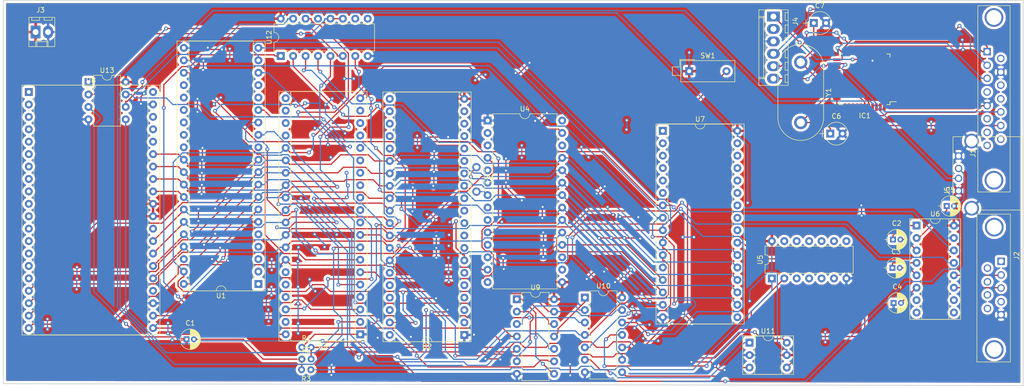
<source format=kicad_pcb>
(kicad_pcb (version 20171130) (host pcbnew 5.0.0+dfsg1-2)
  (layers (0 F.Cu signal) (31 B.Cu signal) (34 B.Paste user) (35 F.Paste user) (36 B.SilkS user) (37 F.SilkS user) (38 B.Mask user) (39 F.Mask user) (44 Edge.Cuts user))
  (net 0 "")
  (net 1 +5V)
  (net 2 "Net-(C1-Pad2)")
  (net 3 GND)
  (net 4 "Net-(R1-Pad2)")
  (net 5 "Net-(R3-Pad1)")
  (net 6 "Net-(U1-Pad2)")
  (net 7 "Net-(U1-Pad24)")
  (net 8 "Net-(U1-Pad5)")
  (net 9 "Net-(U1-Pad25)")
  (net 10 "Net-(U1-Pad26)")
  (net 11 "Net-(U1-Pad27)")
  (net 12 "Net-(U1-Pad28)")
  (net 13 "Net-(U1-Pad29)")
  (net 14 "Net-(U1-Pad38)")
  (net 15 PHI2)
  (net 16 Reset)
  (net 17 "Net-(U2-Pad21)")
  (net 18 "Net-(U2-Pad2)")
  (net 19 "Net-(U2-Pad22)")
  (net 20 "Net-(U2-Pad3)")
  (net 21 "Net-(U2-Pad23)")
  (net 22 "Net-(U2-Pad4)")
  (net 23 "Net-(U2-Pad24)")
  (net 24 "Net-(U2-Pad5)")
  (net 25 "Net-(U2-Pad25)")
  (net 26 "Net-(U2-Pad6)")
  (net 27 "Net-(U2-Pad8)")
  (net 28 "Net-(U2-Pad9)")
  (net 29 "Net-(U2-Pad10)")
  (net 30 "Net-(U2-Pad11)")
  (net 31 "Net-(U2-Pad12)")
  (net 32 "Net-(U2-Pad13)")
  (net 33 "Net-(U2-Pad14)")
  (net 34 "Net-(U2-Pad15)")
  (net 35 "Net-(U2-Pad35)")
  (net 36 "Net-(U2-Pad16)")
  (net 37 "Net-(U2-Pad36)")
  (net 38 "Net-(U2-Pad17)")
  (net 39 "Net-(U2-Pad37)")
  (net 40 "Net-(U2-Pad18)")
  (net 41 "Net-(U2-Pad19)")
  (net 42 "Net-(U2-Pad40)")
  (net 43 "Net-(U3-Pad39)")
  (net 44 "Net-(U3-Pad19)")
  (net 45 "Net-(U3-Pad18)")
  (net 46 "Net-(U3-Pad37)")
  (net 47 "Net-(U3-Pad17)")
  (net 48 "Net-(U3-Pad36)")
  (net 49 "Net-(U3-Pad16)")
  (net 50 "Net-(U3-Pad35)")
  (net 51 "Net-(U3-Pad15)")
  (net 52 "Net-(U3-Pad14)")
  (net 53 "Net-(U3-Pad13)")
  (net 54 "Net-(U3-Pad12)")
  (net 55 "Net-(U3-Pad11)")
  (net 56 "Net-(U3-Pad10)")
  (net 57 "Net-(U3-Pad23)")
  (net 58 "Net-(U3-Pad22)")
  (net 59 "Net-(U3-Pad21)")
  (net 60 "Net-(U4-Pad16)")
  (net 61 "Net-(U4-Pad3)")
  (net 62 "Net-(U4-Pad17)")
  (net 63 "Net-(U4-Pad6)")
  (net 64 "Net-(U4-Pad7)")
  (net 65 "Net-(U4-Pad8)")
  (net 66 "Net-(U4-Pad9)")
  (net 67 "Net-(U4-Pad11)")
  (net 68 "Net-(U4-Pad26)")
  (net 69 "Net-(U4-Pad14)")
  (net 70 "Net-(U4-Pad28)")
  (net 71 Green)
  (net 72 Blue)
  (net 73 "Net-(J1-Pad4)")
  (net 74 "Net-(J1-Pad6)")
  (net 75 "Net-(J1-Pad7)")
  (net 76 "Net-(J1-Pad8)")
  (net 77 "Net-(J1-Pad9)")
  (net 78 "Net-(J1-Pad11)")
  (net 79 "Net-(J1-Pad12)")
  (net 80 Hsync)
  (net 81 Vsync)
  (net 82 "Net-(J1-Pad15)")
  (net 83 DCD)
  (net 84 RX)
  (net 85 TX)
  (net 86 DTR)
  (net 87 DSR)
  (net 88 RTS)
  (net 89 CTS)
  (net 90 RI)
  (net 91 "Net-(U6-Pad9)")
  (net 92 "Net-(U6-Pad10)")
  (net 93 "Net-(U6-Pad7)")
  (net 94 "Net-(U6-Pad8)")
  (net 95 D7)
  (net 96 D6)
  (net 97 D5)
  (net 98 D4)
  (net 99 D3)
  (net 100 D2)
  (net 101 D1)
  (net 102 D0)
  (net 103 "Net-(U8-Pad10)")
  (net 104 "Net-(U8-Pad12)")
  (net 105 "Net-(U7-Pad1)")
  (net 106 "Net-(U7-Pad17)")
  (net 107 "Net-(U7-Pad2)")
  (net 108 "Net-(U7-Pad3)")
  (net 109 "Net-(U7-Pad24)")
  (net 110 "Net-(U7-Pad26)")
  (net 111 "Net-(U7-Pad27)")
  (net 112 "Net-(U7-Pad12)")
  (net 113 "Net-(U7-Pad28)")
  (net 114 "Net-(U7-Pad29)")
  (net 115 "Net-(U7-Pad30)")
  (net 116 "Net-(U7-Pad31)")
  (net 117 Mainclock)
  (net 118 "Net-(C2-Pad1)")
  (net 119 "Net-(C5-Pad1)")
  (net 120 "Net-(C2-Pad2)")
  (net 121 "Net-(C3-Pad1)")
  (net 122 "Net-(C3-Pad2)")
  (net 123 "Net-(C4-Pad2)")
  (net 124 CPUA0)
  (net 125 CPUA5)
  (net 126 CPUA6)
  (net 127 CPUA8)
  (net 128 CPUA9)
  (net 129 CPUA10)
  (net 130 CPUA11)
  (net 131 ROMOE)
  (net 132 RAMA16)
  (net 133 RAMA15)
  (net 134 RAMA14)
  (net 135 RAMA13)
  (net 136 RAMOE)
  (net 137 RAMA12)
  (net 138 RAMA11)
  (net 139 RAMA8)
  (net 140 RAMA18)
  (net 141 RAMA7)
  (net 142 RAMA6)
  (net 143 RAMA5)
  (net 144 RAMA10)
  (net 145 RAMA17)
  (net 146 "Net-(IC1-Pad1)")
  (net 147 "Net-(IC1-Pad2)")
  (net 148 "Net-(IC1-Pad3)")
  (net 149 "Net-(IC1-Pad4)")
  (net 150 "Net-(IC1-Pad5)")
  (net 151 "Net-(IC1-Pad6)")
  (net 152 "Net-(IC1-Pad7)")
  (net 153 "Net-(IC1-Pad8)")
  (net 154 "Net-(IC1-Pad9)")
  (net 155 "Net-(IC1-Pad10)")
  (net 156 "Net-(IC1-Pad11)")
  (net 157 "Net-(IC1-Pad12)")
  (net 158 "Net-(IC1-Pad13)")
  (net 159 "Net-(IC1-Pad14)")
  (net 160 "Net-(IC1-Pad15)")
  (net 161 "Net-(IC1-Pad19)")
  (net 162 "Net-(IC1-Pad20)")
  (net 163 "Net-(IC1-Pad25)")
  (net 164 "Net-(IC1-Pad26)")
  (net 165 "Net-(IC1-Pad27)")
  (net 166 "Net-(IC1-Pad32)")
  (net 167 "Net-(IC1-Pad34)")
  (net 168 "Net-(IC1-Pad35)")
  (net 169 "Net-(IC1-Pad36)")
  (net 170 "Net-(IC1-Pad37)")
  (net 171 "Net-(IC1-Pad38)")
  (net 172 "Net-(IC1-Pad41)")
  (net 173 "Net-(IC1-Pad42)")
  (net 174 "Net-(IC1-Pad43)")
  (net 175 "Net-(IC1-Pad44)")
  (net 176 "Net-(C7-Pad1)")
  (net 177 "Net-(C6-Pad1)")
  (net 178 RAMA9)
  (net 179 RIn)
  (net 180 TOut)
  (net 181 ROMA7)
  (net 182 ROMA6)
  (net 183 ROMA5)
  (net 184 RAMCS)
  (net 185 CPUA4)
  (net 186 CPUA3)
  (net 187 CPUA2)
  (net 188 CPUA1)
  (net 189 CPUA14)
  (net 190 CPUA15)
  (net 191 CPUA12)
  (net 192 CPUA13)
  (net 193 ROMCS)
  (net 194 "Net-(U9-Pad1)")
  (net 195 "Net-(U9-Pad2)")
  (net 196 "Net-(U10-Pad2)")
  (net 197 "Net-(U10-Pad1)")
  (net 198 "Net-(U10-Pad8)")
  (net 199 "Net-(U10-Pad11)")
  (net 200 "Net-(U10-Pad6)")
  (net 201 IRQ)
  (net 202 NMI)
  (net 203 RIOTCS)
  (net 204 ACIA0)
  (net 205 VIACS)
  (net 206 ACIACS)
  (net 207 MCLR)
  (net 208 ICSPDAT)
  (net 209 PWR)
  (net 210 "Net-(U13-Pad1)")
  (net 211 "Net-(J5-Pad3)")
  (net 212 "Net-(U12-Pad11)")
  (net 213 "Net-(J5-Pad2)")
  (net 214 BYTEREADY)
  (net 215 "Net-(U12-Pad14)")
  (net 216 INPUTH)
  (net 217 INPUTG)
  (net 218 INPUTF)
  (net 219 INPUTE)
  (net 220 INPUTD)
  (net 221 INPUTC)
  (net 222 INPUTB)
  (net 223 INPUTA)
  (net 224 "Net-(U12-Pad9)")
  (net 225 "Net-(U12-Pad10)")
  (module Connectors:USB_A (layer F.Cu) (at 236.347 64.9605 90)
    (fp_text reference J5 (at 0 -2.35 90) (layer F.SilkS))
    (fp_text value USB_A)
    (pad 4 thru_hole circle (at 7.11 0) (size 1.5 1.5) (drill 1) (layers *.Cu *.Mask) (net 3 GND))
    (pad 3 thru_hole circle (at 4.57 0) (size 1.5 1.5) (drill 1) (layers *.Cu *.Mask) (net 211 "Net-(J5-Pad3)"))
    (pad 2 thru_hole circle (at 2.54 0) (size 1.5 1.5) (drill 1) (layers *.Cu *.Mask) (net 213 "Net-(J5-Pad2)"))
    (pad 1 thru_hole circle (at 0 0) (size 1.5 1.5) (drill 1) (layers *.Cu *.Mask) (net 1 +5V))
    (pad 5 thru_hole circle (at 10.16 2.67) (size 3 3) (drill 2.3) (layers *.Cu *.Mask) (net 3 GND))
    (pad 5 thru_hole circle (at -3.56 2.67) (size 3 3) (drill 2.3) (layers *.Cu *.Mask) (net 3 GND))
  )
  (module Housings_DIP:DIP-16_W7.62mm (layer F.Cu) (at 97.79 37.4015 90)
    (fp_text reference U12 (at 3.81 -2.39 90) (layer F.SilkS))
    (fp_text value 74HC595)
    (pad 1 thru_hole rect (at 0 0 90) (size 1.6 1.6) (drill 0.8) (layers *.Cu *.Mask) (net 222 INPUTB))
    (pad 9 thru_hole oval (at 7.62 17.78 90) (size 1.6 1.6) (drill 0.8) (layers *.Cu *.Mask) (net 224 "Net-(U12-Pad9)"))
    (pad 2 thru_hole oval (at 0 2.54 90) (size 1.6 1.6) (drill 0.8) (layers *.Cu *.Mask) (net 221 INPUTC))
    (pad 10 thru_hole oval (at 7.62 15.24 90) (size 1.6 1.6) (drill 0.8) (layers *.Cu *.Mask) (net 225 "Net-(U12-Pad10)"))
    (pad 3 thru_hole oval (at 0 5.08 90) (size 1.6 1.6) (drill 0.8) (layers *.Cu *.Mask) (net 220 INPUTD))
    (pad 11 thru_hole oval (at 7.62 12.7 90) (size 1.6 1.6) (drill 0.8) (layers *.Cu *.Mask) (net 212 "Net-(U12-Pad11)"))
    (pad 4 thru_hole oval (at 0 7.62 90) (size 1.6 1.6) (drill 0.8) (layers *.Cu *.Mask) (net 219 INPUTE))
    (pad 12 thru_hole oval (at 7.62 10.16 90) (size 1.6 1.6) (drill 0.8) (layers *.Cu *.Mask) (net 212 "Net-(U12-Pad11)"))
    (pad 5 thru_hole oval (at 0 10.16 90) (size 1.6 1.6) (drill 0.8) (layers *.Cu *.Mask) (net 218 INPUTF))
    (pad 13 thru_hole oval (at 7.62 7.62 90) (size 1.6 1.6) (drill 0.8) (layers *.Cu *.Mask) (net 3 GND))
    (pad 6 thru_hole oval (at 0 12.7 90) (size 1.6 1.6) (drill 0.8) (layers *.Cu *.Mask) (net 217 INPUTG))
    (pad 14 thru_hole oval (at 7.62 5.08 90) (size 1.6 1.6) (drill 0.8) (layers *.Cu *.Mask) (net 215 "Net-(U12-Pad14)"))
    (pad 7 thru_hole oval (at 0 15.24 90) (size 1.6 1.6) (drill 0.8) (layers *.Cu *.Mask) (net 216 INPUTH))
    (pad 15 thru_hole oval (at 7.62 2.54 90) (size 1.6 1.6) (drill 0.8) (layers *.Cu *.Mask) (net 223 INPUTA))
    (pad 8 thru_hole oval (at 0 17.78 90) (size 1.6 1.6) (drill 0.8) (layers *.Cu *.Mask) (net 3 GND))
    (pad 16 thru_hole oval (at 7.62 0 90) (size 1.6 1.6) (drill 0.8) (layers *.Cu *.Mask) (net 1 +5V))
  )
  (module Housings_DIP:DIP-8_W7.62mm (layer F.Cu) (at 58.4835 42.7355)
    (fp_text reference U13 (at 3.81 -2.39) (layer F.SilkS))
    (fp_text value ATTINY13-20PU)
    (pad 1 thru_hole rect (at 0 0) (size 1.6 1.6) (drill 0.8) (layers *.Cu *.Mask) (net 210 "Net-(U13-Pad1)"))
    (pad 5 thru_hole oval (at 7.62 7.62) (size 1.6 1.6) (drill 0.8) (layers *.Cu *.Mask) (net 211 "Net-(J5-Pad3)"))
    (pad 2 thru_hole oval (at 0 2.54) (size 1.6 1.6) (drill 0.8) (layers *.Cu *.Mask) (net 212 "Net-(U12-Pad11)"))
    (pad 6 thru_hole oval (at 7.62 5.08) (size 1.6 1.6) (drill 0.8) (layers *.Cu *.Mask) (net 213 "Net-(J5-Pad2)"))
    (pad 3 thru_hole oval (at 0 5.08) (size 1.6 1.6) (drill 0.8) (layers *.Cu *.Mask) (net 214 BYTEREADY))
    (pad 7 thru_hole oval (at 7.62 2.54) (size 1.6 1.6) (drill 0.8) (layers *.Cu *.Mask) (net 215 "Net-(U12-Pad14)"))
    (pad 4 thru_hole oval (at 0 7.62) (size 1.6 1.6) (drill 0.8) (layers *.Cu *.Mask) (net 3 GND))
    (pad 8 thru_hole oval (at 7.62 0) (size 1.6 1.6) (drill 0.8) (layers *.Cu *.Mask) (net 1 +5V))
  )
  (module Housings_DIP:DIP-28_W15.24mm (layer F.Cu) (at 140.081 50.6095)
    (fp_text reference U4 (at 7.62 -2.39) (layer F.SilkS))
    (fp_text value W65C51N)
    (pad 1 thru_hole rect (at 0 0) (size 1.6 1.6) (drill 0.8) (layers *.Cu *.Mask) (net 3 GND))
    (pad 15 thru_hole oval (at 15.24 33.02) (size 1.6 1.6) (drill 0.8) (layers *.Cu *.Mask) (net 1 +5V))
    (pad 2 thru_hole oval (at 0 2.54) (size 1.6 1.6) (drill 0.8) (layers *.Cu *.Mask) (net 206 ACIACS))
    (pad 16 thru_hole oval (at 15.24 30.48) (size 1.6 1.6) (drill 0.8) (layers *.Cu *.Mask) (net 60 "Net-(U4-Pad16)"))
    (pad 3 thru_hole oval (at 0 5.08) (size 1.6 1.6) (drill 0.8) (layers *.Cu *.Mask) (net 61 "Net-(U4-Pad3)"))
    (pad 17 thru_hole oval (at 15.24 27.94) (size 1.6 1.6) (drill 0.8) (layers *.Cu *.Mask) (net 62 "Net-(U4-Pad17)"))
    (pad 4 thru_hole oval (at 0 7.62) (size 1.6 1.6) (drill 0.8) (layers *.Cu *.Mask) (net 16 Reset))
    (pad 18 thru_hole oval (at 15.24 25.4) (size 1.6 1.6) (drill 0.8) (layers *.Cu *.Mask) (net 102 D0))
    (pad 5 thru_hole oval (at 0 10.16) (size 1.6 1.6) (drill 0.8) (layers *.Cu *.Mask))
    (pad 19 thru_hole oval (at 15.24 22.86) (size 1.6 1.6) (drill 0.8) (layers *.Cu *.Mask) (net 101 D1))
    (pad 6 thru_hole oval (at 0 12.7) (size 1.6 1.6) (drill 0.8) (layers *.Cu *.Mask) (net 63 "Net-(U4-Pad6)"))
    (pad 20 thru_hole oval (at 15.24 20.32) (size 1.6 1.6) (drill 0.8) (layers *.Cu *.Mask) (net 100 D2))
    (pad 7 thru_hole oval (at 0 15.24) (size 1.6 1.6) (drill 0.8) (layers *.Cu *.Mask) (net 64 "Net-(U4-Pad7)"))
    (pad 21 thru_hole oval (at 15.24 17.78) (size 1.6 1.6) (drill 0.8) (layers *.Cu *.Mask) (net 99 D3))
    (pad 8 thru_hole oval (at 0 17.78) (size 1.6 1.6) (drill 0.8) (layers *.Cu *.Mask) (net 65 "Net-(U4-Pad8)"))
    (pad 22 thru_hole oval (at 15.24 15.24) (size 1.6 1.6) (drill 0.8) (layers *.Cu *.Mask) (net 98 D4))
    (pad 9 thru_hole oval (at 0 20.32) (size 1.6 1.6) (drill 0.8) (layers *.Cu *.Mask) (net 66 "Net-(U4-Pad9)"))
    (pad 23 thru_hole oval (at 15.24 12.7) (size 1.6 1.6) (drill 0.8) (layers *.Cu *.Mask) (net 97 D5))
    (pad 10 thru_hole oval (at 0 22.86) (size 1.6 1.6) (drill 0.8) (layers *.Cu *.Mask) (net 180 TOut))
    (pad 24 thru_hole oval (at 15.24 10.16) (size 1.6 1.6) (drill 0.8) (layers *.Cu *.Mask) (net 96 D6))
    (pad 11 thru_hole oval (at 0 25.4) (size 1.6 1.6) (drill 0.8) (layers *.Cu *.Mask) (net 67 "Net-(U4-Pad11)"))
    (pad 25 thru_hole oval (at 15.24 7.62) (size 1.6 1.6) (drill 0.8) (layers *.Cu *.Mask) (net 95 D7))
    (pad 12 thru_hole oval (at 0 27.94) (size 1.6 1.6) (drill 0.8) (layers *.Cu *.Mask) (net 179 RIn))
    (pad 26 thru_hole oval (at 15.24 5.08) (size 1.6 1.6) (drill 0.8) (layers *.Cu *.Mask) (net 68 "Net-(U4-Pad26)"))
    (pad 13 thru_hole oval (at 0 30.48) (size 1.6 1.6) (drill 0.8) (layers *.Cu *.Mask) (net 204 ACIA0))
    (pad 27 thru_hole oval (at 15.24 2.54) (size 1.6 1.6) (drill 0.8) (layers *.Cu *.Mask) (net 15 PHI2))
    (pad 14 thru_hole oval (at 0 33.02) (size 1.6 1.6) (drill 0.8) (layers *.Cu *.Mask) (net 69 "Net-(U4-Pad14)"))
    (pad 28 thru_hole oval (at 15.24 0) (size 1.6 1.6) (drill 0.8) (layers *.Cu *.Mask) (net 70 "Net-(U4-Pad28)"))
  )
  (module Connectors_Molex:Molex_KK-6410-06_06x2.54mm_Straight (layer F.Cu) (at 198.501 29.337 270)
    (fp_text reference J4 (at 1 -4.5 270) (layer F.SilkS))
    (fp_text value Conn_01x06)
    (pad 1 thru_hole rect (at 0 0 270) (size 2 2.6) (drill 1.2) (layers *.Cu *.Mask) (net 207 MCLR))
    (pad 2 thru_hole oval (at 2.54 0 270) (size 2 2.6) (drill 1.2) (layers *.Cu *.Mask) (net 209 PWR))
    (pad 3 thru_hole oval (at 5.08 0 270) (size 2 2.6) (drill 1.2) (layers *.Cu *.Mask) (net 3 GND))
    (pad 4 thru_hole oval (at 7.62 0 270) (size 2 2.6) (drill 1.2) (layers *.Cu *.Mask) (net 208 ICSPDAT))
    (pad 5 thru_hole oval (at 10.16 0 270) (size 2 2.6) (drill 1.2) (layers *.Cu *.Mask) (net 71 Green))
    (pad 6 thru_hole oval (at 12.7 0 270) (size 2 2.6) (drill 1.2) (layers *.Cu *.Mask) (net 80 Hsync))
  )
  (module Crystals:Resonator-2pin_w6.0mm_h3.0mm (layer F.Cu) (at 137.795 60.1345 270)
    (fp_text reference Y2 (at 2.5 -2.7 270) (layer F.SilkS))
    (fp_text value Crystal_Small)
    (pad 1 thru_hole circle (at 0 0 270) (size 1.7 1.7) (drill 1) (layers *.Cu *.Mask) (net 63 "Net-(U4-Pad6)"))
    (pad 2 thru_hole circle (at 5 0 270) (size 1.7 1.7) (drill 1) (layers *.Cu *.Mask) (net 64 "Net-(U4-Pad7)"))
  )
  (module Housings_DIP:DIP-6_W7.62mm_Socket (layer F.Cu) (at 193.612 96.012)
    (fp_text reference U11 (at 3.81 -2.39) (layer F.SilkS))
    (fp_text value SN74LVC1G332)
    (pad 1 thru_hole rect (at 0 0) (size 1.6 1.6) (drill 0.8) (layers *.Cu *.Mask) (net 200 "Net-(U10-Pad6)"))
    (pad 4 thru_hole oval (at 7.62 5.08) (size 1.6 1.6) (drill 0.8) (layers *.Cu *.Mask) (net 193 ROMCS))
    (pad 2 thru_hole oval (at 0 2.54) (size 1.6 1.6) (drill 0.8) (layers *.Cu *.Mask) (net 3 GND))
    (pad 5 thru_hole oval (at 7.62 2.54) (size 1.6 1.6) (drill 0.8) (layers *.Cu *.Mask) (net 1 +5V))
    (pad 3 thru_hole oval (at 0 5.08) (size 1.6 1.6) (drill 0.8) (layers *.Cu *.Mask) (net 198 "Net-(U10-Pad8)"))
    (pad 6 thru_hole oval (at 7.62 0) (size 1.6 1.6) (drill 0.8) (layers *.Cu *.Mask) (net 199 "Net-(U10-Pad11)"))
  )
  (module Housings_DIP:DIP-14_W7.62mm (layer F.Cu) (at 159.956 86.8045)
    (fp_text reference U10 (at 3.81 -2.39) (layer F.SilkS))
    (fp_text value 74LS32)
    (pad 1 thru_hole rect (at 0 0) (size 1.6 1.6) (drill 0.8) (layers *.Cu *.Mask) (net 197 "Net-(U10-Pad1)"))
    (pad 8 thru_hole oval (at 7.62 15.24) (size 1.6 1.6) (drill 0.8) (layers *.Cu *.Mask) (net 198 "Net-(U10-Pad8)"))
    (pad 2 thru_hole oval (at 0 2.54) (size 1.6 1.6) (drill 0.8) (layers *.Cu *.Mask) (net 196 "Net-(U10-Pad2)"))
    (pad 9 thru_hole oval (at 7.62 12.7) (size 1.6 1.6) (drill 0.8) (layers *.Cu *.Mask) (net 192 CPUA13))
    (pad 3 thru_hole oval (at 0 5.08) (size 1.6 1.6) (drill 0.8) (layers *.Cu *.Mask) (net 184 RAMCS))
    (pad 10 thru_hole oval (at 7.62 10.16) (size 1.6 1.6) (drill 0.8) (layers *.Cu *.Mask) (net 189 CPUA14))
    (pad 4 thru_hole oval (at 0 7.62) (size 1.6 1.6) (drill 0.8) (layers *.Cu *.Mask) (net 130 CPUA11))
    (pad 11 thru_hole oval (at 7.62 7.62) (size 1.6 1.6) (drill 0.8) (layers *.Cu *.Mask) (net 199 "Net-(U10-Pad11)"))
    (pad 5 thru_hole oval (at 0 10.16) (size 1.6 1.6) (drill 0.8) (layers *.Cu *.Mask) (net 191 CPUA12))
    (pad 12 thru_hole oval (at 7.62 5.08) (size 1.6 1.6) (drill 0.8) (layers *.Cu *.Mask) (net 190 CPUA15))
    (pad 6 thru_hole oval (at 0 12.7) (size 1.6 1.6) (drill 0.8) (layers *.Cu *.Mask) (net 200 "Net-(U10-Pad6)"))
    (pad 13 thru_hole oval (at 7.62 2.54) (size 1.6 1.6) (drill 0.8) (layers *.Cu *.Mask) (net 15 PHI2))
    (pad 7 thru_hole oval (at 0 15.24) (size 1.6 1.6) (drill 0.8) (layers *.Cu *.Mask) (net 3 GND))
    (pad 14 thru_hole oval (at 7.62 0) (size 1.6 1.6) (drill 0.8) (layers *.Cu *.Mask) (net 1 +5V))
  )
  (module Housings_DIP:DIP-14_W7.62mm (layer F.Cu) (at 146.05 87.122)
    (fp_text reference U9 (at 3.81 -2.39) (layer F.SilkS))
    (fp_text value 74LS32)
    (pad 1 thru_hole rect (at 0 0) (size 1.6 1.6) (drill 0.8) (layers *.Cu *.Mask) (net 194 "Net-(U9-Pad1)"))
    (pad 8 thru_hole oval (at 7.62 15.24) (size 1.6 1.6) (drill 0.8) (layers *.Cu *.Mask) (net 194 "Net-(U9-Pad1)"))
    (pad 2 thru_hole oval (at 0 2.54) (size 1.6 1.6) (drill 0.8) (layers *.Cu *.Mask) (net 195 "Net-(U9-Pad2)"))
    (pad 9 thru_hole oval (at 7.62 12.7) (size 1.6 1.6) (drill 0.8) (layers *.Cu *.Mask) (net 186 CPUA3))
    (pad 3 thru_hole oval (at 0 5.08) (size 1.6 1.6) (drill 0.8) (layers *.Cu *.Mask) (net 196 "Net-(U10-Pad2)"))
    (pad 10 thru_hole oval (at 7.62 10.16) (size 1.6 1.6) (drill 0.8) (layers *.Cu *.Mask) (net 187 CPUA2))
    (pad 4 thru_hole oval (at 0 7.62) (size 1.6 1.6) (drill 0.8) (layers *.Cu *.Mask) (net 124 CPUA0))
    (pad 11 thru_hole oval (at 7.62 7.62) (size 1.6 1.6) (drill 0.8) (layers *.Cu *.Mask) (net 197 "Net-(U10-Pad1)"))
    (pad 5 thru_hole oval (at 0 10.16) (size 1.6 1.6) (drill 0.8) (layers *.Cu *.Mask) (net 188 CPUA1))
    (pad 12 thru_hole oval (at 7.62 5.08) (size 1.6 1.6) (drill 0.8) (layers *.Cu *.Mask) (net 185 CPUA4))
    (pad 6 thru_hole oval (at 0 12.7) (size 1.6 1.6) (drill 0.8) (layers *.Cu *.Mask) (net 195 "Net-(U9-Pad2)"))
    (pad 13 thru_hole oval (at 7.62 2.54) (size 1.6 1.6) (drill 0.8) (layers *.Cu *.Mask) (net 15 PHI2))
    (pad 7 thru_hole oval (at 0 15.24) (size 1.6 1.6) (drill 0.8) (layers *.Cu *.Mask) (net 3 GND))
    (pad 14 thru_hole oval (at 7.62 0) (size 1.6 1.6) (drill 0.8) (layers *.Cu *.Mask) (net 1 +5V))
  )
  (module Capacitors_THT:CP_Radial_Tantal_D4.5mm_P2.50mm (layer F.Cu) (at 210.122 53.2765)
    (fp_text reference C6 (at 1.25 -3.56) (layer F.SilkS))
    (fp_text value "10 uF")
    (pad 2 thru_hole circle (at 2.5 0) (size 1.6 1.6) (drill 0.8) (layers *.Cu *.Mask) (net 3 GND))
    (pad 1 thru_hole rect (at 0 0) (size 1.6 1.6) (drill 0.8) (layers *.Cu *.Mask) (net 177 "Net-(C6-Pad1)"))
  )
  (module Capacitors_THT:CP_Radial_Tantal_D4.5mm_P2.50mm (layer F.Cu) (at 206.756 30.6705)
    (fp_text reference C7 (at 1.25 -3.56) (layer F.SilkS))
    (fp_text value "10 uF")
    (pad 1 thru_hole rect (at 0 0) (size 1.6 1.6) (drill 0.8) (layers *.Cu *.Mask) (net 176 "Net-(C7-Pad1)"))
    (pad 2 thru_hole circle (at 2.5 0) (size 1.6 1.6) (drill 0.8) (layers *.Cu *.Mask) (net 3 GND))
  )
  (module Crystals:Crystal_HC33-U_Vertical (layer F.Cu) (at 204.089 38.6715 270)
    (fp_text reference Y1 (at 6.17 -5.67 270) (layer F.SilkS))
    (fp_text value Crystal)
    (pad 1 thru_hole circle (at 0 0 270) (size 2.7 2.7) (drill 1.7) (layers *.Cu *.Mask) (net 176 "Net-(C7-Pad1)"))
    (pad 2 thru_hole circle (at 12.34 0 270) (size 2.7 2.7) (drill 1.7) (layers *.Cu *.Mask) (net 177 "Net-(C6-Pad1)"))
  )
  (module Connectors_Molex:Molex_KK-6410-02_02x2.54mm_Straight (layer F.Cu) (at 47.6885 32.512)
    (fp_text reference J3 (at 1 -4.5) (layer F.SilkS))
    (fp_text value Screw_Terminal_01x02)
    (pad 1 thru_hole rect (at 0 0) (size 2 2.6) (drill 1.2) (layers *.Cu *.Mask) (net 1 +5V))
    (pad 2 thru_hole oval (at 2.54 0) (size 2 2.6) (drill 1.2) (layers *.Cu *.Mask) (net 3 GND))
  )
  (module Capacitors_THT:CP_Radial_D4.0mm_P1.50mm (layer F.Cu) (at 222.948 74.93)
    (fp_text reference C2 (at 0.75 -3.31) (layer F.SilkS))
    (fp_text value 4.7k)
    (pad 2 thru_hole circle (at 1.5 0) (size 1.2 1.2) (drill 0.6) (layers *.Cu *.Mask) (net 120 "Net-(C2-Pad2)"))
    (pad 1 thru_hole rect (at 0 0) (size 1.2 1.2) (drill 0.6) (layers *.Cu *.Mask) (net 118 "Net-(C2-Pad1)"))
  )
  (module Capacitors_THT:CP_Radial_D4.0mm_P1.50mm (layer F.Cu) (at 222.822 80.7085)
    (fp_text reference C3 (at 0.75 -3.31) (layer F.SilkS))
    (fp_text value 4.7k)
    (pad 1 thru_hole rect (at 0 0) (size 1.2 1.2) (drill 0.6) (layers *.Cu *.Mask) (net 121 "Net-(C3-Pad1)"))
    (pad 2 thru_hole circle (at 1.5 0) (size 1.2 1.2) (drill 0.6) (layers *.Cu *.Mask) (net 122 "Net-(C3-Pad2)"))
  )
  (module Capacitors_THT:CP_Radial_D4.0mm_P1.50mm (layer F.Cu) (at 223.076 87.884)
    (fp_text reference C4 (at 0.75 -3.31) (layer F.SilkS))
    (fp_text value 10uF)
    (pad 2 thru_hole circle (at 1.5 0) (size 1.2 1.2) (drill 0.6) (layers *.Cu *.Mask) (net 123 "Net-(C4-Pad2)"))
    (pad 1 thru_hole rect (at 0 0) (size 1.2 1.2) (drill 0.6) (layers *.Cu *.Mask) (net 3 GND))
  )
  (module Capacitors_THT:CP_Radial_D4.0mm_P1.50mm (layer F.Cu) (at 233.934 68.072)
    (fp_text reference C5 (at 0.75 -3.31) (layer F.SilkS))
    (fp_text value CP1)
    (pad 1 thru_hole rect (at 0 0) (size 1.2 1.2) (drill 0.6) (layers *.Cu *.Mask) (net 119 "Net-(C5-Pad1)"))
    (pad 2 thru_hole circle (at 1.5 0) (size 1.2 1.2) (drill 0.6) (layers *.Cu *.Mask) (net 1 +5V))
  )
  (module Housings_DIP:DIP-32_W15.24mm_Socket (layer F.Cu) (at 175.895 52.705)
    (fp_text reference U7 (at 7.62 -2.39) (layer F.SilkS))
    (fp_text value 27C512PLCC)
    (pad 1 thru_hole rect (at 0 0) (size 1.6 1.6) (drill 0.8) (layers *.Cu *.Mask) (net 105 "Net-(U7-Pad1)"))
    (pad 17 thru_hole oval (at 15.24 38.1) (size 1.6 1.6) (drill 0.8) (layers *.Cu *.Mask) (net 106 "Net-(U7-Pad17)"))
    (pad 2 thru_hole oval (at 0 2.54) (size 1.6 1.6) (drill 0.8) (layers *.Cu *.Mask) (net 107 "Net-(U7-Pad2)"))
    (pad 18 thru_hole oval (at 15.24 35.56) (size 1.6 1.6) (drill 0.8) (layers *.Cu *.Mask) (net 99 D3))
    (pad 3 thru_hole oval (at 0 5.08) (size 1.6 1.6) (drill 0.8) (layers *.Cu *.Mask) (net 108 "Net-(U7-Pad3)"))
    (pad 19 thru_hole oval (at 15.24 33.02) (size 1.6 1.6) (drill 0.8) (layers *.Cu *.Mask) (net 98 D4))
    (pad 4 thru_hole oval (at 0 7.62) (size 1.6 1.6) (drill 0.8) (layers *.Cu *.Mask) (net 181 ROMA7))
    (pad 20 thru_hole oval (at 15.24 30.48) (size 1.6 1.6) (drill 0.8) (layers *.Cu *.Mask) (net 97 D5))
    (pad 5 thru_hole oval (at 0 10.16) (size 1.6 1.6) (drill 0.8) (layers *.Cu *.Mask) (net 182 ROMA6))
    (pad 21 thru_hole oval (at 15.24 27.94) (size 1.6 1.6) (drill 0.8) (layers *.Cu *.Mask) (net 96 D6))
    (pad 6 thru_hole oval (at 0 12.7) (size 1.6 1.6) (drill 0.8) (layers *.Cu *.Mask) (net 183 ROMA5))
    (pad 22 thru_hole oval (at 15.24 25.4) (size 1.6 1.6) (drill 0.8) (layers *.Cu *.Mask) (net 95 D7))
    (pad 7 thru_hole oval (at 0 15.24) (size 1.6 1.6) (drill 0.8) (layers *.Cu *.Mask) (net 190 CPUA15))
    (pad 23 thru_hole oval (at 15.24 22.86) (size 1.6 1.6) (drill 0.8) (layers *.Cu *.Mask) (net 193 ROMCS))
    (pad 8 thru_hole oval (at 0 17.78) (size 1.6 1.6) (drill 0.8) (layers *.Cu *.Mask) (net 189 CPUA14))
    (pad 24 thru_hole oval (at 15.24 20.32) (size 1.6 1.6) (drill 0.8) (layers *.Cu *.Mask) (net 109 "Net-(U7-Pad24)"))
    (pad 9 thru_hole oval (at 0 20.32) (size 1.6 1.6) (drill 0.8) (layers *.Cu *.Mask) (net 192 CPUA13))
    (pad 25 thru_hole oval (at 15.24 17.78) (size 1.6 1.6) (drill 0.8) (layers *.Cu *.Mask) (net 131 ROMOE))
    (pad 10 thru_hole oval (at 0 22.86) (size 1.6 1.6) (drill 0.8) (layers *.Cu *.Mask) (net 191 CPUA12))
    (pad 26 thru_hole oval (at 15.24 15.24) (size 1.6 1.6) (drill 0.8) (layers *.Cu *.Mask) (net 110 "Net-(U7-Pad26)"))
    (pad 11 thru_hole oval (at 0 25.4) (size 1.6 1.6) (drill 0.8) (layers *.Cu *.Mask) (net 130 CPUA11))
    (pad 27 thru_hole oval (at 15.24 12.7) (size 1.6 1.6) (drill 0.8) (layers *.Cu *.Mask) (net 111 "Net-(U7-Pad27)"))
    (pad 12 thru_hole oval (at 0 27.94) (size 1.6 1.6) (drill 0.8) (layers *.Cu *.Mask) (net 112 "Net-(U7-Pad12)"))
    (pad 28 thru_hole oval (at 15.24 10.16) (size 1.6 1.6) (drill 0.8) (layers *.Cu *.Mask) (net 113 "Net-(U7-Pad28)"))
    (pad 13 thru_hole oval (at 0 30.48) (size 1.6 1.6) (drill 0.8) (layers *.Cu *.Mask) (net 102 D0))
    (pad 29 thru_hole oval (at 15.24 7.62) (size 1.6 1.6) (drill 0.8) (layers *.Cu *.Mask) (net 114 "Net-(U7-Pad29)"))
    (pad 14 thru_hole oval (at 0 33.02) (size 1.6 1.6) (drill 0.8) (layers *.Cu *.Mask) (net 101 D1))
    (pad 30 thru_hole oval (at 15.24 5.08) (size 1.6 1.6) (drill 0.8) (layers *.Cu *.Mask) (net 115 "Net-(U7-Pad30)"))
    (pad 15 thru_hole oval (at 0 35.56) (size 1.6 1.6) (drill 0.8) (layers *.Cu *.Mask) (net 100 D2))
    (pad 31 thru_hole oval (at 15.24 2.54) (size 1.6 1.6) (drill 0.8) (layers *.Cu *.Mask) (net 116 "Net-(U7-Pad31)"))
    (pad 16 thru_hole oval (at 0 38.1) (size 1.6 1.6) (drill 0.8) (layers *.Cu *.Mask) (net 3 GND))
    (pad 32 thru_hole oval (at 15.24 0) (size 1.6 1.6) (drill 0.8) (layers *.Cu *.Mask) (net 1 +5V))
  )
  (module Housings_DIP:DIP-40_W25.4mm_Socket (layer F.Cu) (at 46.2915 44.7675)
    (fp_text reference U8 (at 12.7 -2.39) (layer F.SilkS))
    (fp_text value M29W004)
    (pad 1 thru_hole rect (at 0 0) (size 1.6 1.6) (drill 0.8) (layers *.Cu *.Mask) (net 132 RAMA16))
    (pad 21 thru_hole oval (at 25.4 48.26) (size 1.6 1.6) (drill 0.8) (layers *.Cu *.Mask) (net 124 CPUA0))
    (pad 2 thru_hole oval (at 0 2.54) (size 1.6 1.6) (drill 0.8) (layers *.Cu *.Mask) (net 133 RAMA15))
    (pad 22 thru_hole oval (at 25.4 45.72) (size 1.6 1.6) (drill 0.8) (layers *.Cu *.Mask) (net 184 RAMCS))
    (pad 3 thru_hole oval (at 0 5.08) (size 1.6 1.6) (drill 0.8) (layers *.Cu *.Mask) (net 134 RAMA14))
    (pad 23 thru_hole oval (at 25.4 43.18) (size 1.6 1.6) (drill 0.8) (layers *.Cu *.Mask) (net 3 GND))
    (pad 4 thru_hole oval (at 0 7.62) (size 1.6 1.6) (drill 0.8) (layers *.Cu *.Mask) (net 135 RAMA13))
    (pad 24 thru_hole oval (at 25.4 40.64) (size 1.6 1.6) (drill 0.8) (layers *.Cu *.Mask) (net 136 RAMOE))
    (pad 5 thru_hole oval (at 0 10.16) (size 1.6 1.6) (drill 0.8) (layers *.Cu *.Mask) (net 137 RAMA12))
    (pad 25 thru_hole oval (at 25.4 38.1) (size 1.6 1.6) (drill 0.8) (layers *.Cu *.Mask) (net 102 D0))
    (pad 6 thru_hole oval (at 0 12.7) (size 1.6 1.6) (drill 0.8) (layers *.Cu *.Mask) (net 138 RAMA11))
    (pad 26 thru_hole oval (at 25.4 35.56) (size 1.6 1.6) (drill 0.8) (layers *.Cu *.Mask) (net 101 D1))
    (pad 7 thru_hole oval (at 0 15.24) (size 1.6 1.6) (drill 0.8) (layers *.Cu *.Mask))
    (pad 27 thru_hole oval (at 25.4 33.02) (size 1.6 1.6) (drill 0.8) (layers *.Cu *.Mask) (net 100 D2))
    (pad 8 thru_hole oval (at 0 17.78) (size 1.6 1.6) (drill 0.8) (layers *.Cu *.Mask) (net 139 RAMA8))
    (pad 28 thru_hole oval (at 25.4 30.48) (size 1.6 1.6) (drill 0.8) (layers *.Cu *.Mask) (net 99 D3))
    (pad 9 thru_hole oval (at 0 20.32) (size 1.6 1.6) (drill 0.8) (layers *.Cu *.Mask) (net 178 RAMA9))
    (pad 29 thru_hole oval (at 25.4 27.94) (size 1.6 1.6) (drill 0.8) (layers *.Cu *.Mask))
    (pad 10 thru_hole oval (at 0 22.86) (size 1.6 1.6) (drill 0.8) (layers *.Cu *.Mask) (net 103 "Net-(U8-Pad10)"))
    (pad 30 thru_hole oval (at 25.4 25.4) (size 1.6 1.6) (drill 0.8) (layers *.Cu *.Mask) (net 1 +5V))
    (pad 11 thru_hole oval (at 0 25.4) (size 1.6 1.6) (drill 0.8) (layers *.Cu *.Mask))
    (pad 31 thru_hole oval (at 25.4 22.86) (size 1.6 1.6) (drill 0.8) (layers *.Cu *.Mask) (net 1 +5V))
    (pad 12 thru_hole oval (at 0 27.94) (size 1.6 1.6) (drill 0.8) (layers *.Cu *.Mask) (net 104 "Net-(U8-Pad12)"))
    (pad 32 thru_hole oval (at 25.4 20.32) (size 1.6 1.6) (drill 0.8) (layers *.Cu *.Mask) (net 98 D4))
    (pad 13 thru_hole oval (at 0 30.48) (size 1.6 1.6) (drill 0.8) (layers *.Cu *.Mask) (net 140 RAMA18))
    (pad 33 thru_hole oval (at 25.4 17.78) (size 1.6 1.6) (drill 0.8) (layers *.Cu *.Mask) (net 97 D5))
    (pad 14 thru_hole oval (at 0 33.02) (size 1.6 1.6) (drill 0.8) (layers *.Cu *.Mask) (net 141 RAMA7))
    (pad 34 thru_hole oval (at 25.4 15.24) (size 1.6 1.6) (drill 0.8) (layers *.Cu *.Mask) (net 96 D6))
    (pad 15 thru_hole oval (at 0 35.56) (size 1.6 1.6) (drill 0.8) (layers *.Cu *.Mask) (net 142 RAMA6))
    (pad 35 thru_hole oval (at 25.4 12.7) (size 1.6 1.6) (drill 0.8) (layers *.Cu *.Mask) (net 95 D7))
    (pad 16 thru_hole oval (at 0 38.1) (size 1.6 1.6) (drill 0.8) (layers *.Cu *.Mask) (net 143 RAMA5))
    (pad 36 thru_hole oval (at 25.4 10.16) (size 1.6 1.6) (drill 0.8) (layers *.Cu *.Mask) (net 144 RAMA10))
    (pad 17 thru_hole oval (at 0 40.64) (size 1.6 1.6) (drill 0.8) (layers *.Cu *.Mask) (net 185 CPUA4))
    (pad 37 thru_hole oval (at 25.4 7.62) (size 1.6 1.6) (drill 0.8) (layers *.Cu *.Mask))
    (pad 18 thru_hole oval (at 0 43.18) (size 1.6 1.6) (drill 0.8) (layers *.Cu *.Mask) (net 186 CPUA3))
    (pad 38 thru_hole oval (at 25.4 5.08) (size 1.6 1.6) (drill 0.8) (layers *.Cu *.Mask))
    (pad 19 thru_hole oval (at 0 45.72) (size 1.6 1.6) (drill 0.8) (layers *.Cu *.Mask) (net 187 CPUA2))
    (pad 39 thru_hole oval (at 25.4 2.54) (size 1.6 1.6) (drill 0.8) (layers *.Cu *.Mask) (net 3 GND))
    (pad 20 thru_hole oval (at 0 48.26) (size 1.6 1.6) (drill 0.8) (layers *.Cu *.Mask) (net 188 CPUA1))
    (pad 40 thru_hole oval (at 25.4 0) (size 1.6 1.6) (drill 0.8) (layers *.Cu *.Mask) (net 145 RAMA17))
  )
  (module Buttons_Switches_THT:SW_DIP_x1_W7.62mm_Piano (layer F.Cu) (at 181.292 40.513)
    (fp_text reference SW1 (at 3.81 -3.17) (layer F.SilkS))
    (fp_text value SW_Push)
    (pad 1 thru_hole rect (at 0 0) (size 1.6 1.6) (drill 0.8) (layers *.Cu *.Mask) (net 1 +5V))
    (pad 2 thru_hole oval (at 7.62 0) (size 1.6 1.6) (drill 0.8) (layers *.Cu *.Mask) (net 4 "Net-(R1-Pad2)"))
  )
  (module Capacitors_THT:CP_Radial_D4.0mm_P1.50mm (layer F.Cu) (at 78.5495 95.3135)
    (fp_text reference C1 (at 0.75 -3.31) (layer F.SilkS))
    (fp_text value CP1)
    (pad 1 thru_hole rect (at 0 0) (size 1.2 1.2) (drill 0.6) (layers *.Cu *.Mask) (net 1 +5V))
    (pad 2 thru_hole circle (at 1.5 0) (size 1.2 1.2) (drill 0.6) (layers *.Cu *.Mask) (net 2 "Net-(C1-Pad2)"))
  )
  (module Resistors_THT:R_Axial_DIN0204_L3.6mm_D1.6mm_P1.90mm_Vertical (layer F.Cu) (at 102.108 96.9645)
    (fp_text reference R1 (at 0.95 -1.86) (layer F.SilkS))
    (fp_text value 27k)
    (pad 1 thru_hole circle (at 0 0) (size 1.4 1.4) (drill 0.7) (layers *.Cu *.Mask) (net 3 GND))
    (pad 2 thru_hole oval (at 1.9 0) (size 1.4 1.4) (drill 0.7) (layers *.Cu *.Mask) (net 4 "Net-(R1-Pad2)"))
  )
  (module Resistors_THT:R_Axial_DIN0204_L3.6mm_D1.6mm_P1.90mm_Vertical (layer F.Cu) (at 102.108 99.3775)
    (fp_text reference R2 (at 0.95 -1.86) (layer F.SilkS))
    (fp_text value 27k)
    (pad 2 thru_hole oval (at 1.9 0) (size 1.4 1.4) (drill 0.7) (layers *.Cu *.Mask) (net 4 "Net-(R1-Pad2)"))
    (pad 1 thru_hole circle (at 0 0) (size 1.4 1.4) (drill 0.7) (layers *.Cu *.Mask) (net 2 "Net-(C1-Pad2)"))
  )
  (module Resistors_THT:R_Axial_DIN0204_L3.6mm_D1.6mm_P1.90mm_Vertical (layer F.Cu) (at 103.95 101.536 180)
    (fp_text reference R3 (at 0.95 -1.86 180) (layer F.SilkS))
    (fp_text value 5k)
    (pad 1 thru_hole circle (at 0 0 180) (size 1.4 1.4) (drill 0.7) (layers *.Cu *.Mask) (net 5 "Net-(R3-Pad1)"))
    (pad 2 thru_hole oval (at 1.9 0 180) (size 1.4 1.4) (drill 0.7) (layers *.Cu *.Mask) (net 2 "Net-(C1-Pad2)"))
  )
  (module Housings_DIP:DIP-40_W15.24mm_Socket (layer F.Cu) (at 93.218 84.0105 180)
    (fp_text reference U1 (at 7.62 -2.39 180) (layer F.SilkS))
    (fp_text value 6510)
    (pad 1 thru_hole rect (at 0 0 180) (size 1.6 1.6) (drill 0.8) (layers *.Cu *.Mask) (net 117 Mainclock))
    (pad 21 thru_hole oval (at 15.24 48.26 180) (size 1.6 1.6) (drill 0.8) (layers *.Cu *.Mask) (net 3 GND))
    (pad 2 thru_hole oval (at 0 2.54 180) (size 1.6 1.6) (drill 0.8) (layers *.Cu *.Mask) (net 6 "Net-(U1-Pad2)"))
    (pad 22 thru_hole oval (at 15.24 45.72 180) (size 1.6 1.6) (drill 0.8) (layers *.Cu *.Mask) (net 189 CPUA14))
    (pad 3 thru_hole oval (at 0 5.08 180) (size 1.6 1.6) (drill 0.8) (layers *.Cu *.Mask) (net 201 IRQ))
    (pad 23 thru_hole oval (at 15.24 43.18 180) (size 1.6 1.6) (drill 0.8) (layers *.Cu *.Mask) (net 190 CPUA15))
    (pad 4 thru_hole oval (at 0 7.62 180) (size 1.6 1.6) (drill 0.8) (layers *.Cu *.Mask) (net 202 NMI))
    (pad 24 thru_hole oval (at 15.24 40.64 180) (size 1.6 1.6) (drill 0.8) (layers *.Cu *.Mask) (net 7 "Net-(U1-Pad24)"))
    (pad 5 thru_hole oval (at 0 10.16 180) (size 1.6 1.6) (drill 0.8) (layers *.Cu *.Mask) (net 8 "Net-(U1-Pad5)"))
    (pad 25 thru_hole oval (at 15.24 38.1 180) (size 1.6 1.6) (drill 0.8) (layers *.Cu *.Mask) (net 9 "Net-(U1-Pad25)"))
    (pad 6 thru_hole oval (at 0 12.7 180) (size 1.6 1.6) (drill 0.8) (layers *.Cu *.Mask) (net 1 +5V))
    (pad 26 thru_hole oval (at 15.24 35.56 180) (size 1.6 1.6) (drill 0.8) (layers *.Cu *.Mask) (net 10 "Net-(U1-Pad26)"))
    (pad 7 thru_hole oval (at 0 15.24 180) (size 1.6 1.6) (drill 0.8) (layers *.Cu *.Mask) (net 124 CPUA0))
    (pad 27 thru_hole oval (at 15.24 33.02 180) (size 1.6 1.6) (drill 0.8) (layers *.Cu *.Mask) (net 11 "Net-(U1-Pad27)"))
    (pad 8 thru_hole oval (at 0 17.78 180) (size 1.6 1.6) (drill 0.8) (layers *.Cu *.Mask) (net 188 CPUA1))
    (pad 28 thru_hole oval (at 15.24 30.48 180) (size 1.6 1.6) (drill 0.8) (layers *.Cu *.Mask) (net 12 "Net-(U1-Pad28)"))
    (pad 9 thru_hole oval (at 0 20.32 180) (size 1.6 1.6) (drill 0.8) (layers *.Cu *.Mask) (net 187 CPUA2))
    (pad 29 thru_hole oval (at 15.24 27.94 180) (size 1.6 1.6) (drill 0.8) (layers *.Cu *.Mask) (net 13 "Net-(U1-Pad29)"))
    (pad 10 thru_hole oval (at 0 22.86 180) (size 1.6 1.6) (drill 0.8) (layers *.Cu *.Mask) (net 186 CPUA3))
    (pad 30 thru_hole oval (at 15.24 25.4 180) (size 1.6 1.6) (drill 0.8) (layers *.Cu *.Mask) (net 95 D7))
    (pad 11 thru_hole oval (at 0 25.4 180) (size 1.6 1.6) (drill 0.8) (layers *.Cu *.Mask) (net 185 CPUA4))
    (pad 31 thru_hole oval (at 15.24 22.86 180) (size 1.6 1.6) (drill 0.8) (layers *.Cu *.Mask) (net 96 D6))
    (pad 12 thru_hole oval (at 0 27.94 180) (size 1.6 1.6) (drill 0.8) (layers *.Cu *.Mask) (net 125 CPUA5))
    (pad 32 thru_hole oval (at 15.24 20.32 180) (size 1.6 1.6) (drill 0.8) (layers *.Cu *.Mask) (net 97 D5))
    (pad 13 thru_hole oval (at 0 30.48 180) (size 1.6 1.6) (drill 0.8) (layers *.Cu *.Mask) (net 126 CPUA6))
    (pad 33 thru_hole oval (at 15.24 17.78 180) (size 1.6 1.6) (drill 0.8) (layers *.Cu *.Mask) (net 98 D4))
    (pad 14 thru_hole oval (at 0 33.02 180) (size 1.6 1.6) (drill 0.8) (layers *.Cu *.Mask) (net 204 ACIA0))
    (pad 34 thru_hole oval (at 15.24 15.24 180) (size 1.6 1.6) (drill 0.8) (layers *.Cu *.Mask) (net 99 D3))
    (pad 15 thru_hole oval (at 0 35.56 180) (size 1.6 1.6) (drill 0.8) (layers *.Cu *.Mask) (net 127 CPUA8))
    (pad 35 thru_hole oval (at 15.24 12.7 180) (size 1.6 1.6) (drill 0.8) (layers *.Cu *.Mask) (net 100 D2))
    (pad 16 thru_hole oval (at 0 38.1 180) (size 1.6 1.6) (drill 0.8) (layers *.Cu *.Mask) (net 128 CPUA9))
    (pad 36 thru_hole oval (at 15.24 10.16 180) (size 1.6 1.6) (drill 0.8) (layers *.Cu *.Mask) (net 101 D1))
    (pad 17 thru_hole oval (at 0 40.64 180) (size 1.6 1.6) (drill 0.8) (layers *.Cu *.Mask) (net 129 CPUA10))
    (pad 37 thru_hole oval (at 15.24 7.62 180) (size 1.6 1.6) (drill 0.8) (layers *.Cu *.Mask) (net 102 D0))
    (pad 18 thru_hole oval (at 0 43.18 180) (size 1.6 1.6) (drill 0.8) (layers *.Cu *.Mask) (net 130 CPUA11))
    (pad 38 thru_hole oval (at 15.24 5.08 180) (size 1.6 1.6) (drill 0.8) (layers *.Cu *.Mask) (net 14 "Net-(U1-Pad38)"))
    (pad 19 thru_hole oval (at 0 45.72 180) (size 1.6 1.6) (drill 0.8) (layers *.Cu *.Mask) (net 191 CPUA12))
    (pad 39 thru_hole oval (at 15.24 2.54 180) (size 1.6 1.6) (drill 0.8) (layers *.Cu *.Mask) (net 15 PHI2))
    (pad 20 thru_hole oval (at 0 48.26 180) (size 1.6 1.6) (drill 0.8) (layers *.Cu *.Mask) (net 192 CPUA13))
    (pad 40 thru_hole oval (at 15.24 0 180) (size 1.6 1.6) (drill 0.8) (layers *.Cu *.Mask) (net 16 Reset))
  )
  (module Housings_DIP:DIP-40_W15.24mm_Socket (layer F.Cu) (at 135.318 94.4245 180)
    (fp_text reference U2 (at 7.62 -2.39 180) (layer F.SilkS))
    (fp_text value R6532)
    (pad 1 thru_hole rect (at 0 0 180) (size 1.6 1.6) (drill 0.8) (layers *.Cu *.Mask) (net 3 GND))
    (pad 21 thru_hole oval (at 15.24 48.26 180) (size 1.6 1.6) (drill 0.8) (layers *.Cu *.Mask) (net 17 "Net-(U2-Pad21)"))
    (pad 2 thru_hole oval (at 0 2.54 180) (size 1.6 1.6) (drill 0.8) (layers *.Cu *.Mask) (net 18 "Net-(U2-Pad2)"))
    (pad 22 thru_hole oval (at 15.24 45.72 180) (size 1.6 1.6) (drill 0.8) (layers *.Cu *.Mask) (net 19 "Net-(U2-Pad22)"))
    (pad 3 thru_hole oval (at 0 5.08 180) (size 1.6 1.6) (drill 0.8) (layers *.Cu *.Mask) (net 20 "Net-(U2-Pad3)"))
    (pad 23 thru_hole oval (at 15.24 43.18 180) (size 1.6 1.6) (drill 0.8) (layers *.Cu *.Mask) (net 21 "Net-(U2-Pad23)"))
    (pad 4 thru_hole oval (at 0 7.62 180) (size 1.6 1.6) (drill 0.8) (layers *.Cu *.Mask) (net 22 "Net-(U2-Pad4)"))
    (pad 24 thru_hole oval (at 15.24 40.64 180) (size 1.6 1.6) (drill 0.8) (layers *.Cu *.Mask) (net 23 "Net-(U2-Pad24)"))
    (pad 5 thru_hole oval (at 0 10.16 180) (size 1.6 1.6) (drill 0.8) (layers *.Cu *.Mask) (net 24 "Net-(U2-Pad5)"))
    (pad 25 thru_hole oval (at 15.24 38.1 180) (size 1.6 1.6) (drill 0.8) (layers *.Cu *.Mask) (net 25 "Net-(U2-Pad25)"))
    (pad 6 thru_hole oval (at 0 12.7 180) (size 1.6 1.6) (drill 0.8) (layers *.Cu *.Mask) (net 26 "Net-(U2-Pad6)"))
    (pad 26 thru_hole oval (at 15.24 35.56 180) (size 1.6 1.6) (drill 0.8) (layers *.Cu *.Mask) (net 95 D7))
    (pad 7 thru_hole oval (at 0 15.24 180) (size 1.6 1.6) (drill 0.8) (layers *.Cu *.Mask) (net 127 CPUA8))
    (pad 27 thru_hole oval (at 15.24 33.02 180) (size 1.6 1.6) (drill 0.8) (layers *.Cu *.Mask) (net 96 D6))
    (pad 8 thru_hole oval (at 0 17.78 180) (size 1.6 1.6) (drill 0.8) (layers *.Cu *.Mask) (net 27 "Net-(U2-Pad8)"))
    (pad 28 thru_hole oval (at 15.24 30.48 180) (size 1.6 1.6) (drill 0.8) (layers *.Cu *.Mask) (net 97 D5))
    (pad 9 thru_hole oval (at 0 20.32 180) (size 1.6 1.6) (drill 0.8) (layers *.Cu *.Mask) (net 28 "Net-(U2-Pad9)"))
    (pad 29 thru_hole oval (at 15.24 27.94 180) (size 1.6 1.6) (drill 0.8) (layers *.Cu *.Mask) (net 98 D4))
    (pad 10 thru_hole oval (at 0 22.86 180) (size 1.6 1.6) (drill 0.8) (layers *.Cu *.Mask) (net 29 "Net-(U2-Pad10)"))
    (pad 30 thru_hole oval (at 15.24 25.4 180) (size 1.6 1.6) (drill 0.8) (layers *.Cu *.Mask) (net 99 D3))
    (pad 11 thru_hole oval (at 0 25.4 180) (size 1.6 1.6) (drill 0.8) (layers *.Cu *.Mask) (net 30 "Net-(U2-Pad11)"))
    (pad 31 thru_hole oval (at 15.24 22.86 180) (size 1.6 1.6) (drill 0.8) (layers *.Cu *.Mask) (net 100 D2))
    (pad 12 thru_hole oval (at 0 27.94 180) (size 1.6 1.6) (drill 0.8) (layers *.Cu *.Mask) (net 31 "Net-(U2-Pad12)"))
    (pad 32 thru_hole oval (at 15.24 20.32 180) (size 1.6 1.6) (drill 0.8) (layers *.Cu *.Mask) (net 101 D1))
    (pad 13 thru_hole oval (at 0 30.48 180) (size 1.6 1.6) (drill 0.8) (layers *.Cu *.Mask) (net 32 "Net-(U2-Pad13)"))
    (pad 33 thru_hole oval (at 15.24 17.78 180) (size 1.6 1.6) (drill 0.8) (layers *.Cu *.Mask) (net 102 D0))
    (pad 14 thru_hole oval (at 0 33.02 180) (size 1.6 1.6) (drill 0.8) (layers *.Cu *.Mask) (net 33 "Net-(U2-Pad14)"))
    (pad 34 thru_hole oval (at 15.24 15.24 180) (size 1.6 1.6) (drill 0.8) (layers *.Cu *.Mask) (net 16 Reset))
    (pad 15 thru_hole oval (at 0 35.56 180) (size 1.6 1.6) (drill 0.8) (layers *.Cu *.Mask) (net 34 "Net-(U2-Pad15)"))
    (pad 35 thru_hole oval (at 15.24 12.7 180) (size 1.6 1.6) (drill 0.8) (layers *.Cu *.Mask) (net 35 "Net-(U2-Pad35)"))
    (pad 16 thru_hole oval (at 0 38.1 180) (size 1.6 1.6) (drill 0.8) (layers *.Cu *.Mask) (net 36 "Net-(U2-Pad16)"))
    (pad 36 thru_hole oval (at 15.24 10.16 180) (size 1.6 1.6) (drill 0.8) (layers *.Cu *.Mask) (net 37 "Net-(U2-Pad36)"))
    (pad 17 thru_hole oval (at 0 40.64 180) (size 1.6 1.6) (drill 0.8) (layers *.Cu *.Mask) (net 38 "Net-(U2-Pad17)"))
    (pad 37 thru_hole oval (at 15.24 7.62 180) (size 1.6 1.6) (drill 0.8) (layers *.Cu *.Mask) (net 39 "Net-(U2-Pad37)"))
    (pad 18 thru_hole oval (at 0 43.18 180) (size 1.6 1.6) (drill 0.8) (layers *.Cu *.Mask) (net 40 "Net-(U2-Pad18)"))
    (pad 38 thru_hole oval (at 15.24 5.08 180) (size 1.6 1.6) (drill 0.8) (layers *.Cu *.Mask) (net 203 RIOTCS))
    (pad 19 thru_hole oval (at 0 45.72 180) (size 1.6 1.6) (drill 0.8) (layers *.Cu *.Mask) (net 41 "Net-(U2-Pad19)"))
    (pad 39 thru_hole oval (at 15.24 2.54 180) (size 1.6 1.6) (drill 0.8) (layers *.Cu *.Mask) (net 15 PHI2))
    (pad 20 thru_hole oval (at 0 48.26 180) (size 1.6 1.6) (drill 0.8) (layers *.Cu *.Mask) (net 1 +5V))
    (pad 40 thru_hole oval (at 15.24 0 180) (size 1.6 1.6) (drill 0.8) (layers *.Cu *.Mask) (net 42 "Net-(U2-Pad40)"))
  )
  (module Housings_DIP:DIP-40_W15.24mm_Socket (layer F.Cu) (at 114.046 94.2975 180)
    (fp_text reference U3 (at 7.62 -2.39 180) (layer F.SilkS))
    (fp_text value WD65C22)
    (pad 40 thru_hole oval (at 15.24 0 180) (size 1.6 1.6) (drill 0.8) (layers *.Cu *.Mask) (net 214 BYTEREADY))
    (pad 20 thru_hole oval (at 0 48.26 180) (size 1.6 1.6) (drill 0.8) (layers *.Cu *.Mask) (net 1 +5V))
    (pad 39 thru_hole oval (at 15.24 2.54 180) (size 1.6 1.6) (drill 0.8) (layers *.Cu *.Mask) (net 43 "Net-(U3-Pad39)"))
    (pad 19 thru_hole oval (at 0 45.72 180) (size 1.6 1.6) (drill 0.8) (layers *.Cu *.Mask) (net 44 "Net-(U3-Pad19)"))
    (pad 38 thru_hole oval (at 15.24 5.08 180) (size 1.6 1.6) (drill 0.8) (layers *.Cu *.Mask) (net 126 CPUA6))
    (pad 18 thru_hole oval (at 0 43.18 180) (size 1.6 1.6) (drill 0.8) (layers *.Cu *.Mask) (net 45 "Net-(U3-Pad18)"))
    (pad 37 thru_hole oval (at 15.24 7.62 180) (size 1.6 1.6) (drill 0.8) (layers *.Cu *.Mask) (net 46 "Net-(U3-Pad37)"))
    (pad 17 thru_hole oval (at 0 40.64 180) (size 1.6 1.6) (drill 0.8) (layers *.Cu *.Mask) (net 47 "Net-(U3-Pad17)"))
    (pad 36 thru_hole oval (at 15.24 10.16 180) (size 1.6 1.6) (drill 0.8) (layers *.Cu *.Mask) (net 48 "Net-(U3-Pad36)"))
    (pad 16 thru_hole oval (at 0 38.1 180) (size 1.6 1.6) (drill 0.8) (layers *.Cu *.Mask) (net 49 "Net-(U3-Pad16)"))
    (pad 35 thru_hole oval (at 15.24 12.7 180) (size 1.6 1.6) (drill 0.8) (layers *.Cu *.Mask) (net 50 "Net-(U3-Pad35)"))
    (pad 15 thru_hole oval (at 0 35.56 180) (size 1.6 1.6) (drill 0.8) (layers *.Cu *.Mask) (net 51 "Net-(U3-Pad15)"))
    (pad 34 thru_hole oval (at 15.24 15.24 180) (size 1.6 1.6) (drill 0.8) (layers *.Cu *.Mask) (net 16 Reset))
    (pad 14 thru_hole oval (at 0 33.02 180) (size 1.6 1.6) (drill 0.8) (layers *.Cu *.Mask) (net 52 "Net-(U3-Pad14)"))
    (pad 33 thru_hole oval (at 15.24 17.78 180) (size 1.6 1.6) (drill 0.8) (layers *.Cu *.Mask) (net 102 D0))
    (pad 13 thru_hole oval (at 0 30.48 180) (size 1.6 1.6) (drill 0.8) (layers *.Cu *.Mask) (net 53 "Net-(U3-Pad13)"))
    (pad 32 thru_hole oval (at 15.24 20.32 180) (size 1.6 1.6) (drill 0.8) (layers *.Cu *.Mask) (net 101 D1))
    (pad 12 thru_hole oval (at 0 27.94 180) (size 1.6 1.6) (drill 0.8) (layers *.Cu *.Mask) (net 54 "Net-(U3-Pad12)"))
    (pad 31 thru_hole oval (at 15.24 22.86 180) (size 1.6 1.6) (drill 0.8) (layers *.Cu *.Mask) (net 100 D2))
    (pad 11 thru_hole oval (at 0 25.4 180) (size 1.6 1.6) (drill 0.8) (layers *.Cu *.Mask) (net 55 "Net-(U3-Pad11)"))
    (pad 30 thru_hole oval (at 15.24 25.4 180) (size 1.6 1.6) (drill 0.8) (layers *.Cu *.Mask) (net 99 D3))
    (pad 10 thru_hole oval (at 0 22.86 180) (size 1.6 1.6) (drill 0.8) (layers *.Cu *.Mask) (net 56 "Net-(U3-Pad10)"))
    (pad 29 thru_hole oval (at 15.24 27.94 180) (size 1.6 1.6) (drill 0.8) (layers *.Cu *.Mask) (net 98 D4))
    (pad 9 thru_hole oval (at 0 20.32 180) (size 1.6 1.6) (drill 0.8) (layers *.Cu *.Mask) (net 216 INPUTH))
    (pad 28 thru_hole oval (at 15.24 30.48 180) (size 1.6 1.6) (drill 0.8) (layers *.Cu *.Mask) (net 97 D5))
    (pad 8 thru_hole oval (at 0 17.78 180) (size 1.6 1.6) (drill 0.8) (layers *.Cu *.Mask) (net 217 INPUTG))
    (pad 27 thru_hole oval (at 15.24 33.02 180) (size 1.6 1.6) (drill 0.8) (layers *.Cu *.Mask) (net 96 D6))
    (pad 7 thru_hole oval (at 0 15.24 180) (size 1.6 1.6) (drill 0.8) (layers *.Cu *.Mask) (net 218 INPUTF))
    (pad 26 thru_hole oval (at 15.24 35.56 180) (size 1.6 1.6) (drill 0.8) (layers *.Cu *.Mask) (net 95 D7))
    (pad 6 thru_hole oval (at 0 12.7 180) (size 1.6 1.6) (drill 0.8) (layers *.Cu *.Mask) (net 219 INPUTE))
    (pad 25 thru_hole oval (at 15.24 38.1 180) (size 1.6 1.6) (drill 0.8) (layers *.Cu *.Mask) (net 15 PHI2))
    (pad 5 thru_hole oval (at 0 10.16 180) (size 1.6 1.6) (drill 0.8) (layers *.Cu *.Mask) (net 220 INPUTD))
    (pad 24 thru_hole oval (at 15.24 40.64 180) (size 1.6 1.6) (drill 0.8) (layers *.Cu *.Mask) (net 205 VIACS))
    (pad 4 thru_hole oval (at 0 7.62 180) (size 1.6 1.6) (drill 0.8) (layers *.Cu *.Mask) (net 221 INPUTC))
    (pad 23 thru_hole oval (at 15.24 43.18 180) (size 1.6 1.6) (drill 0.8) (layers *.Cu *.Mask) (net 57 "Net-(U3-Pad23)"))
    (pad 3 thru_hole oval (at 0 5.08 180) (size 1.6 1.6) (drill 0.8) (layers *.Cu *.Mask) (net 222 INPUTB))
    (pad 22 thru_hole oval (at 15.24 45.72 180) (size 1.6 1.6) (drill 0.8) (layers *.Cu *.Mask) (net 58 "Net-(U3-Pad22)"))
    (pad 2 thru_hole oval (at 0 2.54 180) (size 1.6 1.6) (drill 0.8) (layers *.Cu *.Mask) (net 223 INPUTA))
    (pad 21 thru_hole oval (at 15.24 48.26 180) (size 1.6 1.6) (drill 0.8) (layers *.Cu *.Mask) (net 59 "Net-(U3-Pad21)"))
    (pad 1 thru_hole rect (at 0 0 180) (size 1.6 1.6) (drill 0.8) (layers *.Cu *.Mask) (net 3 GND))
  )
  (module Connectors:DB15FD (layer F.Cu) (at 242.189 36.5125 90)
    (fp_text reference J1 (at -20.76 -2.9 270) (layer F.SilkS))
    (fp_text value DB15_Female)
    (pad 16 thru_hole circle (at -26.29 1.4 90) (size 3.81 3.81) (drill 3.05) (layers *.Cu *.Mask))
    (pad 16 thru_hole circle (at 6.98 1.4 90) (size 3.81 3.81) (drill 3.05) (layers *.Cu *.Mask))
    (pad 1 thru_hole rect (at 0 0 90) (size 1.52 1.52) (drill 1.02) (layers *.Cu *.Mask) (net 208 ICSPDAT))
    (pad 2 thru_hole circle (at -2.79 0 90) (size 1.52 1.52) (drill 1.02) (layers *.Cu *.Mask) (net 71 Green))
    (pad 3 thru_hole circle (at -5.46 0 90) (size 1.52 1.52) (drill 1.02) (layers *.Cu *.Mask) (net 72 Blue))
    (pad 4 thru_hole circle (at -8.26 0 90) (size 1.52 1.52) (drill 1.02) (layers *.Cu *.Mask) (net 73 "Net-(J1-Pad4)"))
    (pad 5 thru_hole circle (at -11.05 0 90) (size 1.52 1.52) (drill 1.02) (layers *.Cu *.Mask) (net 3 GND))
    (pad 6 thru_hole circle (at -13.72 0 90) (size 1.52 1.52) (drill 1.02) (layers *.Cu *.Mask) (net 74 "Net-(J1-Pad6)"))
    (pad 7 thru_hole circle (at -16.51 0 90) (size 1.52 1.52) (drill 1.02) (layers *.Cu *.Mask) (net 75 "Net-(J1-Pad7)"))
    (pad 8 thru_hole circle (at -19.18 0 90) (size 1.52 1.52) (drill 1.02) (layers *.Cu *.Mask) (net 76 "Net-(J1-Pad8)"))
    (pad 9 thru_hole circle (at -1.4 2.79 90) (size 1.52 1.52) (drill 1.02) (layers *.Cu *.Mask) (net 77 "Net-(J1-Pad9)"))
    (pad 10 thru_hole circle (at -4.19 2.79 90) (size 1.52 1.52) (drill 1.02) (layers *.Cu *.Mask) (net 3 GND))
    (pad 11 thru_hole circle (at -6.86 2.79 90) (size 1.52 1.52) (drill 1.02) (layers *.Cu *.Mask) (net 78 "Net-(J1-Pad11)"))
    (pad 12 thru_hole circle (at -9.65 2.79 90) (size 1.52 1.52) (drill 1.02) (layers *.Cu *.Mask) (net 79 "Net-(J1-Pad12)"))
    (pad 13 thru_hole circle (at -12.32 2.79 90) (size 1.52 1.52) (drill 1.02) (layers *.Cu *.Mask) (net 80 Hsync))
    (pad 14 thru_hole circle (at -15.11 2.79 90) (size 1.52 1.52) (drill 1.02) (layers *.Cu *.Mask) (net 81 Vsync))
    (pad 15 thru_hole circle (at -17.91 2.79 90) (size 1.52 1.52) (drill 1.02) (layers *.Cu *.Mask) (net 82 "Net-(J1-Pad15)"))
  )
  (module Connectors:DB9MD (layer F.Cu) (at 245.046 79.375 270)
    (fp_text reference J2 (at -1.14 -3.17 270) (layer F.SilkS))
    (fp_text value DB9_Male)
    (pad 0 thru_hole circle (at -6.98 1.4 270) (size 3.81 3.81) (drill 3.05) (layers *.Cu *.Mask))
    (pad 0 thru_hole circle (at 18.03 1.4 270) (size 3.81 3.81) (drill 3.05) (layers *.Cu *.Mask))
    (pad 1 thru_hole rect (at 0 0 270) (size 1.52 1.52) (drill 1.02) (layers *.Cu *.Mask) (net 83 DCD))
    (pad 2 thru_hole circle (at 2.79 0 270) (size 1.52 1.52) (drill 1.02) (layers *.Cu *.Mask) (net 84 RX))
    (pad 3 thru_hole circle (at 5.46 0 270) (size 1.52 1.52) (drill 1.02) (layers *.Cu *.Mask) (net 85 TX))
    (pad 4 thru_hole circle (at 8.26 0 270) (size 1.52 1.52) (drill 1.02) (layers *.Cu *.Mask) (net 86 DTR))
    (pad 5 thru_hole circle (at 10.92 0 270) (size 1.52 1.52) (drill 1.02) (layers *.Cu *.Mask) (net 3 GND))
    (pad 6 thru_hole circle (at 1.4 2.79 270) (size 1.52 1.52) (drill 1.02) (layers *.Cu *.Mask) (net 87 DSR))
    (pad 7 thru_hole circle (at 4.19 2.79 270) (size 1.52 1.52) (drill 1.02) (layers *.Cu *.Mask) (net 88 RTS))
    (pad 8 thru_hole circle (at 6.86 2.79 270) (size 1.52 1.52) (drill 1.02) (layers *.Cu *.Mask) (net 89 CTS))
    (pad 9 thru_hole circle (at 9.65 2.79 270) (size 1.52 1.52) (drill 1.02) (layers *.Cu *.Mask) (net 90 RI))
  )
  (module Housings_DIP:DIP-14_W7.62mm (layer F.Cu) (at 198.184 82.8675 90)
    (fp_text reference U5 (at 3.81 -2.39 90) (layer F.SilkS))
    (fp_text value 74HC14)
    (pad 1 thru_hole rect (at 0 0 90) (size 1.6 1.6) (drill 0.8) (layers *.Cu *.Mask) (net 5 "Net-(R3-Pad1)"))
    (pad 8 thru_hole oval (at 7.62 15.24 90) (size 1.6 1.6) (drill 0.8) (layers *.Cu *.Mask))
    (pad 2 thru_hole oval (at 0 2.54 90) (size 1.6 1.6) (drill 0.8) (layers *.Cu *.Mask) (net 16 Reset))
    (pad 9 thru_hole oval (at 7.62 12.7 90) (size 1.6 1.6) (drill 0.8) (layers *.Cu *.Mask))
    (pad 3 thru_hole oval (at 0 5.08 90) (size 1.6 1.6) (drill 0.8) (layers *.Cu *.Mask))
    (pad 10 thru_hole oval (at 7.62 10.16 90) (size 1.6 1.6) (drill 0.8) (layers *.Cu *.Mask))
    (pad 4 thru_hole oval (at 0 7.62 90) (size 1.6 1.6) (drill 0.8) (layers *.Cu *.Mask))
    (pad 11 thru_hole oval (at 7.62 7.62 90) (size 1.6 1.6) (drill 0.8) (layers *.Cu *.Mask))
    (pad 5 thru_hole oval (at 0 10.16 90) (size 1.6 1.6) (drill 0.8) (layers *.Cu *.Mask))
    (pad 12 thru_hole oval (at 7.62 5.08 90) (size 1.6 1.6) (drill 0.8) (layers *.Cu *.Mask))
    (pad 6 thru_hole oval (at 0 12.7 90) (size 1.6 1.6) (drill 0.8) (layers *.Cu *.Mask))
    (pad 13 thru_hole oval (at 7.62 2.54 90) (size 1.6 1.6) (drill 0.8) (layers *.Cu *.Mask))
    (pad 7 thru_hole oval (at 0 15.24 90) (size 1.6 1.6) (drill 0.8) (layers *.Cu *.Mask) (net 3 GND))
    (pad 14 thru_hole oval (at 7.62 0 90) (size 1.6 1.6) (drill 0.8) (layers *.Cu *.Mask) (net 1 +5V))
  )
  (module Housings_DIP:DIP-16_W7.62mm_Socket (layer F.Cu) (at 227.774 72.0725)
    (fp_text reference U6 (at 3.81 -2.39) (layer F.SilkS))
    (fp_text value MAX232)
    (pad 1 thru_hole rect (at 0 0) (size 1.6 1.6) (drill 0.8) (layers *.Cu *.Mask) (net 118 "Net-(C2-Pad1)"))
    (pad 9 thru_hole oval (at 7.62 17.78) (size 1.6 1.6) (drill 0.8) (layers *.Cu *.Mask) (net 91 "Net-(U6-Pad9)"))
    (pad 2 thru_hole oval (at 0 2.54) (size 1.6 1.6) (drill 0.8) (layers *.Cu *.Mask) (net 119 "Net-(C5-Pad1)"))
    (pad 10 thru_hole oval (at 7.62 15.24) (size 1.6 1.6) (drill 0.8) (layers *.Cu *.Mask) (net 92 "Net-(U6-Pad10)"))
    (pad 3 thru_hole oval (at 0 5.08) (size 1.6 1.6) (drill 0.8) (layers *.Cu *.Mask) (net 120 "Net-(C2-Pad2)"))
    (pad 11 thru_hole oval (at 7.62 12.7) (size 1.6 1.6) (drill 0.8) (layers *.Cu *.Mask) (net 85 TX))
    (pad 4 thru_hole oval (at 0 7.62) (size 1.6 1.6) (drill 0.8) (layers *.Cu *.Mask) (net 121 "Net-(C3-Pad1)"))
    (pad 12 thru_hole oval (at 7.62 10.16) (size 1.6 1.6) (drill 0.8) (layers *.Cu *.Mask) (net 84 RX))
    (pad 5 thru_hole oval (at 0 10.16) (size 1.6 1.6) (drill 0.8) (layers *.Cu *.Mask) (net 122 "Net-(C3-Pad2)"))
    (pad 13 thru_hole oval (at 7.62 7.62) (size 1.6 1.6) (drill 0.8) (layers *.Cu *.Mask) (net 179 RIn))
    (pad 6 thru_hole oval (at 0 12.7) (size 1.6 1.6) (drill 0.8) (layers *.Cu *.Mask) (net 123 "Net-(C4-Pad2)"))
    (pad 14 thru_hole oval (at 7.62 5.08) (size 1.6 1.6) (drill 0.8) (layers *.Cu *.Mask) (net 180 TOut))
    (pad 7 thru_hole oval (at 0 15.24) (size 1.6 1.6) (drill 0.8) (layers *.Cu *.Mask) (net 93 "Net-(U6-Pad7)"))
    (pad 15 thru_hole oval (at 7.62 2.54) (size 1.6 1.6) (drill 0.8) (layers *.Cu *.Mask) (net 3 GND))
    (pad 8 thru_hole oval (at 0 17.78) (size 1.6 1.6) (drill 0.8) (layers *.Cu *.Mask) (net 94 "Net-(U6-Pad8)"))
    (pad 16 thru_hole oval (at 7.62 0) (size 1.6 1.6) (drill 0.8) (layers *.Cu *.Mask) (net 1 +5V))
  )
  (module Housings_QFP:TQFP-44_10x10mm_Pitch0.8mm (layer F.Cu) (at 217.17 42.164 180)
    (fp_text reference IC1 (at 0 -7.45 180) (layer F.SilkS))
    (fp_text value PIC24FV32KA304-IPT)
    (pad 1 smd rect (at -5.7 -4 180) (size 1.5 0.55) (layers F.Cu F.Paste F.Mask) (net 146 "Net-(IC1-Pad1)"))
    (pad 2 smd rect (at -5.7 -3.2 180) (size 1.5 0.55) (layers F.Cu F.Paste F.Mask) (net 147 "Net-(IC1-Pad2)"))
    (pad 3 smd rect (at -5.7 -2.4 180) (size 1.5 0.55) (layers F.Cu F.Paste F.Mask) (net 148 "Net-(IC1-Pad3)"))
    (pad 4 smd rect (at -5.7 -1.6 180) (size 1.5 0.55) (layers F.Cu F.Paste F.Mask) (net 149 "Net-(IC1-Pad4)"))
    (pad 5 smd rect (at -5.7 -0.8 180) (size 1.5 0.55) (layers F.Cu F.Paste F.Mask) (net 150 "Net-(IC1-Pad5)"))
    (pad 6 smd rect (at -5.7 0 180) (size 1.5 0.55) (layers F.Cu F.Paste F.Mask) (net 151 "Net-(IC1-Pad6)"))
    (pad 7 smd rect (at -5.7 0.8 180) (size 1.5 0.55) (layers F.Cu F.Paste F.Mask) (net 152 "Net-(IC1-Pad7)"))
    (pad 8 smd rect (at -5.7 1.6 180) (size 1.5 0.55) (layers F.Cu F.Paste F.Mask) (net 153 "Net-(IC1-Pad8)"))
    (pad 9 smd rect (at -5.7 2.4 180) (size 1.5 0.55) (layers F.Cu F.Paste F.Mask) (net 154 "Net-(IC1-Pad9)"))
    (pad 10 smd rect (at -5.7 3.2 180) (size 1.5 0.55) (layers F.Cu F.Paste F.Mask) (net 155 "Net-(IC1-Pad10)"))
    (pad 11 smd rect (at -5.7 4 180) (size 1.5 0.55) (layers F.Cu F.Paste F.Mask) (net 156 "Net-(IC1-Pad11)"))
    (pad 12 smd rect (at -4 5.7 270) (size 1.5 0.55) (layers F.Cu F.Paste F.Mask) (net 157 "Net-(IC1-Pad12)"))
    (pad 13 smd rect (at -3.2 5.7 270) (size 1.5 0.55) (layers F.Cu F.Paste F.Mask) (net 158 "Net-(IC1-Pad13)"))
    (pad 14 smd rect (at -2.4 5.7 270) (size 1.5 0.55) (layers F.Cu F.Paste F.Mask) (net 159 "Net-(IC1-Pad14)"))
    (pad 15 smd rect (at -1.6 5.7 270) (size 1.5 0.55) (layers F.Cu F.Paste F.Mask) (net 160 "Net-(IC1-Pad15)"))
    (pad 16 smd rect (at -0.8 5.7 270) (size 1.5 0.55) (layers F.Cu F.Paste F.Mask) (net 3 GND))
    (pad 17 smd rect (at 0 5.7 270) (size 1.5 0.55) (layers F.Cu F.Paste F.Mask) (net 1 +5V))
    (pad 18 smd rect (at 0.8 5.7 270) (size 1.5 0.55) (layers F.Cu F.Paste F.Mask) (net 207 MCLR))
    (pad 19 smd rect (at 1.6 5.7 270) (size 1.5 0.55) (layers F.Cu F.Paste F.Mask) (net 161 "Net-(IC1-Pad19)"))
    (pad 20 smd rect (at 2.4 5.7 270) (size 1.5 0.55) (layers F.Cu F.Paste F.Mask) (net 162 "Net-(IC1-Pad20)"))
    (pad 21 smd rect (at 3.2 5.7 270) (size 1.5 0.55) (layers F.Cu F.Paste F.Mask) (net 208 ICSPDAT))
    (pad 22 smd rect (at 4 5.7 270) (size 1.5 0.55) (layers F.Cu F.Paste F.Mask) (net 71 Green))
    (pad 23 smd rect (at 5.7 4 180) (size 1.5 0.55) (layers F.Cu F.Paste F.Mask) (net 72 Blue))
    (pad 24 smd rect (at 5.7 3.2 180) (size 1.5 0.55) (layers F.Cu F.Paste F.Mask) (net 80 Hsync))
    (pad 25 smd rect (at 5.7 2.4 180) (size 1.5 0.55) (layers F.Cu F.Paste F.Mask) (net 163 "Net-(IC1-Pad25)"))
    (pad 26 smd rect (at 5.7 1.6 180) (size 1.5 0.55) (layers F.Cu F.Paste F.Mask) (net 164 "Net-(IC1-Pad26)"))
    (pad 27 smd rect (at 5.7 0.8 180) (size 1.5 0.55) (layers F.Cu F.Paste F.Mask) (net 165 "Net-(IC1-Pad27)"))
    (pad 28 smd rect (at 5.7 0 180) (size 1.5 0.55) (layers F.Cu F.Paste F.Mask) (net 1 +5V))
    (pad 29 smd rect (at 5.7 -0.8 180) (size 1.5 0.55) (layers F.Cu F.Paste F.Mask) (net 3 GND))
    (pad 30 smd rect (at 5.7 -1.6 180) (size 1.5 0.55) (layers F.Cu F.Paste F.Mask) (net 176 "Net-(C7-Pad1)"))
    (pad 31 smd rect (at 5.7 -2.4 180) (size 1.5 0.55) (layers F.Cu F.Paste F.Mask) (net 177 "Net-(C6-Pad1)"))
    (pad 32 smd rect (at 5.7 -3.2 180) (size 1.5 0.55) (layers F.Cu F.Paste F.Mask) (net 166 "Net-(IC1-Pad32)"))
    (pad 33 smd rect (at 5.7 -4 180) (size 1.5 0.55) (layers F.Cu F.Paste F.Mask) (net 81 Vsync))
    (pad 34 smd rect (at 4 -5.7 270) (size 1.5 0.55) (layers F.Cu F.Paste F.Mask) (net 167 "Net-(IC1-Pad34)"))
    (pad 35 smd rect (at 3.2 -5.7 270) (size 1.5 0.55) (layers F.Cu F.Paste F.Mask) (net 168 "Net-(IC1-Pad35)"))
    (pad 36 smd rect (at 2.4 -5.7 270) (size 1.5 0.55) (layers F.Cu F.Paste F.Mask) (net 169 "Net-(IC1-Pad36)"))
    (pad 37 smd rect (at 1.6 -5.7 270) (size 1.5 0.55) (layers F.Cu F.Paste F.Mask) (net 170 "Net-(IC1-Pad37)"))
    (pad 38 smd rect (at 0.8 -5.7 270) (size 1.5 0.55) (layers F.Cu F.Paste F.Mask) (net 171 "Net-(IC1-Pad38)"))
    (pad 39 smd rect (at 0 -5.7 270) (size 1.5 0.55) (layers F.Cu F.Paste F.Mask) (net 3 GND))
    (pad 40 smd rect (at -0.8 -5.7 270) (size 1.5 0.55) (layers F.Cu F.Paste F.Mask) (net 1 +5V))
    (pad 41 smd rect (at -1.6 -5.7 270) (size 1.5 0.55) (layers F.Cu F.Paste F.Mask) (net 172 "Net-(IC1-Pad41)"))
    (pad 42 smd rect (at -2.4 -5.7 270) (size 1.5 0.55) (layers F.Cu F.Paste F.Mask) (net 173 "Net-(IC1-Pad42)"))
    (pad 43 smd rect (at -3.2 -5.7 270) (size 1.5 0.55) (layers F.Cu F.Paste F.Mask) (net 174 "Net-(IC1-Pad43)"))
    (pad 44 smd rect (at -4 -5.7 270) (size 1.5 0.55) (layers F.Cu F.Paste F.Mask) (net 175 "Net-(IC1-Pad44)"))
  )
  (gr_line (start 249.555 104.775) (end 249.555 26.035) (layer Edge.Cuts) (width 0.15))
  (gr_line (start 41.0845 104.394) (end 249.555 104.775) (layer Edge.Cuts) (width 0.15))
  (gr_line (start 41.0845 26.035) (end 41.0845 104.394) (layer Edge.Cuts) (width 0.15))
  (gr_line (start 249.555 26.035) (end 41.021 26.035) (layer Edge.Cuts) (width 0.15))
  (via (at 117.7925 91.2495) (size 0.8) (drill 0.4) (layers F.Cu B.Cu) (net 3))
  (via (at 128.651 89.7255) (size 0.8) (drill 0.4) (layers F.Cu B.Cu) (net 3))
  (via (at 129.54 86.9315) (size 0.8) (drill 0.4) (layers F.Cu B.Cu) (net 3))
  (via (at 124.3965 94.8055) (size 0.8) (drill 0.4) (layers F.Cu B.Cu) (net 3))
  (via (at 107.442 55.5625) (size 0.8) (drill 0.4) (layers F.Cu B.Cu) (net 1))
  (via (at 104.775 52.1335) (size 0.8) (drill 0.4) (layers F.Cu B.Cu) (net 1))
  (via (at 110.9345 53.213) (size 0.8) (drill 0.4) (layers F.Cu B.Cu) (net 1))
  (via (at 106.934 47.371) (size 0.8) (drill 0.4) (layers F.Cu B.Cu) (net 1))
  (via (at 132.1435 83.6295) (size 0.8) (drill 0.4) (layers F.Cu B.Cu) (net 1))
  (via (at 173.2915 87.63) (size 0.8) (drill 0.4) (layers F.Cu B.Cu) (net 1))
  (via (at 156.9085 100.3935) (size 0.8) (drill 0.4) (layers F.Cu B.Cu) (net 3))
  (via (at 132.08 81.5975) (size 0.8) (drill 0.4) (layers F.Cu B.Cu) (net 1))
  (via (at 104.8385 85.471) (size 0.8) (drill 0.4) (layers F.Cu B.Cu) (net 1))
  (via (at 110.8075 42.037) (size 0.8) (drill 0.4) (layers F.Cu B.Cu) (net 1))
  (via (at 75.6285 95.504) (size 0.8) (drill 0.4) (layers F.Cu B.Cu) (net 1))
  (via (at 101.4095 76.5175) (size 0.8) (drill 0.4) (layers F.Cu B.Cu) (net 1))
  (via (at 106.7435 76.454) (size 0.8) (drill 0.4) (layers F.Cu B.Cu) (net 1))
  (via (at 104.7115 73.8505) (size 0.8) (drill 0.4) (layers F.Cu B.Cu) (net 1))
  (via (at 87.376 38.354) (size 0.8) (drill 0.4) (layers F.Cu B.Cu) (net 1))
  (segment (start 101.346 88.011) (end 101.346 92.075) (width 0.25) (layer B.Cu) (net 1))
  (segment (start 101.346 84.582) (end 101.346 88.011) (width 0.25) (layer B.Cu) (net 1))
  (segment (start 101.346 92.075) (end 101.346 94.107) (width 0.25) (layer B.Cu) (net 1))
  (segment (start 210.47 42.164) (end 211.47 42.164) (width 0.25) (layer F.Cu) (net 1))
  (segment (start 201.658 29.5455) (end 202.628 28.575) (width 0.25) (layer F.Cu) (net 1))
  (segment (start 202.628 28.575) (end 213.17 28.575) (width 0.25) (layer F.Cu) (net 1))
  (segment (start 213.17 28.575) (end 213.17 32.5755) (width 0.25) (layer F.Cu) (net 1))
  (segment (start 207.899 37.846) (end 207.899 39.593) (width 0.25) (layer F.Cu) (net 1))
  (segment (start 207.899 39.593) (end 210.47 42.164) (width 0.25) (layer F.Cu) (net 1))
  (segment (start 71.6915 67.6275) (end 71.6915 70.1675) (width 0.25) (layer F.Cu) (net 1))
  (segment (start 47.6885 32.512) (end 47.6885 43.6245) (width 0.25) (layer F.Cu) (net 1))
  (segment (start 47.6885 43.6245) (end 71.6915 67.6275) (width 0.25) (layer F.Cu) (net 1))
  (segment (start 211.47 42.164) (end 212.725 42.164) (width 0.25) (layer F.Cu) (net 1))
  (segment (start 132.08 78.613) (end 132.08 76.2635) (width 0.25) (layer F.Cu) (net 1))
  (segment (start 132.08 76.2635) (end 132.144 76.2) (width 0.25) (layer F.Cu) (net 1))
  (segment (start 132.144 76.2) (end 132.144 74.041) (width 0.25) (layer F.Cu) (net 1))
  (segment (start 132.144 74.041) (end 132.207 73.9775) (width 0.25) (layer F.Cu) (net 1))
  (segment (start 132.207 73.9775) (end 132.207 71.501) (width 0.25) (layer F.Cu) (net 1))
  (segment (start 132.207 71.501) (end 132.334 71.374) (width 0.25) (layer F.Cu) (net 1))
  (segment (start 95.3135 91.6305) (end 95.3135 89.3445) (width 0.25) (layer B.Cu) (net 1))
  (segment (start 95.3135 89.3445) (end 95.25 89.281) (width 0.25) (layer B.Cu) (net 1))
  (segment (start 168.529 50.546) (end 168.529 52.3875) (width 0.25) (layer B.Cu) (net 1))
  (segment (start 168.529 52.3875) (end 168.466 52.451) (width 0.25) (layer B.Cu) (net 1))
  (segment (start 230.759 52.6415) (end 230.759 50.8635) (width 0.25) (layer B.Cu) (net 1))
  (segment (start 101.918 66.4845) (end 103.696 68.2625) (width 0.25) (layer B.Cu) (net 1))
  (segment (start 103.696 68.2625) (end 103.696 68.326) (width 0.25) (layer B.Cu) (net 1))
  (segment (start 139.636 41.2115) (end 138.684 41.2115) (width 0.25) (layer B.Cu) (net 1))
  (segment (start 138.684 41.2115) (end 137.541 42.3545) (width 0.25) (layer B.Cu) (net 1))
  (segment (start 235.434 68.072) (end 235.434 72.033) (width 0.25) (layer F.Cu) (net 1))
  (segment (start 235.434 72.033) (end 235.394 72.0725) (width 0.25) (layer F.Cu) (net 1))
  (segment (start 210.47 42.164) (end 210.406 42.2275) (width 0.25) (layer F.Cu) (net 1))
  (segment (start 217.97 47.864) (end 217.97 46.864) (width 0.25) (layer F.Cu) (net 1))
  (segment (start 217.97 46.864) (end 217.17 46.064) (width 0.25) (layer F.Cu) (net 1))
  (segment (start 217.17 46.064) (end 217.17 36.464) (width 0.25) (layer F.Cu) (net 1))
  (segment (start 114.046 46.0375) (end 116.713 43.3705) (width 0.25) (layer F.Cu) (net 1))
  (segment (start 116.713 43.3705) (end 133.794 43.3705) (width 0.25) (layer F.Cu) (net 1))
  (segment (start 133.794 43.3705) (end 133.794 44.641) (width 0.25) (layer F.Cu) (net 1))
  (segment (start 133.794 44.641) (end 135.318 46.1645) (width 0.25) (layer F.Cu) (net 1))
  (segment (start 181.292 40.513) (end 181.292 36.703) (width 0.25) (layer B.Cu) (net 1))
  (segment (start 181.292 36.703) (end 188.45 29.5455) (width 0.25) (layer F.Cu) (net 1))
  (segment (start 125.73 56.134) (end 125.73 53.7845) (width 0.25) (layer B.Cu) (net 1))
  (segment (start 125.73 53.7845) (end 125.666 53.721) (width 0.25) (layer B.Cu) (net 1))
  (segment (start 147.066 55.6895) (end 147.066 58.166) (width 0.25) (layer B.Cu) (net 1))
  (segment (start 50.1015 91.186) (end 50.1015 93.2815) (width 0.25) (layer B.Cu) (net 1))
  (segment (start 56.0705 85.09) (end 56.0705 82.9945) (width 0.25) (layer B.Cu) (net 1))
  (segment (start 56.0705 82.9945) (end 56.134 82.931) (width 0.25) (layer B.Cu) (net 1))
  (segment (start 56.134 82.931) (end 56.134 80.5815) (width 0.25) (layer B.Cu) (net 1))
  (segment (start 127.698 69.7865) (end 128.46 69.7865) (width 0.25) (layer B.Cu) (net 1))
  (segment (start 128.46 69.7865) (end 129.604 70.9295) (width 0.25) (layer B.Cu) (net 1))
  (segment (start 84.1375 47.244) (end 84.201 47.244) (width 0.25) (layer B.Cu) (net 1))
  (segment (start 84.201 47.244) (end 85.5345 45.9105) (width 0.25) (layer B.Cu) (net 1))
  (segment (start 95.9485 81.153) (end 95.9485 78.9305) (width 0.25) (layer B.Cu) (net 1))
  (segment (start 74.7395 94.107) (end 74.7395 92.329) (width 0.25) (layer B.Cu) (net 1))
  (segment (start 95.885 86.2965) (end 95.885 84.582) (width 0.25) (layer B.Cu) (net 1))
  (segment (start 101.282 79.375) (end 101.282 84.5185) (width 0.25) (layer B.Cu) (net 1))
  (segment (start 101.282 84.5185) (end 101.346 84.582) (width 0.25) (layer B.Cu) (net 1))
  (segment (start 237.236 36.1315) (end 237.236 34.2265) (width 0.25) (layer B.Cu) (net 1))
  (segment (start 237.236 34.2265) (end 237.109 34.0995) (width 0.25) (layer B.Cu) (net 1))
  (segment (start 179.959 74.422) (end 182.245 74.422) (width 0.25) (layer B.Cu) (net 1))
  (segment (start 159.258 56.007) (end 159.258 56.642) (width 0.25) (layer B.Cu) (net 1))
  (segment (start 159.258 56.642) (end 160.718 58.1025) (width 0.25) (layer B.Cu) (net 1))
  (segment (start 164.592 68.2625) (end 164.592 68.707) (width 0.25) (layer B.Cu) (net 1))
  (segment (start 164.592 68.707) (end 165.735 69.85) (width 0.25) (layer B.Cu) (net 1))
  (segment (start 174.942 95.631) (end 172.402 95.631) (width 0.25) (layer B.Cu) (net 1))
  (segment (start 172.402 95.631) (end 171.894 95.123) (width 0.25) (layer B.Cu) (net 1))
  (segment (start 170.116 93.0275) (end 170.815 92.329) (width 0.25) (layer B.Cu) (net 1))
  (segment (start 170.815 92.329) (end 173.164 92.329) (width 0.25) (layer B.Cu) (net 1))
  (via (at 132.207 73.9775) (size 0.8) (layers F.Cu B.Cu) (net 1))
  (via (at 132.144 76.2) (size 0.8) (layers F.Cu B.Cu) (net 1))
  (via (at 132.08 78.613) (size 0.8) (layers F.Cu B.Cu) (net 1))
  (via (at 132.334 71.374) (size 0.8) (layers F.Cu B.Cu) (net 1))
  (via (at 143.002 71.3105) (size 0.8) (layers F.Cu B.Cu) (net 1))
  (via (at 95.25 89.281) (size 0.8) (layers F.Cu B.Cu) (net 1))
  (via (at 95.3135 91.6305) (size 0.8) (layers F.Cu B.Cu) (net 1))
  (via (at 168.466 52.451) (size 0.8) (layers F.Cu B.Cu) (net 1))
  (via (at 168.529 50.546) (size 0.8) (layers F.Cu B.Cu) (net 1))
  (via (at 230.759 50.8635) (size 0.8) (layers F.Cu B.Cu) (net 1))
  (via (at 230.759 52.6415) (size 0.8) (layers F.Cu B.Cu) (net 1))
  (via (at 101.918 66.4845) (size 0.8) (layers F.Cu B.Cu) (net 1))
  (via (at 139.636 41.2115) (size 0.8) (layers F.Cu B.Cu) (net 1))
  (via (at 137.541 42.3545) (size 0.8) (layers F.Cu B.Cu) (net 1))
  (via (at 160.718 58.1025) (size 0.8) (layers F.Cu B.Cu) (net 1))
  (via (at 179.959 74.422) (size 0.8) (layers F.Cu B.Cu) (net 1))
  (via (at 101.346 84.582) (size 0.8) (layers F.Cu B.Cu) (net 1))
  (via (at 95.885 86.2965) (size 0.8) (layers F.Cu B.Cu) (net 1))
  (via (at 84.1375 47.244) (size 0.8) (layers F.Cu B.Cu) (net 1))
  (via (at 129.604 70.9295) (size 0.8) (layers F.Cu B.Cu) (net 1))
  (via (at 56.134 82.931) (size 0.8) (layers F.Cu B.Cu) (net 1))
  (via (at 50.1015 91.186) (size 0.8) (layers F.Cu B.Cu) (net 1))
  (via (at 147.066 58.166) (size 0.8) (layers F.Cu B.Cu) (net 1))
  (via (at 125.73 56.134) (size 0.8) (layers F.Cu B.Cu) (net 1))
  (via (at 181.292 36.703) (size 0.8) (layers F.Cu B.Cu) (net 1))
  (via (at 125.666 53.721) (size 0.8) (layers F.Cu B.Cu) (net 1))
  (via (at 147.066 55.6895) (size 0.8) (layers F.Cu B.Cu) (net 1))
  (via (at 50.1015 93.2815) (size 0.8) (layers F.Cu B.Cu) (net 1))
  (via (at 56.0705 85.09) (size 0.8) (layers F.Cu B.Cu) (net 1))
  (via (at 56.134 80.5815) (size 0.8) (layers F.Cu B.Cu) (net 1))
  (via (at 127.698 69.7865) (size 0.8) (layers F.Cu B.Cu) (net 1))
  (via (at 85.5345 45.9105) (size 0.8) (layers F.Cu B.Cu) (net 1))
  (via (at 95.9485 78.9305) (size 0.8) (layers F.Cu B.Cu) (net 1))
  (via (at 95.9485 81.153) (size 0.8) (layers F.Cu B.Cu) (net 1))
  (via (at 95.885 84.582) (size 0.8) (layers F.Cu B.Cu) (net 1))
  (via (at 74.7395 94.107) (size 0.8) (layers F.Cu B.Cu) (net 1))
  (via (at 74.7395 92.0115) (size 0.8) (layers F.Cu B.Cu) (net 1))
  (via (at 101.346 94.107) (size 0.8) (layers F.Cu B.Cu) (net 1))
  (via (at 101.346 92.075) (size 0.8) (layers F.Cu B.Cu) (net 1))
  (via (at 101.346 88.011) (size 0.8) (layers F.Cu B.Cu) (net 1))
  (via (at 101.282 79.375) (size 0.8) (layers F.Cu B.Cu) (net 1))
  (via (at 237.109 34.0995) (size 0.8) (layers F.Cu B.Cu) (net 1))
  (via (at 237.236 36.1315) (size 0.8) (layers F.Cu B.Cu) (net 1))
  (via (at 182.245 74.422) (size 0.8) (layers F.Cu B.Cu) (net 1))
  (via (at 159.258 56.007) (size 0.8) (layers F.Cu B.Cu) (net 1))
  (via (at 164.592 68.2625) (size 0.8) (layers F.Cu B.Cu) (net 1))
  (via (at 165.735 69.85) (size 0.8) (layers F.Cu B.Cu) (net 1))
  (via (at 174.942 95.631) (size 0.8) (layers F.Cu B.Cu) (net 1))
  (via (at 173.164 92.329) (size 0.8) (layers F.Cu B.Cu) (net 1))
  (via (at 171.894 95.123) (size 0.8) (layers F.Cu B.Cu) (net 1))
  (via (at 170.116 93.0275) (size 0.8) (layers F.Cu B.Cu) (net 1))
  (via (at 103.696 68.326) (size 0.8) (layers F.Cu B.Cu) (net 1))
  (via (at 127.508 53.7845) (size 0.8) (drill 0.4) (layers F.Cu B.Cu) (net 3))
  (segment (start 80.0495 95.3135) (end 90.1065 95.3135) (width 0.25) (layer F.Cu) (net 2))
  (segment (start 90.1065 95.3135) (end 94.1705 99.3775) (width 0.25) (layer F.Cu) (net 2))
  (segment (start 94.1705 99.3775) (end 102.108 99.3775) (width 0.25) (layer F.Cu) (net 2))
  (segment (start 102.108 99.3775) (end 102.108 101.478) (width 0.25) (layer F.Cu) (net 2))
  (segment (start 102.108 101.478) (end 102.05 101.536) (width 0.25) (layer F.Cu) (net 2))
  (segment (start 142.812 95.758) (end 141.414 94.361) (width 0.25) (layer F.Cu) (net 3))
  (segment (start 141.414 94.361) (end 137.287 94.361) (width 0.25) (layer F.Cu) (net 3))
  (segment (start 180.022 89.916) (end 181.864 91.7575) (width 0.25) (layer F.Cu) (net 3))
  (segment (start 181.864 91.7575) (end 181.864 92.2655) (width 0.25) (layer F.Cu) (net 3))
  (segment (start 151.257 70.5485) (end 151.257 68.326) (width 0.25) (layer F.Cu) (net 3))
  (segment (start 151.257 68.326) (end 151.32 68.2625) (width 0.25) (layer F.Cu) (net 3))
  (segment (start 149.796 50.673) (end 150.622 50.673) (width 0.25) (layer F.Cu) (net 3))
  (segment (start 150.622 50.673) (end 152.21 49.0855) (width 0.25) (layer F.Cu) (net 3))
  (segment (start 147.066 66.929) (end 146.666 66.529) (width 0.25) (layer F.Cu) (net 3))
  (segment (start 146.666 66.529) (end 146.158 66.529) (width 0.25) (layer F.Cu) (net 3))
  (segment (start 146.158 66.529) (end 144.78 65.151) (width 0.25) (layer F.Cu) (net 3))
  (segment (start 144.78 65.151) (end 143.828 64.1985) (width 0.25) (layer F.Cu) (net 3))
  (segment (start 143.828 64.1985) (end 143.828 63.246) (width 0.25) (layer F.Cu) (net 3))
  (segment (start 217.97 36.464) (end 217.97 37.464) (width 0.25) (layer F.Cu) (net 3))
  (segment (start 217.97 37.464) (end 218.416 37.9095) (width 0.25) (layer F.Cu) (net 3))
  (segment (start 218.416 37.9095) (end 218.416 38.012) (width 0.25) (layer F.Cu) (net 3))
  (segment (start 218.416 38.012) (end 218.758 38.354) (width 0.25) (layer F.Cu) (net 3))
  (segment (start 242.189 47.5625) (end 241.114 47.5625) (width 0.25) (layer F.Cu) (net 3))
  (segment (start 241.114 47.5625) (end 239.738 48.939) (width 0.25) (layer F.Cu) (net 3))
  (segment (start 239.738 48.939) (end 221.761 48.939) (width 0.25) (layer F.Cu) (net 3))
  (segment (start 221.761 48.939) (end 221.107 49.5935) (width 0.25) (layer F.Cu) (net 3))
  (segment (start 221.107 49.5935) (end 217.9 49.5935) (width 0.25) (layer F.Cu) (net 3))
  (segment (start 217.9 49.5935) (end 217.17 48.864) (width 0.25) (layer F.Cu) (net 3))
  (segment (start 217.17 48.864) (end 217.17 47.864) (width 0.25) (layer F.Cu) (net 3))
  (segment (start 217.17 47.864) (end 217.17 46.864) (width 0.25) (layer F.Cu) (net 3))
  (segment (start 217.17 46.864) (end 213.27 42.964) (width 0.25) (layer F.Cu) (net 3))
  (segment (start 213.27 42.964) (end 211.47 42.964) (width 0.25) (layer F.Cu) (net 3))
  (segment (start 215.328 40.1955) (end 215.328 39.6298) (width 0.25) (layer B.Cu) (net 3))
  (segment (start 114.046 94.2975) (end 104.775 94.2975) (width 0.25) (layer F.Cu) (net 3))
  (segment (start 104.775 94.2975) (end 102.108 96.9645) (width 0.25) (layer F.Cu) (net 3))
  (segment (start 160.338 82.9945) (end 161.862 81.4705) (width 0.25) (layer F.Cu) (net 3))
  (segment (start 161.862 81.4705) (end 163.894 81.4705) (width 0.25) (layer F.Cu) (net 3))
  (segment (start 117.602 94.996) (end 118.002 95.396) (width 0.25) (layer F.Cu) (net 3))
  (segment (start 118.002 95.396) (end 118.002 95.7135) (width 0.25) (layer F.Cu) (net 3))
  (segment (start 118.002 95.7135) (end 118.618 96.3295) (width 0.25) (layer F.Cu) (net 3))
  (segment (start 135.954 96.3295) (end 137.287 94.996) (width 0.25) (layer F.Cu) (net 3))
  (segment (start 137.287 94.996) (end 137.287 94.361) (width 0.25) (layer F.Cu) (net 3))
  (segment (start 85.4075 76.581) (end 85.4075 77.2795) (width 0.25) (layer F.Cu) (net 3))
  (segment (start 85.4075 77.2795) (end 83.7565 78.9305) (width 0.25) (layer F.Cu) (net 3))
  (segment (start 80.9625 71.12) (end 80.9625 68.6435) (width 0.25) (layer F.Cu) (net 3))
  (segment (start 84.3915 68.58) (end 86.487 66.4845) (width 0.25) (layer F.Cu) (net 3))
  (segment (start 86.487 66.4845) (end 86.5505 66.4845) (width 0.25) (layer F.Cu) (net 3))
  (segment (start 83.7565 78.9305) (end 84.3222 78.9305) (width 0.25) (layer F.Cu) (net 3))
  (segment (start 84.3222 78.9305) (end 84.8937 79.502) (width 0.25) (layer F.Cu) (net 3))
  (segment (start 84.8937 79.502) (end 86.741 79.502) (width 0.25) (layer F.Cu) (net 3))
  (segment (start 86.741 79.502) (end 86.995 79.248) (width 0.25) (layer F.Cu) (net 3))
  (segment (start 81.9785 40.1955) (end 81.915 40.259) (width 0.25) (layer F.Cu) (net 3))
  (segment (start 82.1055 76.0095) (end 84.3915 73.7235) (width 0.25) (layer F.Cu) (net 3))
  (segment (start 79.6925 73.279) (end 80.9625 72.009) (width 0.25) (layer F.Cu) (net 3))
  (segment (start 80.9625 72.009) (end 80.9625 71.12) (width 0.25) (layer F.Cu) (net 3))
  (segment (start 151.448 78.486) (end 151.448 76.2635) (width 0.25) (layer F.Cu) (net 3))
  (segment (start 151.448 76.2635) (end 151.511 76.2) (width 0.25) (layer F.Cu) (net 3))
  (segment (start 151.511 76.2) (end 151.511 73.533) (width 0.25) (layer F.Cu) (net 3))
  (segment (start 151.511 73.533) (end 151.448 73.4695) (width 0.25) (layer F.Cu) (net 3))
  (segment (start 143.256 78.6765) (end 143.256 80.8355) (width 0.25) (layer F.Cu) (net 3))
  (segment (start 143.256 80.8355) (end 143.383 80.9625) (width 0.25) (layer F.Cu) (net 3))
  (segment (start 145.796 40.894) (end 146.558 40.894) (width 0.25) (layer F.Cu) (net 3))
  (segment (start 146.558 40.894) (end 148.654 38.7985) (width 0.25) (layer F.Cu) (net 3))
  (segment (start 129.159 56.7055) (end 129.159 56.8325) (width 0.25) (layer F.Cu) (net 3))
  (segment (start 129.159 58.4835) (end 129.159 61.0235) (width 0.25) (layer F.Cu) (net 3))
  (segment (start 129.159 61.0235) (end 129.096 61.087) (width 0.25) (layer F.Cu) (net 3))
  (segment (start 129.096 61.087) (end 129.096 63.8175) (width 0.25) (layer F.Cu) (net 3))
  (segment (start 129.096 63.8175) (end 128.968 63.9445) (width 0.25) (layer F.Cu) (net 3))
  (segment (start 81.788 56.1975) (end 81.788 58.6105) (width 0.25) (layer F.Cu) (net 3))
  (segment (start 81.661 61.2775) (end 81.661 63.754) (width 0.25) (layer F.Cu) (net 3))
  (segment (start 81.661 63.754) (end 81.661 65.5955) (width 0.25) (layer F.Cu) (net 3))
  (segment (start 81.661 65.5955) (end 81.5975 65.659) (width 0.25) (layer F.Cu) (net 3))
  (segment (start 181.737 99.949) (end 185.738 99.949) (width 0.25) (layer F.Cu) (net 3))
  (segment (start 185.738 99.949) (end 187.388 101.6) (width 0.25) (layer F.Cu) (net 3))
  (segment (start 187.388 101.6) (end 188.532 101.6) (width 0.25) (layer F.Cu) (net 3))
  (segment (start 166.116 83.6295) (end 166.624 83.6295) (width 0.25) (layer F.Cu) (net 3))
  (segment (start 166.624 83.6295) (end 167.958 82.296) (width 0.25) (layer F.Cu) (net 3))
  (segment (start 167.958 82.296) (end 168.212 82.296) (width 0.25) (layer F.Cu) (net 3))
  (segment (start 168.212 82.296) (end 169.418 81.0895) (width 0.25) (layer F.Cu) (net 3))
  (segment (start 162.878 74.6125) (end 165.354 74.6125) (width 0.25) (layer F.Cu) (net 3))
  (segment (start 167.132 70.2945) (end 170.815 70.2945) (width 0.25) (layer F.Cu) (net 3))
  (segment (start 170.815 70.2945) (end 170.878 70.358) (width 0.25) (layer F.Cu) (net 3))
  (segment (start 168.021 74.6125) (end 171.132 74.6125) (width 0.25) (layer F.Cu) (net 3))
  (segment (start 171.132 74.6125) (end 171.26 74.7395) (width 0.25) (layer F.Cu) (net 3))
  (segment (start 168.021 74.6125) (end 165.354 74.6125) (width 0.25) (layer F.Cu) (net 3))
  (segment (start 162.37 65.532) (end 162.56 65.532) (width 0.25) (layer F.Cu) (net 3))
  (segment (start 162.56 65.532) (end 164.02 64.0715) (width 0.25) (layer F.Cu) (net 3))
  (segment (start 139.89 99.314) (end 142.558 99.314) (width 0.25) (layer F.Cu) (net 3))
  (segment (start 142.558 99.314) (end 142.684 99.441) (width 0.25) (layer F.Cu) (net 3))
  (segment (start 124.778 64.262) (end 124.778 66.548) (width 0.25) (layer F.Cu) (net 3))
  (segment (start 124.778 66.548) (end 124.778 69.088) (width 0.25) (layer F.Cu) (net 3))
  (segment (start 124.778 69.088) (end 124.714 69.1515) (width 0.25) (layer F.Cu) (net 3))
  (segment (start 216.535 70.0405) (end 216.535 68.0085) (width 0.25) (layer F.Cu) (net 3))
  (segment (start 216.535 68.0085) (end 216.472 67.945) (width 0.25) (layer F.Cu) (net 3))
  (segment (start 143.828 63.246) (end 143.828 60.833) (width 0.25) (layer F.Cu) (net 3))
  (segment (start 143.828 60.833) (end 143.828 58.3565) (width 0.25) (layer F.Cu) (net 3))
  (via (at 181.864 92.2655) (size 0.8) (layers F.Cu B.Cu) (net 3))
  (via (at 180.022 89.916) (size 0.8) (layers F.Cu B.Cu) (net 3))
  (via (at 151.32 68.2625) (size 0.8) (layers F.Cu B.Cu) (net 3))
  (via (at 152.21 49.0855) (size 0.8) (layers F.Cu B.Cu) (net 3))
  (via (at 149.796 50.673) (size 0.8) (layers F.Cu B.Cu) (net 3))
  (via (at 218.758 38.354) (size 0.8) (layers F.Cu B.Cu) (net 3))
  (via (at 151.257 70.5485) (size 0.8) (layers F.Cu B.Cu) (net 3))
  (via (at 139.636 99.314) (size 0.8) (layers F.Cu B.Cu) (net 3))
  (via (at 168.021 74.6125) (size 0.8) (layers F.Cu B.Cu) (net 3))
  (via (at 171.26 74.7395) (size 0.8) (layers F.Cu B.Cu) (net 3))
  (via (at 167.132 70.2945) (size 0.8) (layers F.Cu B.Cu) (net 3))
  (via (at 170.878 70.358) (size 0.8) (layers F.Cu B.Cu) (net 3))
  (via (at 165.354 74.6125) (size 0.8) (layers F.Cu B.Cu) (net 3))
  (via (at 169.418 81.0895) (size 0.8) (layers F.Cu B.Cu) (net 3))
  (via (at 167.958 82.296) (size 0.8) (layers F.Cu B.Cu) (net 3))
  (via (at 181.737 99.949) (size 0.8) (layers F.Cu B.Cu) (net 3))
  (via (at 186.563 100.774) (size 0.8) (layers F.Cu B.Cu) (net 3))
  (via (at 151.448 78.486) (size 0.8) (layers F.Cu B.Cu) (net 3))
  (via (at 143.256 78.6765) (size 0.8) (layers F.Cu B.Cu) (net 3))
  (via (at 151.511 76.2) (size 0.8) (layers F.Cu B.Cu) (net 3))
  (via (at 151.448 73.4695) (size 0.8) (layers F.Cu B.Cu) (net 3))
  (via (at 79.6925 73.279) (size 0.8) (layers F.Cu B.Cu) (net 3))
  (via (at 83.7565 78.9305) (size 0.8) (layers F.Cu B.Cu) (net 3))
  (via (at 85.4075 76.581) (size 0.8) (layers F.Cu B.Cu) (net 3))
  (via (at 86.5505 66.4845) (size 0.8) (layers F.Cu B.Cu) (net 3))
  (via (at 84.3915 68.58) (size 0.8) (layers F.Cu B.Cu) (net 3))
  (via (at 80.9625 71.12) (size 0.8) (layers F.Cu B.Cu) (net 3))
  (via (at 80.9625 68.6435) (size 0.8) (layers F.Cu B.Cu) (net 3))
  (via (at 137.287 94.361) (size 0.8) (layers F.Cu B.Cu) (net 3))
  (via (at 117.602 94.996) (size 0.8) (layers F.Cu B.Cu) (net 3))
  (via (at 160.338 82.9945) (size 0.8) (layers F.Cu B.Cu) (net 3))
  (via (at 163.894 81.4705) (size 0.8) (layers F.Cu B.Cu) (net 3))
  (via (at 86.995 79.248) (size 0.8) (layers F.Cu B.Cu) (net 3))
  (via (at 82.1055 76.0095) (size 0.8) (layers F.Cu B.Cu) (net 3))
  (via (at 81.915 40.259) (size 0.8) (layers F.Cu B.Cu) (net 3))
  (via (at 85.7885 36.068) (size 0.8) (layers F.Cu B.Cu) (net 3))
  (via (at 84.3915 73.7235) (size 0.8) (layers F.Cu B.Cu) (net 3))
  (via (at 147.066 66.929) (size 0.8) (layers F.Cu B.Cu) (net 3))
  (via (at 143.828 63.246) (size 0.8) (layers F.Cu B.Cu) (net 3))
  (via (at 143.828 60.833) (size 0.8) (layers F.Cu B.Cu) (net 3))
  (via (at 143.828 58.3565) (size 0.8) (layers F.Cu B.Cu) (net 3))
  (via (at 143.383 80.9625) (size 0.8) (layers F.Cu B.Cu) (net 3))
  (via (at 81.661 63.754) (size 0.8) (layers F.Cu B.Cu) (net 3))
  (via (at 81.661 61.2775) (size 0.8) (layers F.Cu B.Cu) (net 3))
  (via (at 81.788 58.6105) (size 0.8) (layers F.Cu B.Cu) (net 3))
  (via (at 129.159 58.4835) (size 0.8) (layers F.Cu B.Cu) (net 3))
  (via (at 129.096 61.087) (size 0.8) (layers F.Cu B.Cu) (net 3))
  (via (at 128.968 63.9445) (size 0.8) (layers F.Cu B.Cu) (net 3))
  (via (at 145.796 40.894) (size 0.8) (layers F.Cu B.Cu) (net 3))
  (via (at 148.654 38.7985) (size 0.8) (layers F.Cu B.Cu) (net 3))
  (via (at 81.5975 65.659) (size 0.8) (layers F.Cu B.Cu) (net 3))
  (via (at 81.788 56.1975) (size 0.8) (layers F.Cu B.Cu) (net 3))
  (via (at 188.532 101.6) (size 0.8) (layers F.Cu B.Cu) (net 3))
  (via (at 166.116 83.6295) (size 0.8) (layers F.Cu B.Cu) (net 3))
  (via (at 162.878 74.6125) (size 0.8) (layers F.Cu B.Cu) (net 3))
  (via (at 124.778 66.548) (size 0.8) (layers F.Cu B.Cu) (net 3))
  (via (at 124.714 69.1515) (size 0.8) (layers F.Cu B.Cu) (net 3))
  (via (at 162.37 65.532) (size 0.8) (layers F.Cu B.Cu) (net 3))
  (via (at 164.02 64.0715) (size 0.8) (layers F.Cu B.Cu) (net 3))
  (via (at 142.684 99.441) (size 0.8) (layers F.Cu B.Cu) (net 3))
  (via (at 124.778 64.262) (size 0.8) (layers F.Cu B.Cu) (net 3))
  (via (at 216.535 70.0405) (size 0.8) (layers F.Cu B.Cu) (net 3))
  (via (at 216.472 67.945) (size 0.8) (layers F.Cu B.Cu) (net 3))
  (via (at 142.812 95.758) (size 0.8) (layers F.Cu B.Cu) (net 3))
  (via (at 132.0165 53.975) (size 0.8) (drill 0.4) (layers F.Cu B.Cu) (net 3))
  (segment (start 127.6985 53.975) (end 127.508 53.7845) (width 0.25) (layer F.Cu) (net 3))
  (segment (start 132.0165 53.975) (end 127.6985 53.975) (width 0.25) (layer F.Cu) (net 3))
  (segment (start 129.159 56.8325) (end 129.159 58.4835) (width 0.25) (layer F.Cu) (net 3))
  (via (at 129.159 56.8325) (size 0.8) (drill 0.4) (layers F.Cu B.Cu) (net 3))
  (segment (start 104.008 96.9645) (end 144.716 96.9645) (width 0.25) (layer F.Cu) (net 4))
  (segment (start 144.716 96.9645) (end 144.716 96.8375) (width 0.25) (layer F.Cu) (net 4))
  (segment (start 144.716 96.8375) (end 145.606 95.9485) (width 0.25) (layer F.Cu) (net 4))
  (segment (start 145.606 95.9485) (end 146.558 95.9485) (width 0.25) (layer F.Cu) (net 4))
  (segment (start 146.558 95.9485) (end 147.574 96.9645) (width 0.25) (layer F.Cu) (net 4))
  (segment (start 147.574 96.9645) (end 152.019 96.9645) (width 0.25) (layer F.Cu) (net 4))
  (segment (start 152.019 96.9645) (end 152.827 96.157) (width 0.25) (layer F.Cu) (net 4))
  (segment (start 152.827 96.157) (end 154.958 96.157) (width 0.25) (layer F.Cu) (net 4))
  (segment (start 154.958 96.157) (end 155.766 96.9645) (width 0.25) (layer F.Cu) (net 4))
  (segment (start 155.766 96.9645) (end 158.242 96.9645) (width 0.25) (layer F.Cu) (net 4))
  (segment (start 158.242 96.9645) (end 159.367 95.8395) (width 0.25) (layer F.Cu) (net 4))
  (segment (start 159.367 95.8395) (end 161.244 95.8395) (width 0.25) (layer F.Cu) (net 4))
  (segment (start 161.244 95.8395) (end 162.37 96.9645) (width 0.25) (layer F.Cu) (net 4))
  (segment (start 162.37 96.9645) (end 164.656 96.9645) (width 0.25) (layer F.Cu) (net 4))
  (segment (start 164.656 96.9645) (end 165.781 95.8395) (width 0.25) (layer F.Cu) (net 4))
  (segment (start 165.781 95.8395) (end 169.164 95.8395) (width 0.25) (layer F.Cu) (net 4))
  (segment (start 169.164 95.8395) (end 170.48 97.155) (width 0.25) (layer F.Cu) (net 4))
  (segment (start 170.48 97.155) (end 171.704 97.155) (width 0.25) (layer F.Cu) (net 4))
  (segment (start 171.704 97.155) (end 173.327 95.5315) (width 0.25) (layer F.Cu) (net 4))
  (segment (start 173.327 95.5315) (end 173.327 95.504) (width 0.25) (layer F.Cu) (net 4))
  (segment (start 173.327 95.504) (end 180.947 87.884) (width 0.25) (layer F.Cu) (net 4))
  (segment (start 180.947 87.884) (end 180.947 48.478) (width 0.25) (layer F.Cu) (net 4))
  (segment (start 180.947 48.478) (end 188.912 40.513) (width 0.25) (layer F.Cu) (net 4))
  (segment (start 104.008 99.3775) (end 104.008 96.9645) (width 0.25) (layer F.Cu) (net 4))
  (segment (start 103.95 101.536) (end 144.653 101.536) (width 0.25) (layer B.Cu) (net 5))
  (segment (start 144.653 101.536) (end 145.034 101.156) (width 0.25) (layer B.Cu) (net 5))
  (segment (start 145.034 101.156) (end 147.002 101.156) (width 0.25) (layer B.Cu) (net 5))
  (segment (start 147.002 101.156) (end 147.384 101.536) (width 0.25) (layer B.Cu) (net 5))
  (segment (start 147.384 101.536) (end 151.892 101.536) (width 0.25) (layer B.Cu) (net 5))
  (segment (start 151.892 101.536) (end 152.21 101.219) (width 0.25) (layer B.Cu) (net 5))
  (segment (start 152.21 101.219) (end 154.622 101.219) (width 0.25) (layer B.Cu) (net 5))
  (segment (start 154.622 101.219) (end 154.94 101.536) (width 0.25) (layer B.Cu) (net 5))
  (segment (start 154.94 101.536) (end 158.496 101.536) (width 0.25) (layer B.Cu) (net 5))
  (segment (start 158.496 101.536) (end 159.194 100.838) (width 0.25) (layer B.Cu) (net 5))
  (segment (start 159.194 100.838) (end 161.29 100.838) (width 0.25) (layer B.Cu) (net 5))
  (segment (start 161.29 100.838) (end 161.988 101.536) (width 0.25) (layer B.Cu) (net 5))
  (segment (start 161.988 101.536) (end 166.116 101.536) (width 0.25) (layer B.Cu) (net 5))
  (segment (start 166.116 101.536) (end 166.751 100.902) (width 0.25) (layer B.Cu) (net 5))
  (segment (start 166.751 100.902) (end 168.592 100.902) (width 0.25) (layer B.Cu) (net 5))
  (segment (start 168.592 100.902) (end 169.164 101.473) (width 0.25) (layer B.Cu) (net 5))
  (segment (start 169.164 101.473) (end 169.164 101.536) (width 0.25) (layer B.Cu) (net 5))
  (segment (start 169.164 101.536) (end 182.069 101.536) (width 0.25) (layer B.Cu) (net 5))
  (segment (start 182.069 101.536) (end 198.184 85.4215) (width 0.25) (layer B.Cu) (net 5))
  (segment (start 198.184 85.4215) (end 198.184 82.8675) (width 0.25) (layer B.Cu) (net 5))
  (segment (start 77.978 81.4705) (end 75.819 79.3115) (width 0.25) (layer B.Cu) (net 15))
  (segment (start 75.819 79.3115) (end 75.819 59.1045) (width 0.25) (layer B.Cu) (net 15))
  (segment (start 75.819 59.1045) (end 77.728 57.1955) (width 0.25) (layer B.Cu) (net 15))
  (segment (start 77.728 57.1955) (end 97.808 57.1955) (width 0.25) (layer B.Cu) (net 15))
  (segment (start 97.808 57.1955) (end 98.806 56.1975) (width 0.25) (layer B.Cu) (net 15))
  (segment (start 167.576 89.3445) (end 166.451 89.3445) (width 0.25) (layer B.Cu) (net 15))
  (segment (start 166.451 89.3445) (end 165.325 90.4698) (width 0.25) (layer B.Cu) (net 15))
  (segment (start 165.325 90.4698) (end 159.281 90.4698) (width 0.25) (layer B.Cu) (net 15))
  (segment (start 159.281 90.4698) (end 158.473 89.662) (width 0.25) (layer B.Cu) (net 15))
  (segment (start 158.473 89.662) (end 153.67 89.662) (width 0.25) (layer B.Cu) (net 15))
  (segment (start 120.078 91.8845) (end 125.286 91.8845) (width 0.25) (layer F.Cu) (net 15))
  (segment (start 125.286 91.8845) (end 125.349 91.948) (width 0.25) (layer F.Cu) (net 15))
  (segment (start 125.349 91.948) (end 122.809 89.408) (width 0.25) (layer B.Cu) (net 15))
  (segment (start 122.809 89.408) (end 122.809 85.725) (width 0.25) (layer B.Cu) (net 15))
  (segment (start 122.618 85.5345) (end 122.809 85.725) (width 0.25) (layer F.Cu) (net 15))
  (segment (start 155.321 53.1495) (end 154.521 52.3495) (width 0.25) (layer F.Cu) (net 15))
  (segment (start 154.521 52.3495) (end 149.124 52.3495) (width 0.25) (layer F.Cu) (net 15))
  (segment (start 149.124 52.3495) (end 136.334 39.5605) (width 0.25) (layer F.Cu) (net 15))
  (segment (start 136.334 39.5605) (end 118.858 39.5605) (width 0.25) (layer F.Cu) (net 15))
  (segment (start 118.858 39.5605) (end 104.888 53.5305) (width 0.25) (layer F.Cu) (net 15))
  (segment (start 104.888 53.5305) (end 104.458 53.5305) (width 0.25) (layer F.Cu) (net 15))
  (segment (start 104.458 53.5305) (end 104.458 56.1975) (width 0.25) (layer B.Cu) (net 15))
  (segment (start 104.458 56.1975) (end 103.568 57.0865) (width 0.25) (layer B.Cu) (net 15))
  (segment (start 103.568 57.0865) (end 103.568 57.15) (width 0.25) (layer B.Cu) (net 15))
  (segment (start 103.568 57.15) (end 99.7585 57.15) (width 0.25) (layer F.Cu) (net 15))
  (segment (start 99.7585 57.15) (end 98.806 56.1975) (width 0.25) (layer F.Cu) (net 15))
  (segment (start 122.618 85.5345) (end 148.417 85.5345) (width 0.25) (layer F.Cu) (net 15))
  (segment (start 148.417 85.5345) (end 152.545 89.662) (width 0.25) (layer F.Cu) (net 15))
  (segment (start 152.545 89.662) (end 153.67 89.662) (width 0.25) (layer F.Cu) (net 15))
  (via (at 125.349 91.948) (size 0.8) (layers F.Cu B.Cu) (net 15))
  (via (at 122.809 85.725) (size 0.8) (layers F.Cu B.Cu) (net 15))
  (via (at 104.458 53.5305) (size 0.8) (layers F.Cu B.Cu) (net 15))
  (via (at 103.568 57.15) (size 0.8) (layers F.Cu B.Cu) (net 15))
  (segment (start 133.477 98.679) (end 138.684 98.679) (width 0.25) (layer F.Cu) (net 16))
  (segment (start 138.684 98.679) (end 139.012 98.3514) (width 0.25) (layer F.Cu) (net 16))
  (segment (start 139.012 98.3514) (end 143.754 98.3514) (width 0.25) (layer F.Cu) (net 16))
  (segment (start 143.754 98.3514) (end 144.082 98.679) (width 0.25) (layer F.Cu) (net 16))
  (segment (start 144.082 98.679) (end 155.563 98.679) (width 0.25) (layer F.Cu) (net 16))
  (segment (start 155.563 98.679) (end 155.863 98.3795) (width 0.25) (layer F.Cu) (net 16))
  (segment (start 155.863 98.3795) (end 161.002 98.3795) (width 0.25) (layer F.Cu) (net 16))
  (segment (start 161.002 98.3795) (end 161.544 98.9214) (width 0.25) (layer F.Cu) (net 16))
  (segment (start 161.544 98.9214) (end 165.735 98.9214) (width 0.25) (layer F.Cu) (net 16))
  (segment (start 165.735 98.9214) (end 166.422 98.2345) (width 0.25) (layer F.Cu) (net 16))
  (segment (start 166.422 98.2345) (end 168.212 98.2345) (width 0.25) (layer F.Cu) (net 16))
  (segment (start 168.212 98.2345) (end 169.1 99.1235) (width 0.25) (layer F.Cu) (net 16))
  (segment (start 169.1 99.1235) (end 186.563 99.1235) (width 0.25) (layer F.Cu) (net 16))
  (segment (start 186.563 99.1235) (end 193.992 91.694) (width 0.25) (layer F.Cu) (net 16))
  (segment (start 193.992 91.694) (end 193.992 89.535) (width 0.25) (layer F.Cu) (net 16))
  (segment (start 193.992 89.535) (end 194.056 89.535) (width 0.25) (layer F.Cu) (net 16))
  (segment (start 194.056 89.535) (end 200.724 82.8675) (width 0.25) (layer F.Cu) (net 16))
  (segment (start 133.477 98.679) (end 133.477 92.583) (width 0.25) (layer B.Cu) (net 16))
  (segment (start 133.477 92.583) (end 120.078 79.1845) (width 0.25) (layer B.Cu) (net 16))
  (segment (start 77.978 84.0105) (end 79.1094 84.0105) (width 0.25) (layer F.Cu) (net 16))
  (segment (start 79.1094 84.0105) (end 83.0644 80.0555) (width 0.25) (layer F.Cu) (net 16))
  (segment (start 83.0644 80.0555) (end 97.808 80.0555) (width 0.25) (layer F.Cu) (net 16))
  (segment (start 97.808 80.0555) (end 98.806 79.0575) (width 0.25) (layer F.Cu) (net 16))
  (segment (start 98.806 79.0575) (end 99.931 80.1825) (width 0.25) (layer F.Cu) (net 16))
  (segment (start 99.931 80.1825) (end 119.08 80.1825) (width 0.25) (layer F.Cu) (net 16))
  (segment (start 119.08 80.1825) (end 119.279 79.9845) (width 0.25) (layer F.Cu) (net 16))
  (segment (start 119.279 79.9845) (end 120.078 79.1845) (width 0.25) (layer F.Cu) (net 16))
  (segment (start 120.078 79.1845) (end 134.193 65.0695) (width 0.25) (layer F.Cu) (net 16))
  (segment (start 134.193 65.0695) (end 135.859 65.0695) (width 0.25) (layer F.Cu) (net 16))
  (segment (start 135.859 65.0695) (end 138.874 62.0535) (width 0.25) (layer F.Cu) (net 16))
  (segment (start 138.874 62.0535) (end 140.462 62.0535) (width 0.25) (layer F.Cu) (net 16))
  (segment (start 140.462 62.0535) (end 141.206 61.3095) (width 0.25) (layer F.Cu) (net 16))
  (segment (start 141.206 61.3095) (end 141.206 59.3545) (width 0.25) (layer F.Cu) (net 16))
  (segment (start 141.206 59.3545) (end 140.081 58.2295) (width 0.25) (layer F.Cu) (net 16))
  (via (at 133.477 98.679) (size 0.8) (layers F.Cu B.Cu) (net 16))
  (segment (start 136.779 62.2935) (end 136.779 62.2248) (width 0.25) (layer F.Cu) (net 63))
  (segment (start 136.779 62.2248) (end 136.649 62.0945) (width 0.25) (layer F.Cu) (net 63))
  (segment (start 137.795 60.1345) (end 136.779 61.1505) (width 0.25) (layer F.Cu) (net 63))
  (segment (start 136.779 61.1505) (end 136.649 62.0945) (width 0.25) (layer F.Cu) (net 63))
  (segment (start 136.649 62.0945) (end 137.049 62.4945) (width 0.25) (layer B.Cu) (net 63))
  (segment (start 137.049 62.4945) (end 139.266 62.4945) (width 0.25) (layer B.Cu) (net 63))
  (segment (start 139.266 62.4945) (end 140.081 63.3095) (width 0.25) (layer B.Cu) (net 63))
  (via (at 136.649 62.0945) (size 0.8) (layers F.Cu B.Cu) (net 63))
  (segment (start 137.795 65.1345) (end 139.366 65.1345) (width 0.25) (layer B.Cu) (net 64))
  (segment (start 139.366 65.1345) (end 140.081 65.8495) (width 0.25) (layer B.Cu) (net 64))
  (segment (start 198.801 39.497) (end 200.051 39.497) (width 0.25) (layer F.Cu) (net 71))
  (segment (start 200.051 39.497) (end 205.296 34.2525) (width 0.25) (layer F.Cu) (net 71))
  (segment (start 205.296 34.2525) (end 205.296 32.639) (width 0.25) (layer F.Cu) (net 71))
  (segment (start 198.501 39.497) (end 198.801 39.497) (width 0.25) (layer F.Cu) (net 71))
  (segment (start 212.952 33.8186) (end 212.571 33.8186) (width 0.25) (layer B.Cu) (net 71))
  (segment (start 212.571 33.8186) (end 211.392 32.639) (width 0.25) (layer B.Cu) (net 71))
  (segment (start 213.614 35.02) (end 213.614 34.6075) (width 0.25) (layer F.Cu) (net 71))
  (segment (start 213.614 34.6075) (end 212.952 33.9456) (width 0.25) (layer F.Cu) (net 71))
  (segment (start 212.952 33.9456) (end 212.952 33.8186) (width 0.25) (layer F.Cu) (net 71))
  (segment (start 213.17 36.464) (end 213.17 35.464) (width 0.25) (layer F.Cu) (net 71))
  (segment (start 213.17 35.464) (end 213.614 35.02) (width 0.25) (layer F.Cu) (net 71))
  (segment (start 213.614 35.02) (end 214.979 33.655) (width 0.25) (layer F.Cu) (net 71))
  (segment (start 214.979 33.655) (end 234.129 33.655) (width 0.25) (layer F.Cu) (net 71))
  (segment (start 234.129 33.655) (end 236.542 31.242) (width 0.25) (layer F.Cu) (net 71))
  (segment (start 205.296 32.639) (end 211.392 32.639) (width 0.25) (layer B.Cu) (net 71))
  (segment (start 242.189 39.3025) (end 238.76 35.8732) (width 0.25) (layer B.Cu) (net 71))
  (segment (start 238.76 35.8732) (end 238.76 33.46) (width 0.25) (layer B.Cu) (net 71))
  (segment (start 238.76 33.46) (end 236.542 31.242) (width 0.25) (layer B.Cu) (net 71))
  (via (at 212.952 33.8186) (size 0.8) (layers F.Cu B.Cu) (net 71))
  (via (at 211.392 32.639) (size 0.8) (layers F.Cu B.Cu) (net 71))
  (via (at 205.296 32.639) (size 0.8) (layers F.Cu B.Cu) (net 71))
  (via (at 236.542 31.242) (size 0.8) (layers F.Cu B.Cu) (net 71))
  (segment (start 242.189 41.9725) (end 241.114 41.9725) (width 0.25) (layer B.Cu) (net 72))
  (segment (start 241.114 41.9725) (end 233.94 34.798) (width 0.25) (layer B.Cu) (net 72))
  (segment (start 233.94 34.798) (end 212.725 34.798) (width 0.25) (layer B.Cu) (net 72))
  (segment (start 212.725 34.798) (end 211.772 35.7505) (width 0.25) (layer B.Cu) (net 72))
  (segment (start 211.772 35.7505) (end 211.772 36.8935) (width 0.25) (layer B.Cu) (net 72))
  (segment (start 211.772 36.8935) (end 211.608 36.73) (width 0.25) (layer B.Cu) (net 72))
  (segment (start 211.608 36.73) (end 211.608 35.7462) (width 0.25) (layer B.Cu) (net 72))
  (segment (start 211.47 38.164) (end 212.545 38.164) (width 0.25) (layer F.Cu) (net 72))
  (segment (start 212.545 38.164) (end 212.545 36.683) (width 0.25) (layer F.Cu) (net 72))
  (segment (start 212.545 36.683) (end 211.608 35.7462) (width 0.25) (layer F.Cu) (net 72))
  (via (at 211.608 35.7462) (size 0.8) (layers F.Cu B.Cu) (net 72))
  (segment (start 208.758 39.4266) (end 209.324 39.4266) (width 0.25) (layer F.Cu) (net 80))
  (segment (start 209.324 39.4266) (end 209.786 38.964) (width 0.25) (layer F.Cu) (net 80))
  (segment (start 209.786 38.964) (end 211.47 38.964) (width 0.25) (layer F.Cu) (net 80))
  (segment (start 205.486 42.164) (end 208.223 39.4266) (width 0.25) (layer B.Cu) (net 80))
  (segment (start 208.223 39.4266) (end 208.758 39.4266) (width 0.25) (layer B.Cu) (net 80))
  (segment (start 198.501 42.037) (end 205.359 42.037) (width 0.25) (layer F.Cu) (net 80))
  (segment (start 205.359 42.037) (end 205.486 42.164) (width 0.25) (layer F.Cu) (net 80))
  (segment (start 213.207 39.1905) (end 212.98 38.964) (width 0.25) (layer F.Cu) (net 80))
  (segment (start 212.98 38.964) (end 211.47 38.964) (width 0.25) (layer F.Cu) (net 80))
  (segment (start 244.979 48.8325) (end 221.298 48.8325) (width 0.25) (layer B.Cu) (net 80))
  (segment (start 221.298 48.8325) (end 212.432 39.9659) (width 0.25) (layer B.Cu) (net 80))
  (segment (start 212.432 39.9659) (end 213.207 39.1905) (width 0.25) (layer B.Cu) (net 80))
  (via (at 208.758 39.4266) (size 0.8) (layers F.Cu B.Cu) (net 80))
  (via (at 205.486 42.164) (size 0.8) (layers F.Cu B.Cu) (net 80))
  (via (at 213.207 39.1905) (size 0.8) (layers F.Cu B.Cu) (net 80))
  (segment (start 211.47 46.164) (end 211.47 47.774) (width 0.25) (layer F.Cu) (net 81))
  (segment (start 211.47 47.774) (end 215.318 51.6225) (width 0.25) (layer F.Cu) (net 81))
  (segment (start 215.318 51.6225) (end 244.979 51.6225) (width 0.25) (layer F.Cu) (net 81))
  (segment (start 235.394 82.2325) (end 244.979 82.2325) (width 0.25) (layer F.Cu) (net 84))
  (segment (start 244.979 82.2325) (end 245.046 82.165) (width 0.25) (layer F.Cu) (net 84))
  (segment (start 235.394 84.7725) (end 244.984 84.7725) (width 0.25) (layer F.Cu) (net 85))
  (segment (start 244.984 84.7725) (end 245.046 84.835) (width 0.25) (layer F.Cu) (net 85))
  (segment (start 71.6915 57.4675) (end 76.835 57.4675) (width 0.25) (layer F.Cu) (net 95))
  (segment (start 76.835 57.4675) (end 77.978 58.6105) (width 0.25) (layer F.Cu) (net 95))
  (segment (start 98.806 58.7375) (end 94.756 58.7375) (width 0.25) (layer B.Cu) (net 95))
  (segment (start 94.756 58.7375) (end 93.758 59.7355) (width 0.25) (layer B.Cu) (net 95))
  (segment (start 93.758 59.7355) (end 79.103 59.7355) (width 0.25) (layer B.Cu) (net 95))
  (segment (start 79.103 59.7355) (end 77.978 58.6105) (width 0.25) (layer B.Cu) (net 95))
  (segment (start 155.321 58.2295) (end 156.452 58.2295) (width 0.25) (layer B.Cu) (net 95))
  (segment (start 156.452 58.2295) (end 175.203 76.98) (width 0.25) (layer B.Cu) (net 95))
  (segment (start 175.203 76.98) (end 190.01 76.98) (width 0.25) (layer B.Cu) (net 95))
  (segment (start 190.01 76.98) (end 191.135 78.105) (width 0.25) (layer B.Cu) (net 95))
  (segment (start 98.806 58.7375) (end 99.606 59.5375) (width 0.25) (layer F.Cu) (net 95))
  (segment (start 99.606 59.5375) (end 108.103 59.5375) (width 0.25) (layer F.Cu) (net 95))
  (segment (start 108.103 59.5375) (end 110.028 57.6125) (width 0.25) (layer F.Cu) (net 95))
  (segment (start 110.028 57.6125) (end 115.715 57.6125) (width 0.25) (layer F.Cu) (net 95))
  (segment (start 115.715 57.6125) (end 116.967 58.8645) (width 0.25) (layer F.Cu) (net 95))
  (segment (start 116.967 58.8645) (end 120.078 58.8645) (width 0.25) (layer F.Cu) (net 95))
  (segment (start 120.078 58.8645) (end 121.21 58.8645) (width 0.25) (layer B.Cu) (net 95))
  (segment (start 121.21 58.8645) (end 122.335 57.7395) (width 0.25) (layer B.Cu) (net 95))
  (segment (start 122.335 57.7395) (end 137.926 57.7395) (width 0.25) (layer B.Cu) (net 95))
  (segment (start 137.926 57.7395) (end 139.541 59.3545) (width 0.25) (layer B.Cu) (net 95))
  (segment (start 139.541 59.3545) (end 154.196 59.3545) (width 0.25) (layer B.Cu) (net 95))
  (segment (start 154.196 59.3545) (end 155.321 58.2295) (width 0.25) (layer B.Cu) (net 95))
  (segment (start 155.321 60.7695) (end 154.19 60.7695) (width 0.25) (layer B.Cu) (net 96))
  (segment (start 154.19 60.7695) (end 152.92 62.0395) (width 0.25) (layer B.Cu) (net 96))
  (segment (start 152.92 62.0395) (end 139.382 62.0395) (width 0.25) (layer B.Cu) (net 96))
  (segment (start 139.382 62.0395) (end 138.684 61.341) (width 0.25) (layer B.Cu) (net 96))
  (segment (start 138.684 61.341) (end 137.262 61.341) (width 0.25) (layer B.Cu) (net 96))
  (segment (start 137.262 61.341) (end 136.818 60.8965) (width 0.25) (layer B.Cu) (net 96))
  (segment (start 136.818 60.8965) (end 136.476 60.8965) (width 0.25) (layer B.Cu) (net 96))
  (segment (start 136.476 60.8965) (end 135.859 60.2795) (width 0.25) (layer B.Cu) (net 96))
  (segment (start 135.859 60.2795) (end 121.204 60.2795) (width 0.25) (layer B.Cu) (net 96))
  (segment (start 121.204 60.2795) (end 120.878 60.6045) (width 0.25) (layer B.Cu) (net 96))
  (segment (start 120.878 60.6045) (end 120.078 61.4045) (width 0.25) (layer B.Cu) (net 96))
  (segment (start 71.6915 60.0075) (end 76.835 60.0075) (width 0.25) (layer F.Cu) (net 96))
  (segment (start 76.835 60.0075) (end 77.978 61.1505) (width 0.25) (layer F.Cu) (net 96))
  (segment (start 98.806 61.2775) (end 94.756 61.2775) (width 0.25) (layer B.Cu) (net 96))
  (segment (start 94.756 61.2775) (end 93.758 62.2755) (width 0.25) (layer B.Cu) (net 96))
  (segment (start 93.758 62.2755) (end 79.103 62.2755) (width 0.25) (layer B.Cu) (net 96))
  (segment (start 79.103 62.2755) (end 77.978 61.1505) (width 0.25) (layer B.Cu) (net 96))
  (segment (start 155.321 60.7695) (end 174.071 79.52) (width 0.25) (layer B.Cu) (net 96))
  (segment (start 174.071 79.52) (end 190.01 79.52) (width 0.25) (layer B.Cu) (net 96))
  (segment (start 190.01 79.52) (end 191.135 80.645) (width 0.25) (layer B.Cu) (net 96))
  (segment (start 98.806 61.2775) (end 109.474 61.2775) (width 0.25) (layer F.Cu) (net 96))
  (segment (start 109.474 61.2775) (end 110.599 60.1525) (width 0.25) (layer F.Cu) (net 96))
  (segment (start 110.599 60.1525) (end 115.108 60.1525) (width 0.25) (layer F.Cu) (net 96))
  (segment (start 115.108 60.1525) (end 116.36 61.4045) (width 0.25) (layer F.Cu) (net 96))
  (segment (start 116.36 61.4045) (end 120.078 61.4045) (width 0.25) (layer F.Cu) (net 96))
  (segment (start 120.078 63.9445) (end 121.21 63.9445) (width 0.25) (layer B.Cu) (net 97))
  (segment (start 121.21 63.9445) (end 122.335 62.8195) (width 0.25) (layer B.Cu) (net 97))
  (segment (start 122.335 62.8195) (end 136.162 62.8195) (width 0.25) (layer B.Cu) (net 97))
  (segment (start 136.162 62.8195) (end 136.652 63.3095) (width 0.25) (layer B.Cu) (net 97))
  (segment (start 136.652 63.3095) (end 137.096 63.754) (width 0.25) (layer B.Cu) (net 97))
  (segment (start 137.096 63.754) (end 138.86 63.754) (width 0.25) (layer B.Cu) (net 97))
  (segment (start 138.86 63.754) (end 139.541 64.4345) (width 0.25) (layer B.Cu) (net 97))
  (segment (start 139.541 64.4345) (end 154.196 64.4345) (width 0.25) (layer B.Cu) (net 97))
  (segment (start 154.196 64.4345) (end 155.321 63.3095) (width 0.25) (layer B.Cu) (net 97))
  (segment (start 71.6915 62.5475) (end 76.835 62.5475) (width 0.25) (layer F.Cu) (net 97))
  (segment (start 76.835 62.5475) (end 77.978 63.6905) (width 0.25) (layer F.Cu) (net 97))
  (segment (start 98.806 63.8175) (end 97.808 64.8155) (width 0.25) (layer B.Cu) (net 97))
  (segment (start 97.808 64.8155) (end 79.103 64.8155) (width 0.25) (layer B.Cu) (net 97))
  (segment (start 79.103 64.8155) (end 77.978 63.6905) (width 0.25) (layer B.Cu) (net 97))
  (segment (start 155.321 63.3095) (end 174.071 82.06) (width 0.25) (layer B.Cu) (net 97))
  (segment (start 174.071 82.06) (end 190.01 82.06) (width 0.25) (layer B.Cu) (net 97))
  (segment (start 190.01 82.06) (end 191.135 83.185) (width 0.25) (layer B.Cu) (net 97))
  (segment (start 98.806 63.8175) (end 99.606 63.0175) (width 0.25) (layer F.Cu) (net 97))
  (segment (start 99.606 63.0175) (end 110.782 63.0175) (width 0.25) (layer F.Cu) (net 97))
  (segment (start 110.782 63.0175) (end 111.107 62.6925) (width 0.25) (layer F.Cu) (net 97))
  (segment (start 111.107 62.6925) (end 116.667 62.6925) (width 0.25) (layer F.Cu) (net 97))
  (segment (start 116.667 62.6925) (end 117.92 63.9445) (width 0.25) (layer F.Cu) (net 97))
  (segment (start 117.92 63.9445) (end 120.078 63.9445) (width 0.25) (layer F.Cu) (net 97))
  (segment (start 71.6915 65.0875) (end 76.835 65.0875) (width 0.25) (layer F.Cu) (net 98))
  (segment (start 76.835 65.0875) (end 77.978 66.2305) (width 0.25) (layer F.Cu) (net 98))
  (segment (start 98.806 66.3575) (end 94.756 66.3575) (width 0.25) (layer B.Cu) (net 98))
  (segment (start 94.756 66.3575) (end 93.758 67.3555) (width 0.25) (layer B.Cu) (net 98))
  (segment (start 93.758 67.3555) (end 79.103 67.3555) (width 0.25) (layer B.Cu) (net 98))
  (segment (start 79.103 67.3555) (end 77.978 66.2305) (width 0.25) (layer B.Cu) (net 98))
  (segment (start 155.321 65.8495) (end 173.782 84.31) (width 0.25) (layer B.Cu) (net 98))
  (segment (start 173.782 84.31) (end 189.72 84.31) (width 0.25) (layer B.Cu) (net 98))
  (segment (start 189.72 84.31) (end 191.135 85.725) (width 0.25) (layer B.Cu) (net 98))
  (segment (start 120.078 66.4845) (end 115.838 66.4845) (width 0.25) (layer F.Cu) (net 98))
  (segment (start 115.838 66.4845) (end 114.586 65.2325) (width 0.25) (layer F.Cu) (net 98))
  (segment (start 114.586 65.2325) (end 99.931 65.2325) (width 0.25) (layer F.Cu) (net 98))
  (segment (start 99.931 65.2325) (end 98.806 66.3575) (width 0.25) (layer F.Cu) (net 98))
  (segment (start 155.321 65.8495) (end 141.746 65.8495) (width 0.25) (layer B.Cu) (net 98))
  (segment (start 141.746 65.8495) (end 140.621 66.9745) (width 0.25) (layer B.Cu) (net 98))
  (segment (start 140.621 66.9745) (end 137.474 66.9745) (width 0.25) (layer B.Cu) (net 98))
  (segment (start 137.474 66.9745) (end 135.859 65.3595) (width 0.25) (layer B.Cu) (net 98))
  (segment (start 135.859 65.3595) (end 121.204 65.3595) (width 0.25) (layer B.Cu) (net 98))
  (segment (start 121.204 65.3595) (end 120.878 65.6845) (width 0.25) (layer B.Cu) (net 98))
  (segment (start 120.878 65.6845) (end 120.078 66.4845) (width 0.25) (layer B.Cu) (net 98))
  (segment (start 71.6915 75.2475) (end 77.978 68.961) (width 0.25) (layer F.Cu) (net 99))
  (segment (start 77.978 68.961) (end 77.978 68.7705) (width 0.25) (layer F.Cu) (net 99))
  (segment (start 98.806 68.8975) (end 97.808 69.8955) (width 0.25) (layer B.Cu) (net 99))
  (segment (start 97.808 69.8955) (end 79.103 69.8955) (width 0.25) (layer B.Cu) (net 99))
  (segment (start 79.103 69.8955) (end 77.978 68.7705) (width 0.25) (layer B.Cu) (net 99))
  (segment (start 155.321 68.3895) (end 173.782 86.85) (width 0.25) (layer B.Cu) (net 99))
  (segment (start 173.782 86.85) (end 189.72 86.85) (width 0.25) (layer B.Cu) (net 99))
  (segment (start 189.72 86.85) (end 191.135 88.265) (width 0.25) (layer B.Cu) (net 99))
  (segment (start 98.806 68.8975) (end 100.221 67.4825) (width 0.25) (layer F.Cu) (net 99))
  (segment (start 100.221 67.4825) (end 118.537 67.4825) (width 0.25) (layer F.Cu) (net 99))
  (segment (start 118.537 67.4825) (end 119.279 68.2245) (width 0.25) (layer F.Cu) (net 99))
  (segment (start 119.279 68.2245) (end 120.078 69.0245) (width 0.25) (layer F.Cu) (net 99))
  (segment (start 120.078 69.0245) (end 121.204 67.8995) (width 0.25) (layer B.Cu) (net 99))
  (segment (start 121.204 67.8995) (end 137.926 67.8995) (width 0.25) (layer B.Cu) (net 99))
  (segment (start 137.926 67.8995) (end 139.541 69.5145) (width 0.25) (layer B.Cu) (net 99))
  (segment (start 139.541 69.5145) (end 154.196 69.5145) (width 0.25) (layer B.Cu) (net 99))
  (segment (start 154.196 69.5145) (end 155.321 68.3895) (width 0.25) (layer B.Cu) (net 99))
  (segment (start 71.6915 77.7875) (end 77.978 71.501) (width 0.25) (layer F.Cu) (net 100))
  (segment (start 77.978 71.501) (end 77.978 71.3105) (width 0.25) (layer F.Cu) (net 100))
  (segment (start 98.806 71.4375) (end 94.756 71.4375) (width 0.25) (layer B.Cu) (net 100))
  (segment (start 94.756 71.4375) (end 93.758 72.4355) (width 0.25) (layer B.Cu) (net 100))
  (segment (start 93.758 72.4355) (end 79.103 72.4355) (width 0.25) (layer B.Cu) (net 100))
  (segment (start 79.103 72.4355) (end 77.978 71.3105) (width 0.25) (layer B.Cu) (net 100))
  (segment (start 155.321 70.9295) (end 172.656 88.265) (width 0.25) (layer B.Cu) (net 100))
  (segment (start 172.656 88.265) (end 175.895 88.265) (width 0.25) (layer B.Cu) (net 100))
  (segment (start 98.806 71.4375) (end 99.931 70.3125) (width 0.25) (layer F.Cu) (net 100))
  (segment (start 99.931 70.3125) (end 118.826 70.3125) (width 0.25) (layer F.Cu) (net 100))
  (segment (start 118.826 70.3125) (end 119.279 70.7645) (width 0.25) (layer F.Cu) (net 100))
  (segment (start 119.279 70.7645) (end 120.078 71.5645) (width 0.25) (layer F.Cu) (net 100))
  (segment (start 155.321 70.9295) (end 154.196 72.0545) (width 0.25) (layer B.Cu) (net 100))
  (segment (start 154.196 72.0545) (end 136.444 72.0545) (width 0.25) (layer B.Cu) (net 100))
  (segment (start 136.444 72.0545) (end 135.809 72.6895) (width 0.25) (layer B.Cu) (net 100))
  (segment (start 135.809 72.6895) (end 121.204 72.6895) (width 0.25) (layer B.Cu) (net 100))
  (segment (start 121.204 72.6895) (end 120.878 72.3645) (width 0.25) (layer B.Cu) (net 100))
  (segment (start 120.878 72.3645) (end 120.078 71.5645) (width 0.25) (layer B.Cu) (net 100))
  (segment (start 71.6915 80.3275) (end 77.978 74.041) (width 0.25) (layer F.Cu) (net 101))
  (segment (start 77.978 74.041) (end 77.978 73.8505) (width 0.25) (layer F.Cu) (net 101))
  (segment (start 98.806 73.9775) (end 97.808 74.9755) (width 0.25) (layer B.Cu) (net 101))
  (segment (start 97.808 74.9755) (end 79.103 74.9755) (width 0.25) (layer B.Cu) (net 101))
  (segment (start 79.103 74.9755) (end 77.978 73.8505) (width 0.25) (layer B.Cu) (net 101))
  (segment (start 155.321 73.4695) (end 154.196 74.5945) (width 0.25) (layer F.Cu) (net 101))
  (segment (start 154.196 74.5945) (end 154.196 76.8395) (width 0.25) (layer F.Cu) (net 101))
  (segment (start 154.196 76.8395) (end 154.781 77.4245) (width 0.25) (layer F.Cu) (net 101))
  (segment (start 154.781 77.4245) (end 167.594 77.4245) (width 0.25) (layer F.Cu) (net 101))
  (segment (start 167.594 77.4245) (end 175.095 84.925) (width 0.25) (layer F.Cu) (net 101))
  (segment (start 175.095 84.925) (end 175.895 85.725) (width 0.25) (layer F.Cu) (net 101))
  (segment (start 98.806 73.9775) (end 100.076 72.7075) (width 0.25) (layer F.Cu) (net 101))
  (segment (start 100.076 72.7075) (end 118.682 72.7075) (width 0.25) (layer F.Cu) (net 101))
  (segment (start 118.682 72.7075) (end 119.279 73.3045) (width 0.25) (layer F.Cu) (net 101))
  (segment (start 119.279 73.3045) (end 120.078 74.1045) (width 0.25) (layer F.Cu) (net 101))
  (segment (start 120.078 74.1045) (end 121.21 74.1045) (width 0.25) (layer B.Cu) (net 101))
  (segment (start 121.21 74.1045) (end 122.335 75.2295) (width 0.25) (layer B.Cu) (net 101))
  (segment (start 122.335 75.2295) (end 138.906 75.2295) (width 0.25) (layer B.Cu) (net 101))
  (segment (start 138.906 75.2295) (end 139.541 74.5945) (width 0.25) (layer B.Cu) (net 101))
  (segment (start 139.541 74.5945) (end 154.196 74.5945) (width 0.25) (layer B.Cu) (net 101))
  (segment (start 154.196 74.5945) (end 155.321 73.4695) (width 0.25) (layer B.Cu) (net 101))
  (segment (start 71.6915 82.8675) (end 77.978 76.581) (width 0.25) (layer F.Cu) (net 102))
  (segment (start 77.978 76.581) (end 77.978 76.3905) (width 0.25) (layer F.Cu) (net 102))
  (segment (start 98.806 76.5175) (end 97.6746 76.5175) (width 0.25) (layer B.Cu) (net 102))
  (segment (start 97.6746 76.5175) (end 96.6766 77.5155) (width 0.25) (layer B.Cu) (net 102))
  (segment (start 96.6766 77.5155) (end 79.103 77.5155) (width 0.25) (layer B.Cu) (net 102))
  (segment (start 79.103 77.5155) (end 77.978 76.3905) (width 0.25) (layer B.Cu) (net 102))
  (segment (start 175.895 83.185) (end 168.72 76.0095) (width 0.25) (layer F.Cu) (net 102))
  (segment (start 168.72 76.0095) (end 155.321 76.0095) (width 0.25) (layer F.Cu) (net 102))
  (segment (start 98.806 76.5175) (end 100.076 75.2475) (width 0.25) (layer F.Cu) (net 102))
  (segment (start 100.076 75.2475) (end 118.682 75.2475) (width 0.25) (layer F.Cu) (net 102))
  (segment (start 118.682 75.2475) (end 119.279 75.8445) (width 0.25) (layer F.Cu) (net 102))
  (segment (start 119.279 75.8445) (end 120.078 76.6445) (width 0.25) (layer F.Cu) (net 102))
  (segment (start 155.321 76.0095) (end 154.19 76.0095) (width 0.25) (layer B.Cu) (net 102))
  (segment (start 154.19 76.0095) (end 152.775 77.4245) (width 0.25) (layer B.Cu) (net 102))
  (segment (start 152.775 77.4245) (end 136.204 77.4245) (width 0.25) (layer B.Cu) (net 102))
  (segment (start 136.204 77.4245) (end 135.859 77.7695) (width 0.25) (layer B.Cu) (net 102))
  (segment (start 135.859 77.7695) (end 121.204 77.7695) (width 0.25) (layer B.Cu) (net 102))
  (segment (start 121.204 77.7695) (end 120.878 77.4445) (width 0.25) (layer B.Cu) (net 102))
  (segment (start 120.878 77.4445) (end 120.078 76.6445) (width 0.25) (layer B.Cu) (net 102))
  (segment (start 222.948 74.93) (end 222.948 74.08) (width 0.25) (layer F.Cu) (net 118))
  (segment (start 222.948 74.08) (end 224.956 72.0725) (width 0.25) (layer F.Cu) (net 118))
  (segment (start 224.956 72.0725) (end 227.774 72.0725) (width 0.25) (layer F.Cu) (net 118))
  (segment (start 233.934 68.072) (end 233.934 68.922) (width 0.25) (layer F.Cu) (net 119))
  (segment (start 233.934 68.922) (end 228.244 74.6125) (width 0.25) (layer F.Cu) (net 119))
  (segment (start 228.244 74.6125) (end 227.774 74.6125) (width 0.25) (layer F.Cu) (net 119))
  (segment (start 224.448 74.93) (end 225.552 74.93) (width 0.25) (layer F.Cu) (net 120))
  (segment (start 225.552 74.93) (end 227.774 77.1525) (width 0.25) (layer F.Cu) (net 120))
  (segment (start 222.822 80.7085) (end 222.822 79.8585) (width 0.25) (layer F.Cu) (net 121))
  (segment (start 222.822 79.8585) (end 222.988 79.6925) (width 0.25) (layer F.Cu) (net 121))
  (segment (start 222.988 79.6925) (end 227.774 79.6925) (width 0.25) (layer F.Cu) (net 121))
  (segment (start 224.322 80.7085) (end 226.25 80.7085) (width 0.25) (layer F.Cu) (net 122))
  (segment (start 226.25 80.7085) (end 227.774 82.2325) (width 0.25) (layer F.Cu) (net 122))
  (segment (start 224.576 87.884) (end 227.687 84.7725) (width 0.25) (layer F.Cu) (net 123))
  (segment (start 227.687 84.7725) (end 227.774 84.7725) (width 0.25) (layer F.Cu) (net 123))
  (segment (start 71.6915 93.0275) (end 86.0425 78.6765) (width 0.25) (layer B.Cu) (net 124))
  (segment (start 86.0425 78.6765) (end 86.4425 78.2765) (width 0.25) (layer F.Cu) (net 124))
  (segment (start 86.4425 78.2765) (end 86.4425 75.546) (width 0.25) (layer F.Cu) (net 124))
  (segment (start 86.4425 75.546) (end 93.218 68.7705) (width 0.25) (layer F.Cu) (net 124))
  (segment (start 146.05 94.742) (end 144.925 94.742) (width 0.25) (layer F.Cu) (net 124))
  (segment (start 144.925 94.742) (end 143.21 93.0275) (width 0.25) (layer F.Cu) (net 124))
  (segment (start 143.21 93.0275) (end 71.6915 93.0275) (width 0.25) (layer F.Cu) (net 124))
  (via (at 86.0425 78.6765) (size 0.8) (layers F.Cu B.Cu) (net 124))
  (segment (start 102.616 89.027) (end 98.9965 89.027) (width 0.25) (layer F.Cu) (net 126))
  (segment (start 98.9965 89.027) (end 98.806 89.2175) (width 0.25) (layer F.Cu) (net 126))
  (segment (start 107.442 82.9945) (end 107.442 84.582) (width 0.25) (layer B.Cu) (net 126))
  (segment (start 107.442 84.582) (end 107.061 84.582) (width 0.25) (layer B.Cu) (net 126))
  (segment (start 107.061 84.582) (end 102.616 89.027) (width 0.25) (layer B.Cu) (net 126))
  (segment (start 116.342 82.9945) (end 107.442 82.9945) (width 0.25) (layer F.Cu) (net 126))
  (segment (start 116.342 82.9945) (end 116.342 72.0995) (width 0.25) (layer B.Cu) (net 126))
  (segment (start 116.342 72.0995) (end 114.41 70.1675) (width 0.25) (layer B.Cu) (net 126))
  (segment (start 114.41 70.1675) (end 113.662 70.1675) (width 0.25) (layer B.Cu) (net 126))
  (segment (start 113.662 70.1675) (end 100.5 57.0056) (width 0.25) (layer B.Cu) (net 126))
  (segment (start 100.5 57.0056) (end 100.5 56.2849) (width 0.25) (layer B.Cu) (net 126))
  (segment (start 100.5 56.2849) (end 99.1427 54.9275) (width 0.25) (layer B.Cu) (net 126))
  (segment (start 99.1427 54.9275) (end 98.4679 54.9275) (width 0.25) (layer B.Cu) (net 126))
  (segment (start 98.4679 54.9275) (end 96.4261 52.8857) (width 0.25) (layer B.Cu) (net 126))
  (segment (start 96.4261 52.8857) (end 94.9881 52.8857) (width 0.25) (layer B.Cu) (net 126))
  (segment (start 94.9881 52.8857) (end 94.3433 53.5305) (width 0.25) (layer B.Cu) (net 126))
  (segment (start 94.3433 53.5305) (end 93.218 53.5305) (width 0.25) (layer B.Cu) (net 126))
  (via (at 102.616 89.027) (size 0.8) (layers F.Cu B.Cu) (net 126))
  (via (at 107.442 82.9945) (size 0.8) (layers F.Cu B.Cu) (net 126))
  (via (at 116.342 82.9945) (size 0.8) (layers F.Cu B.Cu) (net 126))
  (segment (start 135.318 79.1845) (end 135.318 78.0592) (width 0.25) (layer F.Cu) (net 127))
  (segment (start 135.318 78.0592) (end 135.037 78.0592) (width 0.25) (layer F.Cu) (net 127))
  (segment (start 135.037 78.0592) (end 133.626 76.6485) (width 0.25) (layer F.Cu) (net 127))
  (segment (start 133.626 76.6485) (end 133.626 71.1945) (width 0.25) (layer F.Cu) (net 127))
  (segment (start 133.626 71.1945) (end 132.714 72.1063) (width 0.25) (layer B.Cu) (net 127))
  (segment (start 132.714 72.1063) (end 125.886 72.1063) (width 0.25) (layer B.Cu) (net 127))
  (segment (start 125.886 72.1063) (end 122.471 68.692) (width 0.25) (layer B.Cu) (net 127))
  (segment (start 122.471 68.692) (end 122.471 67.2108) (width 0.25) (layer F.Cu) (net 127))
  (segment (start 122.471 67.2108) (end 120.528 65.2672) (width 0.25) (layer F.Cu) (net 127))
  (segment (start 120.528 65.2672) (end 118.538 65.2672) (width 0.25) (layer F.Cu) (net 127))
  (segment (start 118.538 65.2672) (end 118.008 64.7372) (width 0.25) (layer F.Cu) (net 127))
  (segment (start 118.008 64.7372) (end 118.008 58.5624) (width 0.25) (layer B.Cu) (net 127))
  (segment (start 118.008 58.5624) (end 114.374 54.9275) (width 0.25) (layer B.Cu) (net 127))
  (segment (start 114.374 54.9275) (end 111.129 54.9275) (width 0.25) (layer B.Cu) (net 127))
  (segment (start 111.129 54.9275) (end 106.556 50.3539) (width 0.25) (layer B.Cu) (net 127))
  (segment (start 106.556 50.3539) (end 106.067 49.8651) (width 0.25) (layer F.Cu) (net 127))
  (segment (start 106.067 49.8651) (end 95.7579 49.8651) (width 0.25) (layer F.Cu) (net 127))
  (segment (start 95.7579 49.8651) (end 94.3433 48.4505) (width 0.25) (layer F.Cu) (net 127))
  (segment (start 94.3433 48.4505) (end 93.218 48.4505) (width 0.25) (layer F.Cu) (net 127))
  (via (at 133.626 71.1945) (size 0.8) (layers F.Cu B.Cu) (net 127))
  (via (at 122.471 68.692) (size 0.8) (layers F.Cu B.Cu) (net 127))
  (via (at 118.008 64.7372) (size 0.8) (layers F.Cu B.Cu) (net 127))
  (via (at 106.556 50.3539) (size 0.8) (layers F.Cu B.Cu) (net 127))
  (segment (start 159.956 94.4245) (end 161.081 94.4245) (width 0.25) (layer F.Cu) (net 130))
  (segment (start 161.081 94.4245) (end 161.081 94.1432) (width 0.25) (layer F.Cu) (net 130))
  (segment (start 161.081 94.1432) (end 167.295 87.9299) (width 0.25) (layer F.Cu) (net 130))
  (segment (start 167.295 87.9299) (end 168.251 87.9299) (width 0.25) (layer F.Cu) (net 130))
  (segment (start 168.251 87.9299) (end 169.186 86.995) (width 0.25) (layer F.Cu) (net 130))
  (segment (start 169.186 86.995) (end 176.222 86.995) (width 0.25) (layer F.Cu) (net 130))
  (segment (start 176.222 86.995) (end 177.02 86.1971) (width 0.25) (layer F.Cu) (net 130))
  (segment (start 177.02 86.1971) (end 177.02 80.0744) (width 0.25) (layer F.Cu) (net 130))
  (segment (start 177.02 80.0744) (end 176.176 79.2303) (width 0.25) (layer F.Cu) (net 130))
  (segment (start 176.176 79.2303) (end 175.895 79.2303) (width 0.25) (layer F.Cu) (net 130))
  (segment (start 175.895 79.2303) (end 175.895 78.105) (width 0.25) (layer F.Cu) (net 130))
  (segment (start 159.956 94.4245) (end 158.831 94.4245) (width 0.25) (layer B.Cu) (net 130))
  (segment (start 158.831 94.4245) (end 157.997 93.5912) (width 0.25) (layer B.Cu) (net 130))
  (segment (start 157.997 93.5912) (end 143.676 93.5912) (width 0.25) (layer B.Cu) (net 130))
  (segment (start 143.676 93.5912) (end 137.854 99.413) (width 0.25) (layer B.Cu) (net 130))
  (segment (start 137.854 99.413) (end 133.185 99.413) (width 0.25) (layer B.Cu) (net 130))
  (segment (start 133.185 99.413) (end 131.441 97.6696) (width 0.25) (layer B.Cu) (net 130))
  (segment (start 131.441 97.6696) (end 131.441 91.4927) (width 0.25) (layer B.Cu) (net 130))
  (segment (start 131.441 91.4927) (end 120.403 80.4545) (width 0.25) (layer B.Cu) (net 130))
  (segment (start 120.403 80.4545) (end 119.678 80.4545) (width 0.25) (layer B.Cu) (net 130))
  (segment (start 119.678 80.4545) (end 118.291 79.0675) (width 0.25) (layer B.Cu) (net 130))
  (segment (start 118.291 79.0675) (end 118.291 71.4798) (width 0.25) (layer B.Cu) (net 130))
  (segment (start 118.291 71.4798) (end 114.439 67.6275) (width 0.25) (layer B.Cu) (net 130))
  (segment (start 114.439 67.6275) (end 113.706 67.6275) (width 0.25) (layer B.Cu) (net 130))
  (segment (start 113.706 67.6275) (end 112.674 66.5947) (width 0.25) (layer B.Cu) (net 130))
  (segment (start 112.674 66.5947) (end 112.674 58.305) (width 0.25) (layer B.Cu) (net 130))
  (segment (start 112.674 58.305) (end 95.1992 40.8305) (width 0.25) (layer B.Cu) (net 130))
  (segment (start 95.1992 40.8305) (end 93.218 40.8305) (width 0.25) (layer B.Cu) (net 130))
  (segment (start 211.47 43.764) (end 209.182 43.764) (width 0.25) (layer F.Cu) (net 176))
  (segment (start 209.182 43.764) (end 204.089 38.6715) (width 0.25) (layer F.Cu) (net 176))
  (segment (start 204.089 38.6715) (end 206.756 36.0045) (width 0.25) (layer F.Cu) (net 176))
  (segment (start 206.756 36.0045) (end 206.756 30.6705) (width 0.25) (layer F.Cu) (net 176))
  (segment (start 204.089 51.0115) (end 205.439 49.6615) (width 0.25) (layer F.Cu) (net 177))
  (segment (start 205.439 49.6615) (end 205.439 49.595) (width 0.25) (layer F.Cu) (net 177))
  (segment (start 205.439 49.595) (end 210.47 44.564) (width 0.25) (layer F.Cu) (net 177))
  (segment (start 210.47 44.564) (end 211.47 44.564) (width 0.25) (layer F.Cu) (net 177))
  (segment (start 204.089 51.0115) (end 208.906 51.0115) (width 0.25) (layer F.Cu) (net 177))
  (segment (start 208.906 51.0115) (end 210.122 52.2265) (width 0.25) (layer F.Cu) (net 177))
  (segment (start 210.122 52.2265) (end 210.122 53.2765) (width 0.25) (layer F.Cu) (net 177))
  (segment (start 179.561 68.6384) (end 176.444 71.755) (width 0.25) (layer F.Cu) (net 179))
  (segment (start 176.444 71.755) (end 159.057 71.755) (width 0.25) (layer F.Cu) (net 179))
  (segment (start 159.057 71.755) (end 156.397 74.4147) (width 0.25) (layer F.Cu) (net 179))
  (segment (start 140.081 78.5495) (end 141.206 78.5495) (width 0.25) (layer B.Cu) (net 179))
  (segment (start 141.206 78.5495) (end 142.332 79.6748) (width 0.25) (layer B.Cu) (net 179))
  (segment (start 142.332 79.6748) (end 155.814 79.6748) (width 0.25) (layer B.Cu) (net 179))
  (segment (start 155.814 79.6748) (end 156.446 79.042) (width 0.25) (layer B.Cu) (net 179))
  (segment (start 156.446 79.042) (end 156.446 74.4639) (width 0.25) (layer B.Cu) (net 179))
  (segment (start 156.446 74.4639) (end 156.397 74.4147) (width 0.25) (layer B.Cu) (net 179))
  (segment (start 235.394 79.6925) (end 234.269 79.6925) (width 0.25) (layer B.Cu) (net 179))
  (segment (start 234.269 79.6925) (end 233.143 78.5672) (width 0.25) (layer B.Cu) (net 179))
  (segment (start 233.143 78.5672) (end 220.171 78.5672) (width 0.25) (layer B.Cu) (net 179))
  (segment (start 220.171 78.5672) (end 213.359 71.755) (width 0.25) (layer B.Cu) (net 179))
  (segment (start 213.359 71.755) (end 182.677 71.755) (width 0.25) (layer B.Cu) (net 179))
  (segment (start 182.677 71.755) (end 179.561 68.6384) (width 0.25) (layer B.Cu) (net 179))
  (via (at 179.561 68.6384) (size 0.8) (layers F.Cu B.Cu) (net 179))
  (via (at 156.397 74.4147) (size 0.8) (layers F.Cu B.Cu) (net 179))
  (segment (start 235.394 77.1525) (end 234.269 77.1525) (width 0.25) (layer B.Cu) (net 180))
  (segment (start 234.269 77.1525) (end 234.269 76.4492) (width 0.25) (layer B.Cu) (net 180))
  (segment (start 234.269 76.4492) (end 227.034 69.215) (width 0.25) (layer B.Cu) (net 180))
  (segment (start 227.034 69.215) (end 181.64 69.215) (width 0.25) (layer B.Cu) (net 180))
  (segment (start 181.64 69.215) (end 179.807 67.3822) (width 0.25) (layer B.Cu) (net 180))
  (segment (start 179.807 67.3822) (end 179.791 67.3822) (width 0.25) (layer F.Cu) (net 180))
  (segment (start 179.791 67.3822) (end 178.836 68.338) (width 0.25) (layer F.Cu) (net 180))
  (segment (start 178.836 68.338) (end 178.836 68.6241) (width 0.25) (layer F.Cu) (net 180))
  (segment (start 178.836 68.6241) (end 178.379 69.0802) (width 0.25) (layer F.Cu) (net 180))
  (segment (start 178.379 69.0802) (end 160.557 69.0802) (width 0.25) (layer F.Cu) (net 180))
  (segment (start 160.557 69.0802) (end 157.293 72.3442) (width 0.25) (layer F.Cu) (net 180))
  (segment (start 157.293 72.3442) (end 142.332 72.3442) (width 0.25) (layer F.Cu) (net 180))
  (segment (start 142.332 72.3442) (end 141.206 73.4695) (width 0.25) (layer F.Cu) (net 180))
  (segment (start 141.206 73.4695) (end 140.081 73.4695) (width 0.25) (layer F.Cu) (net 180))
  (via (at 179.807 67.3822) (size 0.8) (layers F.Cu B.Cu) (net 180))
  (segment (start 71.6915 90.4875) (end 135.513 90.4875) (width 0.25) (layer F.Cu) (net 184))
  (segment (start 135.513 90.4875) (end 135.912 90.8869) (width 0.25) (layer F.Cu) (net 184))
  (segment (start 135.912 90.8869) (end 148.611 90.8869) (width 0.25) (layer F.Cu) (net 184))
  (segment (start 148.611 90.8869) (end 157.833 90.8869) (width 0.25) (layer B.Cu) (net 184))
  (segment (start 157.833 90.8869) (end 158.831 91.8845) (width 0.25) (layer B.Cu) (net 184))
  (segment (start 158.831 91.8845) (end 159.956 91.8845) (width 0.25) (layer B.Cu) (net 184))
  (via (at 148.611 90.8869) (size 0.8) (layers F.Cu B.Cu) (net 184))
  (segment (start 46.2915 85.4075) (end 60.1165 71.5825) (width 0.25) (layer F.Cu) (net 185))
  (segment (start 60.1165 71.5825) (end 73.501 71.5825) (width 0.25) (layer F.Cu) (net 185))
  (segment (start 73.501 71.5825) (end 77.728 67.3555) (width 0.25) (layer F.Cu) (net 185))
  (segment (start 77.728 67.3555) (end 84.473 67.3555) (width 0.25) (layer F.Cu) (net 185))
  (segment (start 84.473 67.3555) (end 93.218 58.6105) (width 0.25) (layer F.Cu) (net 185))
  (segment (start 93.218 58.6105) (end 94.1468 57.6817) (width 0.25) (layer B.Cu) (net 185))
  (segment (start 94.1468 57.6817) (end 97.9587 57.6817) (width 0.25) (layer B.Cu) (net 185))
  (segment (start 97.9587 57.6817) (end 98.0658 57.5746) (width 0.25) (layer B.Cu) (net 185))
  (segment (start 98.0658 57.5746) (end 99.256 57.5746) (width 0.25) (layer B.Cu) (net 185))
  (segment (start 99.256 57.5746) (end 112.836 71.1544) (width 0.25) (layer B.Cu) (net 185))
  (segment (start 112.836 71.1544) (end 112.836 87.5537) (width 0.25) (layer B.Cu) (net 185))
  (segment (start 112.836 87.5537) (end 113.054 87.7718) (width 0.25) (layer B.Cu) (net 185))
  (segment (start 153.67 92.202) (end 152.545 92.202) (width 0.25) (layer F.Cu) (net 185))
  (segment (start 152.545 92.202) (end 152.545 91.4987) (width 0.25) (layer F.Cu) (net 185))
  (segment (start 152.545 91.4987) (end 147.043 85.9966) (width 0.25) (layer F.Cu) (net 185))
  (segment (start 147.043 85.9966) (end 143.186 85.9966) (width 0.25) (layer F.Cu) (net 185))
  (segment (start 143.186 85.9966) (end 141.241 87.942) (width 0.25) (layer F.Cu) (net 185))
  (segment (start 141.241 87.942) (end 113.224 87.942) (width 0.25) (layer F.Cu) (net 185))
  (segment (start 113.224 87.942) (end 113.054 87.7718) (width 0.25) (layer F.Cu) (net 185))
  (via (at 113.054 87.7718) (size 0.8) (layers F.Cu B.Cu) (net 185))
  (segment (start 46.2915 87.9475) (end 52.7865 81.4525) (width 0.25) (layer F.Cu) (net 186))
  (segment (start 52.7865 81.4525) (end 72.2315 81.4525) (width 0.25) (layer F.Cu) (net 186))
  (segment (start 72.2315 81.4525) (end 72.8165 80.8675) (width 0.25) (layer F.Cu) (net 186))
  (segment (start 72.8165 80.8675) (end 72.8165 79.8389) (width 0.25) (layer F.Cu) (net 186))
  (segment (start 72.8165 79.8389) (end 77.6799 74.9755) (width 0.25) (layer F.Cu) (net 186))
  (segment (start 77.6799 74.9755) (end 79.393 74.9755) (width 0.25) (layer F.Cu) (net 186))
  (segment (start 79.393 74.9755) (end 93.218 61.1505) (width 0.25) (layer F.Cu) (net 186))
  (segment (start 153.67 99.822) (end 152.545 99.822) (width 0.25) (layer F.Cu) (net 186))
  (segment (start 152.545 99.822) (end 152.314 99.5916) (width 0.25) (layer F.Cu) (net 186))
  (segment (start 152.314 99.5916) (end 150.904 99.5916) (width 0.25) (layer F.Cu) (net 186))
  (segment (start 150.904 99.5916) (end 149.534 100.962) (width 0.25) (layer F.Cu) (net 186))
  (segment (start 149.534 100.962) (end 127.888 100.962) (width 0.25) (layer F.Cu) (net 186))
  (segment (start 127.888 100.962) (end 125.584 98.6572) (width 0.25) (layer F.Cu) (net 186))
  (segment (start 93.218 61.1505) (end 94.2724 60.0961) (width 0.25) (layer B.Cu) (net 186))
  (segment (start 94.2724 60.0961) (end 99.224 60.0961) (width 0.25) (layer B.Cu) (net 186))
  (segment (start 99.224 60.0961) (end 112.329 73.2007) (width 0.25) (layer B.Cu) (net 186))
  (segment (start 112.329 73.2007) (end 112.329 89.0976) (width 0.25) (layer B.Cu) (net 186))
  (segment (start 112.329 89.0976) (end 113.718 90.4875) (width 0.25) (layer B.Cu) (net 186))
  (segment (start 113.718 90.4875) (end 115.913 90.4875) (width 0.25) (layer B.Cu) (net 186))
  (segment (start 115.913 90.4875) (end 118.58 93.1545) (width 0.25) (layer B.Cu) (net 186))
  (segment (start 118.58 93.1545) (end 120.502 93.1545) (width 0.25) (layer B.Cu) (net 186))
  (segment (start 120.502 93.1545) (end 125.584 98.2364) (width 0.25) (layer B.Cu) (net 186))
  (segment (start 125.584 98.2364) (end 125.584 98.6572) (width 0.25) (layer B.Cu) (net 186))
  (via (at 125.584 98.6572) (size 0.8) (layers F.Cu B.Cu) (net 186))
  (segment (start 93.218 63.6905) (end 94.3433 63.6905) (width 0.25) (layer B.Cu) (net 187))
  (segment (start 94.3433 63.6905) (end 95.3437 62.6901) (width 0.25) (layer B.Cu) (net 187))
  (segment (start 95.3437 62.6901) (end 99.3259 62.6901) (width 0.25) (layer B.Cu) (net 187))
  (segment (start 99.3259 62.6901) (end 111.878 75.2425) (width 0.25) (layer B.Cu) (net 187))
  (segment (start 111.878 75.2425) (end 111.878 94.2431) (width 0.25) (layer B.Cu) (net 187))
  (segment (start 111.878 94.2431) (end 117.543 99.9077) (width 0.25) (layer B.Cu) (net 187))
  (segment (start 117.543 99.9077) (end 135.192 99.9077) (width 0.25) (layer B.Cu) (net 187))
  (segment (start 135.192 99.9077) (end 135.931 100.648) (width 0.25) (layer B.Cu) (net 187))
  (segment (start 135.931 100.648) (end 139.954 100.648) (width 0.25) (layer B.Cu) (net 187))
  (segment (start 139.954 100.648) (end 140.843 99.7585) (width 0.25) (layer B.Cu) (net 187))
  (segment (start 140.843 99.7585) (end 140.843 99.7207) (width 0.25) (layer B.Cu) (net 187))
  (segment (start 140.843 99.7207) (end 144.636 95.9282) (width 0.25) (layer B.Cu) (net 187))
  (segment (start 144.636 95.9282) (end 147.246 95.9282) (width 0.25) (layer B.Cu) (net 187))
  (segment (start 147.246 95.9282) (end 148.97 94.2038) (width 0.25) (layer B.Cu) (net 187))
  (segment (start 148.97 94.2038) (end 150.31 94.2038) (width 0.25) (layer B.Cu) (net 187))
  (segment (start 150.31 94.2038) (end 152.545 96.438) (width 0.25) (layer B.Cu) (net 187))
  (segment (start 152.545 96.438) (end 152.545 97.282) (width 0.25) (layer B.Cu) (net 187))
  (segment (start 152.545 97.282) (end 153.67 97.282) (width 0.25) (layer B.Cu) (net 187))
  (segment (start 46.2915 90.4875) (end 52.7865 83.9925) (width 0.25) (layer F.Cu) (net 187))
  (segment (start 52.7865 83.9925) (end 72.2315 83.9925) (width 0.25) (layer F.Cu) (net 187))
  (segment (start 72.2315 83.9925) (end 72.8165 83.4075) (width 0.25) (layer F.Cu) (net 187))
  (segment (start 72.8165 83.4075) (end 72.8165 82.3789) (width 0.25) (layer F.Cu) (net 187))
  (segment (start 72.8165 82.3789) (end 77.6799 77.5155) (width 0.25) (layer F.Cu) (net 187))
  (segment (start 77.6799 77.5155) (end 79.393 77.5155) (width 0.25) (layer F.Cu) (net 187))
  (segment (start 79.393 77.5155) (end 93.218 63.6905) (width 0.25) (layer F.Cu) (net 187))
  (segment (start 46.2915 93.0275) (end 47.0915 92.2275) (width 0.25) (layer F.Cu) (net 188))
  (segment (start 47.0915 92.2275) (end 62.776 92.2275) (width 0.25) (layer F.Cu) (net 188))
  (segment (start 62.776 92.2275) (end 68.471 86.5325) (width 0.25) (layer F.Cu) (net 188))
  (segment (start 68.471 86.5325) (end 72.2315 86.5325) (width 0.25) (layer F.Cu) (net 188))
  (segment (start 72.2315 86.5325) (end 76.853 81.911) (width 0.25) (layer F.Cu) (net 188))
  (segment (start 76.853 81.911) (end 76.853 80.6405) (width 0.25) (layer F.Cu) (net 188))
  (segment (start 76.853 80.6405) (end 77.438 80.0555) (width 0.25) (layer F.Cu) (net 188))
  (segment (start 77.438 80.0555) (end 79.393 80.0555) (width 0.25) (layer F.Cu) (net 188))
  (segment (start 79.393 80.0555) (end 93.218 66.2305) (width 0.25) (layer F.Cu) (net 188))
  (segment (start 113.76 99.0425) (end 114.901 97.9014) (width 0.25) (layer F.Cu) (net 188))
  (segment (start 114.901 97.9014) (end 145.431 97.9014) (width 0.25) (layer F.Cu) (net 188))
  (segment (start 145.431 97.9014) (end 146.05 97.282) (width 0.25) (layer F.Cu) (net 188))
  (segment (start 93.218 66.2305) (end 94.1468 65.3017) (width 0.25) (layer B.Cu) (net 188))
  (segment (start 94.1468 65.3017) (end 97.9587 65.3017) (width 0.25) (layer B.Cu) (net 188))
  (segment (start 97.9587 65.3017) (end 98.0658 65.1946) (width 0.25) (layer B.Cu) (net 188))
  (segment (start 98.0658 65.1946) (end 99.2987 65.1946) (width 0.25) (layer B.Cu) (net 188))
  (segment (start 99.2987 65.1946) (end 111.428 77.3239) (width 0.25) (layer B.Cu) (net 188))
  (segment (start 111.428 77.3239) (end 111.428 96.7104) (width 0.25) (layer B.Cu) (net 188))
  (segment (start 111.428 96.7104) (end 113.76 99.0425) (width 0.25) (layer B.Cu) (net 188))
  (via (at 113.76 99.0425) (size 0.8) (layers F.Cu B.Cu) (net 188))
  (segment (start 77.978 38.2905) (end 79.1033 38.2905) (width 0.25) (layer B.Cu) (net 189))
  (segment (start 79.1033 38.2905) (end 80.2286 39.4158) (width 0.25) (layer B.Cu) (net 189))
  (segment (start 80.2286 39.4158) (end 140.473 39.4158) (width 0.25) (layer B.Cu) (net 189))
  (segment (start 140.473 39.4158) (end 152.792 51.7349) (width 0.25) (layer B.Cu) (net 189))
  (segment (start 152.792 51.7349) (end 156.02 51.7349) (width 0.25) (layer B.Cu) (net 189))
  (segment (start 156.02 51.7349) (end 174.77 70.485) (width 0.25) (layer B.Cu) (net 189))
  (segment (start 174.77 70.485) (end 175.051 70.485) (width 0.25) (layer B.Cu) (net 189))
  (segment (start 175.051 70.485) (end 175.895 70.485) (width 0.25) (layer B.Cu) (net 189))
  (segment (start 175.051 70.485) (end 173.805 71.7314) (width 0.25) (layer B.Cu) (net 189))
  (segment (start 173.805 71.7314) (end 173.805 74.3595) (width 0.25) (layer B.Cu) (net 189))
  (segment (start 173.805 74.3595) (end 176.303 74.3595) (width 0.25) (layer F.Cu) (net 189))
  (segment (start 176.303 74.3595) (end 178.197 76.2537) (width 0.25) (layer F.Cu) (net 189))
  (segment (start 178.197 76.2537) (end 178.197 88.0535) (width 0.25) (layer F.Cu) (net 189))
  (segment (start 167.576 96.9645) (end 168.701 96.9645) (width 0.25) (layer B.Cu) (net 189))
  (segment (start 168.701 96.9645) (end 172.178 93.4876) (width 0.25) (layer B.Cu) (net 189))
  (segment (start 172.178 93.4876) (end 177.514 93.4876) (width 0.25) (layer B.Cu) (net 189))
  (segment (start 177.514 93.4876) (end 182.576 88.4258) (width 0.25) (layer B.Cu) (net 189))
  (segment (start 182.576 88.4258) (end 182.576 87.7383) (width 0.25) (layer B.Cu) (net 189))
  (segment (start 182.576 87.7383) (end 182.138 87.3004) (width 0.25) (layer B.Cu) (net 189))
  (segment (start 182.138 87.3004) (end 178.95 87.3004) (width 0.25) (layer B.Cu) (net 189))
  (segment (start 178.95 87.3004) (end 178.197 88.0535) (width 0.25) (layer B.Cu) (net 189))
  (via (at 173.805 74.3595) (size 0.8) (layers F.Cu B.Cu) (net 189))
  (via (at 178.197 88.0535) (size 0.8) (layers F.Cu B.Cu) (net 189))
  (segment (start 175.895 67.945) (end 174.77 67.945) (width 0.25) (layer F.Cu) (net 190))
  (segment (start 174.77 67.945) (end 163.784 56.9595) (width 0.25) (layer F.Cu) (net 190))
  (segment (start 163.784 56.9595) (end 138.108 56.9595) (width 0.25) (layer F.Cu) (net 190))
  (segment (start 138.108 56.9595) (end 136.058 54.9099) (width 0.25) (layer F.Cu) (net 190))
  (segment (start 136.058 54.9099) (end 92.9014 54.9099) (width 0.25) (layer F.Cu) (net 190))
  (segment (start 92.9014 54.9099) (end 79.1033 41.1118) (width 0.25) (layer F.Cu) (net 190))
  (segment (start 79.1033 41.1118) (end 79.1033 40.8305) (width 0.25) (layer F.Cu) (net 190))
  (segment (start 79.1033 40.8305) (end 77.978 40.8305) (width 0.25) (layer F.Cu) (net 190))
  (segment (start 178.106 68.328) (end 184.073 74.295) (width 0.25) (layer B.Cu) (net 190))
  (segment (start 184.073 74.295) (end 191.493 74.295) (width 0.25) (layer B.Cu) (net 190))
  (segment (start 191.493 74.295) (end 192.266 75.0681) (width 0.25) (layer B.Cu) (net 190))
  (segment (start 192.266 75.0681) (end 192.266 88.7775) (width 0.25) (layer B.Cu) (net 190))
  (segment (start 192.266 88.7775) (end 191.376 89.6675) (width 0.25) (layer B.Cu) (net 190))
  (segment (start 191.376 89.6675) (end 182.888 89.6675) (width 0.25) (layer B.Cu) (net 190))
  (segment (start 182.888 89.6675) (end 178.274 94.2813) (width 0.25) (layer B.Cu) (net 190))
  (segment (start 178.274 94.2813) (end 172.892 94.2813) (width 0.25) (layer B.Cu) (net 190))
  (segment (start 172.892 94.2813) (end 170.495 91.8845) (width 0.25) (layer F.Cu) (net 190))
  (segment (start 170.495 91.8845) (end 167.576 91.8845) (width 0.25) (layer F.Cu) (net 190))
  (segment (start 175.895 67.945) (end 177.723 67.945) (width 0.25) (layer F.Cu) (net 190))
  (segment (start 177.723 67.945) (end 178.106 68.328) (width 0.25) (layer F.Cu) (net 190))
  (via (at 178.106 68.328) (size 0.8) (layers F.Cu B.Cu) (net 190))
  (via (at 172.892 94.2813) (size 0.8) (layers F.Cu B.Cu) (net 190))
  (segment (start 159.956 96.9645) (end 161.081 96.9645) (width 0.25) (layer B.Cu) (net 191))
  (segment (start 161.081 96.9645) (end 161.081 96.6832) (width 0.25) (layer B.Cu) (net 191))
  (segment (start 161.081 96.6832) (end 167.15 90.6145) (width 0.25) (layer B.Cu) (net 191))
  (segment (start 167.15 90.6145) (end 168.294 90.6145) (width 0.25) (layer B.Cu) (net 191))
  (segment (start 168.294 90.6145) (end 168.881 90.0273) (width 0.25) (layer B.Cu) (net 191))
  (segment (start 93.218 38.2905) (end 93.218 37.1652) (width 0.25) (layer B.Cu) (net 191))
  (segment (start 93.218 37.1652) (end 92.9367 37.1652) (width 0.25) (layer B.Cu) (net 191))
  (segment (start 92.9367 37.1652) (end 92.0602 36.2887) (width 0.25) (layer B.Cu) (net 191))
  (segment (start 92.0602 36.2887) (end 92.0602 35.314) (width 0.25) (layer B.Cu) (net 191))
  (segment (start 92.0602 35.314) (end 92.7733 34.6009) (width 0.25) (layer B.Cu) (net 191))
  (segment (start 92.7733 34.6009) (end 142.312 34.6009) (width 0.25) (layer B.Cu) (net 191))
  (segment (start 142.312 34.6009) (end 174.386 66.675) (width 0.25) (layer B.Cu) (net 191))
  (segment (start 174.386 66.675) (end 176.217 66.675) (width 0.25) (layer B.Cu) (net 191))
  (segment (start 176.217 66.675) (end 177.38 67.8381) (width 0.25) (layer B.Cu) (net 191))
  (segment (start 177.38 67.8381) (end 177.38 68.6284) (width 0.25) (layer B.Cu) (net 191))
  (segment (start 177.38 68.6284) (end 177.479 68.7266) (width 0.25) (layer B.Cu) (net 191))
  (segment (start 177.479 68.7266) (end 177.479 73.1373) (width 0.25) (layer B.Cu) (net 191))
  (segment (start 177.479 73.1373) (end 176.176 74.4397) (width 0.25) (layer B.Cu) (net 191))
  (segment (start 176.176 74.4397) (end 175.895 74.4397) (width 0.25) (layer B.Cu) (net 191))
  (segment (start 175.895 74.4397) (end 175.895 75.565) (width 0.25) (layer B.Cu) (net 191))
  (segment (start 175.895 75.565) (end 175.895 76.6903) (width 0.25) (layer F.Cu) (net 191))
  (segment (start 175.895 76.6903) (end 176.164 76.6903) (width 0.25) (layer F.Cu) (net 191))
  (segment (start 176.164 76.6903) (end 177.472 77.9981) (width 0.25) (layer F.Cu) (net 191))
  (segment (start 177.472 77.9981) (end 177.472 88.2842) (width 0.25) (layer F.Cu) (net 191))
  (segment (start 177.472 88.2842) (end 176.314 89.4427) (width 0.25) (layer F.Cu) (net 191))
  (segment (start 176.314 89.4427) (end 169.466 89.4427) (width 0.25) (layer F.Cu) (net 191))
  (segment (start 169.466 89.4427) (end 168.881 90.0273) (width 0.25) (layer F.Cu) (net 191))
  (via (at 168.881 90.0273) (size 0.8) (layers F.Cu B.Cu) (net 191))
  (segment (start 175.895 73.025) (end 158.911 73.025) (width 0.25) (layer F.Cu) (net 192))
  (segment (start 158.911 73.025) (end 157.425 74.5114) (width 0.25) (layer F.Cu) (net 192))
  (segment (start 167.576 99.5045) (end 167.576 98.3792) (width 0.25) (layer B.Cu) (net 192))
  (segment (start 167.576 98.3792) (end 167.295 98.3792) (width 0.25) (layer B.Cu) (net 192))
  (segment (start 167.295 98.3792) (end 166.451 97.5353) (width 0.25) (layer B.Cu) (net 192))
  (segment (start 166.451 97.5353) (end 166.451 93.8972) (width 0.25) (layer B.Cu) (net 192))
  (segment (start 166.451 93.8972) (end 167.193 93.1545) (width 0.25) (layer B.Cu) (net 192))
  (segment (start 167.193 93.1545) (end 167.936 93.1545) (width 0.25) (layer B.Cu) (net 192))
  (segment (start 167.936 93.1545) (end 169.645 91.4455) (width 0.25) (layer B.Cu) (net 192))
  (segment (start 169.645 91.4455) (end 169.645 89.7539) (width 0.25) (layer B.Cu) (net 192))
  (segment (start 169.645 89.7539) (end 168.11 88.2191) (width 0.25) (layer B.Cu) (net 192))
  (segment (start 168.11 88.2191) (end 167.384 88.2191) (width 0.25) (layer B.Cu) (net 192))
  (segment (start 167.384 88.2191) (end 157.425 78.26) (width 0.25) (layer B.Cu) (net 192))
  (segment (start 157.425 78.26) (end 157.425 74.5114) (width 0.25) (layer B.Cu) (net 192))
  (segment (start 175.895 73.025) (end 175.895 71.8997) (width 0.25) (layer B.Cu) (net 192))
  (segment (start 175.895 71.8997) (end 176.176 71.8997) (width 0.25) (layer B.Cu) (net 192))
  (segment (start 176.176 71.8997) (end 177.02 71.0558) (width 0.25) (layer B.Cu) (net 192))
  (segment (start 177.02 71.0558) (end 177.02 69.9738) (width 0.25) (layer B.Cu) (net 192))
  (segment (start 177.02 69.9738) (end 176.262 69.215) (width 0.25) (layer B.Cu) (net 192))
  (segment (start 176.262 69.215) (end 175.551 69.215) (width 0.25) (layer B.Cu) (net 192))
  (segment (start 175.551 69.215) (end 142.087 35.7505) (width 0.25) (layer B.Cu) (net 192))
  (segment (start 142.087 35.7505) (end 93.218 35.7505) (width 0.25) (layer B.Cu) (net 192))
  (via (at 157.425 74.5114) (size 0.8) (layers F.Cu B.Cu) (net 192))
  (segment (start 191.135 75.565) (end 192.266 75.565) (width 0.25) (layer F.Cu) (net 193))
  (segment (start 192.266 75.565) (end 195.568 78.867) (width 0.25) (layer F.Cu) (net 193))
  (segment (start 195.568 78.867) (end 216.09 78.867) (width 0.25) (layer F.Cu) (net 193))
  (segment (start 216.09 78.867) (end 217.297 80.0735) (width 0.25) (layer F.Cu) (net 193))
  (segment (start 217.297 80.0735) (end 217.297 85.0265) (width 0.25) (layer F.Cu) (net 193))
  (segment (start 217.297 85.0265) (end 217.17 85.1535) (width 0.25) (layer F.Cu) (net 193))
  (segment (start 217.17 85.1535) (end 217.17 94.742) (width 0.25) (layer F.Cu) (net 193))
  (segment (start 217.17 94.742) (end 207.582 94.742) (width 0.25) (layer F.Cu) (net 193))
  (segment (start 207.582 94.742) (end 201.232 101.092) (width 0.25) (layer F.Cu) (net 193))
  (segment (start 146.05 87.122) (end 147.1 87.122) (width 0.25) (layer F.Cu) (net 194))
  (segment (start 147.1 87.122) (end 149.924 89.9455) (width 0.25) (layer F.Cu) (net 194))
  (segment (start 149.924 89.9455) (end 149.924 94.9325) (width 0.25) (layer F.Cu) (net 194))
  (segment (start 149.924 94.9325) (end 149.924 98.8695) (width 0.25) (layer B.Cu) (net 194))
  (segment (start 149.924 98.8695) (end 151.384 100.33) (width 0.25) (layer B.Cu) (net 194))
  (segment (start 151.384 100.33) (end 153.416 102.362) (width 0.25) (layer F.Cu) (net 194))
  (segment (start 153.416 102.362) (end 153.67 102.362) (width 0.25) (layer F.Cu) (net 194))
  (via (at 149.924 94.9325) (size 0.8) (layers F.Cu B.Cu) (net 194))
  (via (at 151.384 100.33) (size 0.8) (layers F.Cu B.Cu) (net 194))
  (segment (start 148.782 95.8099) (end 148.782 91.8037) (width 0.25) (layer F.Cu) (net 195))
  (segment (start 148.782 91.8037) (end 149.336 91.2491) (width 0.25) (layer F.Cu) (net 195))
  (segment (start 149.336 91.2491) (end 149.336 90.5266) (width 0.25) (layer F.Cu) (net 195))
  (segment (start 149.336 90.5266) (end 148.472 89.662) (width 0.25) (layer F.Cu) (net 195))
  (segment (start 148.472 89.662) (end 146.05 89.662) (width 0.25) (layer F.Cu) (net 195))
  (segment (start 146.05 99.822) (end 146.05 98.6967) (width 0.25) (layer B.Cu) (net 195))
  (segment (start 146.05 98.6967) (end 146.331 98.6967) (width 0.25) (layer B.Cu) (net 195))
  (segment (start 146.331 98.6967) (end 148.782 96.2461) (width 0.25) (layer B.Cu) (net 195))
  (segment (start 148.782 96.2461) (end 148.782 95.8099) (width 0.25) (layer B.Cu) (net 195))
  (via (at 148.782 95.8099) (size 0.8) (layers F.Cu B.Cu) (net 195))
  (segment (start 159.956 89.3445) (end 158.831 89.3445) (width 0.25) (layer B.Cu) (net 196))
  (segment (start 158.831 89.3445) (end 157.997 88.5112) (width 0.25) (layer B.Cu) (net 196))
  (segment (start 157.997 88.5112) (end 149.882 88.5112) (width 0.25) (layer B.Cu) (net 196))
  (segment (start 149.882 88.5112) (end 147.175 91.2174) (width 0.25) (layer B.Cu) (net 196))
  (segment (start 147.175 91.2174) (end 147.175 92.202) (width 0.25) (layer B.Cu) (net 196))
  (segment (start 147.175 92.202) (end 146.05 92.202) (width 0.25) (layer B.Cu) (net 196))
  (segment (start 153.67 94.742) (end 154.47 93.942) (width 0.25) (layer F.Cu) (net 197))
  (segment (start 154.47 93.942) (end 154.47 93.166) (width 0.25) (layer F.Cu) (net 197))
  (segment (start 154.47 93.166) (end 159.956 87.6795) (width 0.25) (layer F.Cu) (net 197))
  (segment (start 159.956 87.6795) (end 159.956 86.8045) (width 0.25) (layer F.Cu) (net 197))
  (segment (start 168.176 102.644) (end 168.1755 102.644) (width 0.25) (layer F.Cu) (net 198))
  (segment (start 168.1755 102.644) (end 167.576 102.0445) (width 0.25) (layer F.Cu) (net 198))
  (segment (start 168.176 102.644) (end 167.976 102.444) (width 0.25) (layer F.Cu) (net 198))
  (segment (start 193.612 101.092) (end 190.195 101.092) (width 0.25) (layer F.Cu) (net 198))
  (segment (start 190.195 101.092) (end 188.442 102.844) (width 0.25) (layer F.Cu) (net 198))
  (segment (start 188.442 102.844) (end 168.376 102.844) (width 0.25) (layer F.Cu) (net 198))
  (segment (start 168.376 102.844) (end 168.176 102.644) (width 0.25) (layer F.Cu) (net 198))
  (segment (start 201.232 96.012) (end 200.432 95.212) (width 0.25) (layer F.Cu) (net 199))
  (segment (start 200.432 95.212) (end 196.05 95.212) (width 0.25) (layer F.Cu) (net 199))
  (segment (start 196.05 95.212) (end 194.691 93.853) (width 0.25) (layer F.Cu) (net 199))
  (segment (start 194.691 93.853) (end 191.452 93.853) (width 0.25) (layer B.Cu) (net 199))
  (segment (start 191.452 93.853) (end 184.848 100.457) (width 0.25) (layer B.Cu) (net 199))
  (segment (start 184.848 100.457) (end 184.848 100.774) (width 0.25) (layer B.Cu) (net 199))
  (segment (start 184.848 100.774) (end 163.994 100.774) (width 0.25) (layer F.Cu) (net 199))
  (segment (start 163.994 100.774) (end 163.957 100.811) (width 0.25) (layer F.Cu) (net 199))
  (segment (start 163.957 100.811) (end 163.957 95.631) (width 0.25) (layer B.Cu) (net 199))
  (segment (start 163.957 95.631) (end 164.274 95.3135) (width 0.25) (layer B.Cu) (net 199))
  (segment (start 164.274 95.3135) (end 165.164 94.4245) (width 0.25) (layer F.Cu) (net 199))
  (segment (start 165.164 94.4245) (end 167.576 94.4245) (width 0.25) (layer F.Cu) (net 199))
  (via (at 194.691 93.853) (size 0.8) (layers F.Cu B.Cu) (net 199))
  (via (at 184.848 100.774) (size 0.8) (layers F.Cu B.Cu) (net 199))
  (via (at 163.957 100.811) (size 0.8) (layers F.Cu B.Cu) (net 199))
  (via (at 164.274 95.3135) (size 0.8) (layers F.Cu B.Cu) (net 199))
  (segment (start 159.956 99.5045) (end 161.087 99.5045) (width 0.25) (layer F.Cu) (net 200))
  (segment (start 161.087 99.5045) (end 163.119 101.536) (width 0.25) (layer F.Cu) (net 200))
  (segment (start 163.119 101.536) (end 164.502 101.536) (width 0.25) (layer F.Cu) (net 200))
  (segment (start 164.502 101.536) (end 165.227 102.261) (width 0.25) (layer F.Cu) (net 200))
  (segment (start 165.227 102.261) (end 165.793 102.261) (width 0.25) (layer B.Cu) (net 200))
  (segment (start 165.793 102.261) (end 166.701 103.17) (width 0.25) (layer B.Cu) (net 200))
  (segment (start 166.701 103.17) (end 185.404 103.17) (width 0.25) (layer B.Cu) (net 200))
  (segment (start 185.404 103.17) (end 192.562 96.012) (width 0.25) (layer B.Cu) (net 200))
  (segment (start 192.562 96.012) (end 193.612 96.012) (width 0.25) (layer B.Cu) (net 200))
  (via (at 165.227 102.261) (size 0.8) (layers F.Cu B.Cu) (net 200))
  (segment (start 190.5725 52.705) (end 166.4699 28.6024) (width 0.25) (layer B.Cu) (net 1))
  (segment (start 166.4699 28.6024) (end 98.9691 28.6024) (width 0.25) (layer B.Cu) (net 1))
  (segment (start 98.9691 28.6024) (end 97.79 29.7815) (width 0.25) (layer B.Cu) (net 1))
  (segment (start 191.135 52.705) (end 190.5725 52.705) (width 0.25) (layer B.Cu) (net 1))
  (segment (start 198.184 81.7421) (end 199.1687 81.7421) (width 0.25) (layer B.Cu) (net 1))
  (segment (start 199.1687 81.7421) (end 199.3093 81.8827) (width 0.25) (layer B.Cu) (net 1))
  (segment (start 199.3093 81.8827) (end 199.3093 95.7853) (width 0.25) (layer B.Cu) (net 1))
  (segment (start 199.3093 95.7853) (end 200.9507 97.4267) (width 0.25) (layer B.Cu) (net 1))
  (segment (start 200.9507 97.4267) (end 201.232 97.4267) (width 0.25) (layer B.Cu) (net 1))
  (segment (start 193.6355 87.4953) (end 193.6355 85.3357) (width 0.25) (layer B.Cu) (net 1))
  (segment (start 193.6355 85.3357) (end 197.2291 81.7421) (width 0.25) (layer B.Cu) (net 1))
  (segment (start 197.2291 81.7421) (end 198.184 81.7421) (width 0.25) (layer B.Cu) (net 1))
  (segment (start 198.184 75.2475) (end 198.184 81.7421) (width 0.25) (layer B.Cu) (net 1))
  (segment (start 177.8107 92.1057) (end 178.6982 92.9932) (width 0.25) (layer F.Cu) (net 1))
  (segment (start 178.6982 92.9932) (end 190.5488 92.9932) (width 0.25) (layer F.Cu) (net 1))
  (segment (start 190.5488 92.9932) (end 192.5123 91.0297) (width 0.25) (layer F.Cu) (net 1))
  (segment (start 192.5123 91.0297) (end 192.5123 88.6185) (width 0.25) (layer F.Cu) (net 1))
  (segment (start 192.5123 88.6185) (end 193.6355 87.4953) (width 0.25) (layer F.Cu) (net 1))
  (segment (start 167.0134 86.8045) (end 167.7714 86.0465) (width 0.25) (layer F.Cu) (net 1))
  (segment (start 167.576 86.8045) (end 167.0134 86.8045) (width 0.25) (layer F.Cu) (net 1))
  (segment (start 153.67 87.122) (end 154.7953 87.122) (width 0.25) (layer F.Cu) (net 1))
  (segment (start 201.232 98.552) (end 201.232 97.4267) (width 0.25) (layer B.Cu) (net 1))
  (segment (start 191.135 52.705) (end 191.135 53.8303) (width 0.25) (layer B.Cu) (net 1))
  (segment (start 193.2459 67.4132) (end 198.184 72.3513) (width 0.25) (layer F.Cu) (net 1))
  (segment (start 198.184 72.3513) (end 198.184 75.2475) (width 0.25) (layer F.Cu) (net 1))
  (segment (start 191.135 53.8303) (end 191.4163 53.8303) (width 0.25) (layer B.Cu) (net 1))
  (segment (start 191.4163 53.8303) (end 193.2459 55.6599) (width 0.25) (layer B.Cu) (net 1))
  (segment (start 193.2459 55.6599) (end 193.2459 67.4132) (width 0.25) (layer B.Cu) (net 1))
  (via (at 193.6355 87.4953) (size 0.8) (layers F.Cu B.Cu) (net 1))
  (via (at 177.8107 92.1057) (size 0.8) (layers F.Cu B.Cu) (net 1))
  (via (at 193.2459 67.4132) (size 0.8) (layers F.Cu B.Cu) (net 1))
  (via (at 209.1055 95.885) (size 0.8) (drill 0.4) (layers F.Cu B.Cu) (net 1))
  (via (at 209.1055 93.853) (size 0.8) (drill 0.4) (layers F.Cu B.Cu) (net 1))
  (segment (start 209.1055 95.885) (end 209.1055 93.853) (width 0.25) (layer B.Cu) (net 1))
  (via (at 87.376 35.941) (size 0.8) (drill 0.4) (layers F.Cu B.Cu) (net 1))
  (segment (start 87.376 38.354) (end 87.376 35.941) (width 0.25) (layer B.Cu) (net 1))
  (segment (start 101.4095 79.2475) (end 101.282 79.375) (width 0.25) (layer B.Cu) (net 1))
  (segment (start 101.4095 76.5175) (end 101.4095 79.2475) (width 0.25) (layer B.Cu) (net 1))
  (segment (start 94.850001 87.331499) (end 95.885 86.2965) (width 0.25) (layer B.Cu) (net 1))
  (segment (start 94.850001 88.881001) (end 94.850001 87.331499) (width 0.25) (layer B.Cu) (net 1))
  (segment (start 95.25 89.281) (end 94.850001 88.881001) (width 0.25) (layer B.Cu) (net 1))
  (via (at 112.7125 42.037) (size 0.8) (drill 0.4) (layers F.Cu B.Cu) (net 1))
  (segment (start 112.7125 42.037) (end 110.8075 42.037) (width 0.25) (layer B.Cu) (net 1))
  (segment (start 97.518001 82.722501) (end 95.9485 81.153) (width 0.25) (layer F.Cu) (net 1))
  (segment (start 99.486501 82.722501) (end 97.518001 82.722501) (width 0.25) (layer F.Cu) (net 1))
  (segment (start 101.346 84.582) (end 99.486501 82.722501) (width 0.25) (layer F.Cu) (net 1))
  (via (at 103.6955 83.058) (size 0.8) (drill 0.4) (layers F.Cu B.Cu) (net 1))
  (segment (start 103.6955 84.328) (end 103.6955 83.058) (width 0.25) (layer B.Cu) (net 1))
  (segment (start 104.8385 85.471) (end 103.6955 84.328) (width 0.25) (layer B.Cu) (net 1))
  (segment (start 132.08 81.5975) (end 132.08 78.613) (width 0.25) (layer B.Cu) (net 1))
  (segment (start 106.7435 75.8825) (end 104.7115 73.8505) (width 0.25) (layer B.Cu) (net 1))
  (segment (start 106.7435 76.454) (end 106.7435 75.8825) (width 0.25) (layer B.Cu) (net 1))
  (segment (start 104.7115 73.8505) (end 104.7115 73.787) (width 0.25) (layer B.Cu) (net 1))
  (via (at 109.22 73.914) (size 0.8) (drill 0.4) (layers F.Cu B.Cu) (net 1))
  (segment (start 103.696 68.39) (end 103.696 68.326) (width 0.25) (layer B.Cu) (net 1))
  (segment (start 109.22 73.914) (end 103.696 68.39) (width 0.25) (layer B.Cu) (net 1))
  (segment (start 75.6285 95.504) (end 75.6285 94.996) (width 0.25) (layer B.Cu) (net 1))
  (segment (start 75.6285 94.996) (end 74.7395 94.107) (width 0.25) (layer B.Cu) (net 1))
  (via (at 170.4975 90.297) (size 0.8) (drill 0.4) (layers F.Cu B.Cu) (net 1))
  (via (at 108.204 100.5205) (size 0.8) (drill 0.4) (layers F.Cu B.Cu) (net 3))
  (via (at 80.772 48.8315) (size 0.8) (drill 0.4) (layers F.Cu B.Cu) (net 3))
  (via (at 82.8675 35.687) (size 0.8) (drill 0.4) (layers F.Cu B.Cu) (net 3))
  (segment (start 83.2485 36.068) (end 82.8675 35.687) (width 0.25) (layer F.Cu) (net 3))
  (segment (start 85.7885 36.068) (end 83.2485 36.068) (width 0.25) (layer F.Cu) (net 3))
  (segment (start 81.9785 38.354) (end 81.9785 40.1955) (width 0.25) (layer F.Cu) (net 3))
  (via (at 81.9785 38.354) (size 0.8) (drill 0.4) (layers F.Cu B.Cu) (net 3))
  (via (at 80.772 46.1645) (size 0.8) (drill 0.4) (layers F.Cu B.Cu) (net 3))
  (segment (start 80.772 48.8315) (end 80.772 46.1645) (width 0.25) (layer F.Cu) (net 3))
  (segment (start 81.661 58.7375) (end 81.788 58.6105) (width 0.25) (layer F.Cu) (net 3))
  (segment (start 81.661 61.2775) (end 81.661 58.7375) (width 0.25) (layer F.Cu) (net 3))
  (via (at 108.1405 102.616) (size 0.8) (drill 0.4) (layers F.Cu B.Cu) (net 3))
  (segment (start 108.1405 100.584) (end 108.204 100.5205) (width 0.25) (layer F.Cu) (net 3))
  (segment (start 108.1405 102.616) (end 108.1405 100.584) (width 0.25) (layer F.Cu) (net 3))
  (via (at 156.972 102.6795) (size 0.8) (drill 0.4) (layers F.Cu B.Cu) (net 3))
  (segment (start 156.972 100.457) (end 156.9085 100.3935) (width 0.25) (layer F.Cu) (net 3))
  (segment (start 156.972 102.6795) (end 156.972 100.457) (width 0.25) (layer F.Cu) (net 3))
  (via (at 169.672 88.5825) (size 0.8) (drill 0.4) (layers F.Cu B.Cu) (net 1))
  (segment (start 170.4975 89.408) (end 169.672 88.5825) (width 0.25) (layer B.Cu) (net 1))
  (segment (start 170.4975 90.297) (end 170.4975 89.408) (width 0.25) (layer B.Cu) (net 1))
  (via (at 171.577 85.979) (size 0.8) (drill 0.4) (layers F.Cu B.Cu) (net 1))
  (segment (start 173.228 87.63) (end 171.577 85.979) (width 0.25) (layer B.Cu) (net 1))
  (segment (start 173.2915 87.63) (end 173.228 87.63) (width 0.25) (layer B.Cu) (net 1))
  (segment (start 132.1435 81.661) (end 132.08 81.5975) (width 0.25) (layer B.Cu) (net 1))
  (segment (start 132.1435 83.6295) (end 132.1435 81.661) (width 0.25) (layer B.Cu) (net 1))
  (via (at 108.331 46.101) (size 0.8) (drill 0.4) (layers F.Cu B.Cu) (net 1))
  (segment (start 107.061 47.371) (end 108.331 46.101) (width 0.25) (layer B.Cu) (net 1))
  (segment (start 106.934 47.371) (end 107.061 47.371) (width 0.25) (layer B.Cu) (net 1))
  (segment (start 106.934 49.2125) (end 106.934 47.371) (width 0.25) (layer B.Cu) (net 1))
  (segment (start 110.9345 53.213) (end 106.934 49.2125) (width 0.25) (layer B.Cu) (net 1))
  (via (at 107.2515 53.975) (size 0.8) (drill 0.4) (layers F.Cu B.Cu) (net 1))
  (segment (start 105.41 52.1335) (end 104.775 52.1335) (width 0.25) (layer B.Cu) (net 1))
  (segment (start 107.2515 53.975) (end 105.41 52.1335) (width 0.25) (layer B.Cu) (net 1))
  (segment (start 107.442 54.1655) (end 107.2515 53.975) (width 0.25) (layer B.Cu) (net 1))
  (segment (start 107.442 55.5625) (end 107.442 54.1655) (width 0.25) (layer B.Cu) (net 1))
  (via (at 108.0135 58.1025) (size 0.8) (drill 0.4) (layers F.Cu B.Cu) (net 1))
  (via (at 129.6035 76.6445) (size 0.8) (drill 0.4) (layers F.Cu B.Cu) (net 3))
  (via (at 129.6035 74.168) (size 0.8) (drill 0.4) (layers F.Cu B.Cu) (net 3))
  (via (at 69.85 45.085) (size 0.8) (drill 0.4) (layers F.Cu B.Cu) (net 3))
  (via (at 69.215 47.1805) (size 0.8) (drill 0.4) (layers F.Cu B.Cu) (net 3))
  (segment (start 69.215 45.72) (end 69.85 45.085) (width 0.25) (layer F.Cu) (net 3))
  (segment (start 69.215 47.1805) (end 69.215 45.72) (width 0.25) (layer F.Cu) (net 3))
  (segment (start 125.9205 96.3295) (end 125.984 96.3295) (width 0.25) (layer F.Cu) (net 3))
  (segment (start 124.3965 94.8055) (end 125.9205 96.3295) (width 0.25) (layer F.Cu) (net 3))
  (segment (start 118.618 96.3295) (end 125.984 96.3295) (width 0.25) (layer F.Cu) (net 3))
  (segment (start 125.984 96.3295) (end 135.954 96.3295) (width 0.25) (layer F.Cu) (net 3))
  (via (at 125.4125 86.9315) (size 0.8) (drill 0.4) (layers F.Cu B.Cu) (net 3))
  (segment (start 125.4125 86.9315) (end 129.54 86.9315) (width 0.25) (layer F.Cu) (net 3))
  (via (at 129.6035 78.6765) (size 0.8) (drill 0.4) (layers F.Cu B.Cu) (net 3))
  (segment (start 129.6035 78.6765) (end 129.6035 76.6445) (width 0.25) (layer F.Cu) (net 3))
  (segment (start 129.6035 76.6445) (end 129.6035 74.168) (width 0.25) (layer F.Cu) (net 3))
  (via (at 131.8895 89.281) (size 0.8) (drill 0.4) (layers F.Cu B.Cu) (net 3))
  (segment (start 131.445 89.7255) (end 131.8895 89.281) (width 0.25) (layer F.Cu) (net 3))
  (segment (start 128.651 89.7255) (end 131.445 89.7255) (width 0.25) (layer F.Cu) (net 3))
  (via (at 116.332 92.1385) (size 0.8) (drill 0.4) (layers F.Cu B.Cu) (net 3))
  (segment (start 116.9035 92.1385) (end 117.7925 91.2495) (width 0.25) (layer F.Cu) (net 3))
  (segment (start 116.332 92.1385) (end 116.9035 92.1385) (width 0.25) (layer F.Cu) (net 3))
  (segment (start 107.95 85.5345) (end 122.618 85.5345) (width 0.25) (layer F.Cu) (net 15))
  (segment (start 106.553 84.1375) (end 107.95 85.5345) (width 0.25) (layer F.Cu) (net 15))
  (segment (start 102.9335 85.5345) (end 104.3305 84.1375) (width 0.25) (layer F.Cu) (net 15))
  (segment (start 77.978 82.5958) (end 77.6967 82.5958) (width 0.25) (layer F.Cu) (net 15))
  (segment (start 77.978 81.4705) (end 77.978 82.5958) (width 0.25) (layer F.Cu) (net 15))
  (segment (start 77.6967 82.5958) (end 76.8206 83.4719) (width 0.25) (layer F.Cu) (net 15))
  (segment (start 76.8206 83.4719) (end 76.8206 84.4548) (width 0.25) (layer F.Cu) (net 15))
  (segment (start 76.8206 84.4548) (end 77.9003 85.5345) (width 0.25) (layer F.Cu) (net 15))
  (segment (start 104.3305 84.1375) (end 106.553 84.1375) (width 0.25) (layer F.Cu) (net 15))
  (segment (start 77.9003 85.5345) (end 102.9335 85.5345) (width 0.25) (layer F.Cu) (net 15))
  (segment (start 95.0595 56.4705) (end 95.0595 55.9048) (width 0.25) (layer B.Cu) (net 204))
  (segment (start 95.0595 55.9048) (end 94.1002 54.9455) (width 0.25) (layer B.Cu) (net 204))
  (segment (start 94.1002 54.9455) (end 91.1405 54.9455) (width 0.25) (layer B.Cu) (net 204))
  (segment (start 91.1405 54.9455) (end 90.6145 54.4195) (width 0.25) (layer B.Cu) (net 204))
  (segment (start 90.6145 54.4195) (end 90.6145 52.324) (width 0.25) (layer B.Cu) (net 204))
  (segment (start 90.6145 52.324) (end 91.948 50.9905) (width 0.25) (layer B.Cu) (net 204))
  (segment (start 91.948 50.9905) (end 93.218 50.9905) (width 0.25) (layer B.Cu) (net 204))
  (segment (start 100.965 68.834) (end 100.565 69.234) (width 0.25) (layer F.Cu) (net 204))
  (segment (start 100.565 69.234) (end 100.135 69.234) (width 0.25) (layer F.Cu) (net 204))
  (segment (start 100.135 69.234) (end 99.346 70.0225) (width 0.25) (layer F.Cu) (net 204))
  (segment (start 99.346 70.0225) (end 98.266 70.0225) (width 0.25) (layer F.Cu) (net 204))
  (segment (start 98.266 70.0225) (end 95.0595 66.816) (width 0.25) (layer F.Cu) (net 204))
  (segment (start 95.0595 66.816) (end 95.0595 56.4705) (width 0.25) (layer F.Cu) (net 204))
  (segment (start 104.902 77.1525) (end 100.965 73.2155) (width 0.25) (layer B.Cu) (net 204))
  (segment (start 100.965 73.2155) (end 100.965 68.834) (width 0.25) (layer B.Cu) (net 204))
  (segment (start 121.856 76.2) (end 121.856 76.7657) (width 0.25) (layer F.Cu) (net 204))
  (segment (start 121.856 76.7657) (end 120.853 77.7695) (width 0.25) (layer F.Cu) (net 204))
  (segment (start 120.853 77.7695) (end 105.519 77.7695) (width 0.25) (layer F.Cu) (net 204))
  (segment (start 105.519 77.7695) (end 104.902 77.1525) (width 0.25) (layer F.Cu) (net 204))
  (segment (start 124.206 76.581) (end 122.238 76.581) (width 0.25) (layer B.Cu) (net 204))
  (segment (start 122.238 76.581) (end 121.856 76.2) (width 0.25) (layer B.Cu) (net 204))
  (segment (start 140.081 81.0895) (end 138.95 81.0895) (width 0.25) (layer F.Cu) (net 204))
  (segment (start 138.95 81.0895) (end 138.46 80.5995) (width 0.25) (layer F.Cu) (net 204))
  (segment (start 138.46 80.5995) (end 128.224 80.5995) (width 0.25) (layer F.Cu) (net 204))
  (segment (start 128.224 80.5995) (end 124.206 76.581) (width 0.25) (layer F.Cu) (net 204))
  (via (at 95.0595 56.4705) (size 0.8) (layers F.Cu B.Cu) (net 204))
  (via (at 100.965 68.834) (size 0.8) (layers F.Cu B.Cu) (net 204))
  (via (at 104.902 77.1525) (size 0.8) (layers F.Cu B.Cu) (net 204))
  (via (at 121.856 76.2) (size 0.8) (layers F.Cu B.Cu) (net 204))
  (via (at 124.206 76.581) (size 0.8) (layers F.Cu B.Cu) (net 204))
  (segment (start 203.875 34.6476) (end 198.564 29.337) (width 0.25) (layer F.Cu) (net 207))
  (segment (start 198.564 29.337) (end 198.501 29.337) (width 0.25) (layer F.Cu) (net 207))
  (segment (start 214.694 38.1) (end 207.328 38.1) (width 0.25) (layer B.Cu) (net 207))
  (segment (start 207.328 38.1) (end 203.875 34.6476) (width 0.25) (layer B.Cu) (net 207))
  (segment (start 216.37 36.464) (end 216.37 37.464) (width 0.25) (layer F.Cu) (net 207))
  (segment (start 216.37 37.464) (end 215.734 38.1) (width 0.25) (layer F.Cu) (net 207))
  (segment (start 215.734 38.1) (end 214.694 38.1) (width 0.25) (layer F.Cu) (net 207))
  (via (at 203.875 34.6476) (size 0.8) (layers F.Cu B.Cu) (net 207))
  (via (at 214.694 38.1) (size 0.8) (layers F.Cu B.Cu) (net 207))
  (segment (start 206.058 27.85) (end 205.631 28.2765) (width 0.25) (layer B.Cu) (net 208))
  (segment (start 205.631 28.2765) (end 205.631 30.127) (width 0.25) (layer B.Cu) (net 208))
  (segment (start 205.631 30.127) (end 198.801 36.957) (width 0.25) (layer B.Cu) (net 208))
  (segment (start 198.801 36.957) (end 198.501 36.957) (width 0.25) (layer B.Cu) (net 208))
  (segment (start 242.189 36.5125) (end 242.189 35.5025) (width 0.25) (layer F.Cu) (net 208))
  (segment (start 242.189 35.5025) (end 234.536 27.85) (width 0.25) (layer F.Cu) (net 208))
  (segment (start 234.536 27.85) (end 206.058 27.85) (width 0.25) (layer F.Cu) (net 208))
  (segment (start 213.97 36.464) (end 213.97 35.464) (width 0.25) (layer F.Cu) (net 208))
  (segment (start 213.97 35.464) (end 214.045 35.389) (width 0.25) (layer F.Cu) (net 208))
  (segment (start 214.045 35.389) (end 240.055 35.389) (width 0.25) (layer F.Cu) (net 208))
  (segment (start 240.055 35.389) (end 241.179 36.5125) (width 0.25) (layer F.Cu) (net 208))
  (segment (start 241.179 36.5125) (end 242.189 36.5125) (width 0.25) (layer F.Cu) (net 208))
  (via (at 206.058 27.85) (size 0.8) (layers F.Cu B.Cu) (net 208))
  (segment (start 121.6427 98.9045) (end 117.5991 98.9045) (width 0.25) (layer B.Cu) (net 211))
  (segment (start 117.5991 98.9045) (end 114.5403 95.8457) (width 0.25) (layer B.Cu) (net 211))
  (segment (start 127.508 89.3445) (end 127.508 97.7719) (width 0.25) (layer B.Cu) (net 211))
  (segment (start 127.508 97.7719) (end 125.8753 99.4046) (width 0.25) (layer B.Cu) (net 211))
  (segment (start 125.8753 99.4046) (end 122.1428 99.4046) (width 0.25) (layer B.Cu) (net 211))
  (segment (start 122.1428 99.4046) (end 121.6427 98.9045) (width 0.25) (layer B.Cu) (net 211))
  (segment (start 188.6448 103.9045) (end 205.1476 103.9045) (width 0.25) (layer B.Cu) (net 211))
  (segment (start 205.1476 103.9045) (end 225.5496 83.5025) (width 0.25) (layer B.Cu) (net 211))
  (segment (start 225.5496 83.5025) (end 230.7945 83.5025) (width 0.25) (layer B.Cu) (net 211))
  (segment (start 230.7945 83.5025) (end 233.3345 80.9625) (width 0.25) (layer B.Cu) (net 211))
  (segment (start 233.3345 80.9625) (end 235.7338 80.9625) (width 0.25) (layer B.Cu) (net 211))
  (segment (start 235.7338 80.9625) (end 236.5673 80.129) (width 0.25) (layer B.Cu) (net 211))
  (segment (start 236.5673 80.129) (end 236.5673 67.5502) (width 0.25) (layer B.Cu) (net 211))
  (segment (start 236.5673 67.5502) (end 237.4426 66.6749) (width 0.25) (layer B.Cu) (net 211))
  (segment (start 237.4426 66.6749) (end 237.4426 61.4861) (width 0.25) (layer B.Cu) (net 211))
  (segment (start 237.4426 61.4861) (end 236.347 60.3905) (width 0.25) (layer B.Cu) (net 211))
  (segment (start 121.6427 98.9045) (end 126.6427 103.9045) (width 0.25) (layer F.Cu) (net 211))
  (segment (start 126.6427 103.9045) (end 188.6448 103.9045) (width 0.25) (layer F.Cu) (net 211))
  (segment (start 106.3375 95.631) (end 81.3532 95.631) (width 0.25) (layer B.Cu) (net 211))
  (segment (start 81.3532 95.631) (end 80.7436 96.2406) (width 0.25) (layer B.Cu) (net 211))
  (segment (start 80.7436 96.2406) (end 73.271 96.2406) (width 0.25) (layer B.Cu) (net 211))
  (segment (start 73.271 96.2406) (end 66.1035 89.0731) (width 0.25) (layer B.Cu) (net 211))
  (segment (start 66.1035 89.0731) (end 66.1035 50.3555) (width 0.25) (layer B.Cu) (net 211))
  (segment (start 114.5403 95.8457) (end 106.5522 95.8457) (width 0.25) (layer F.Cu) (net 211))
  (segment (start 106.5522 95.8457) (end 106.3375 95.631) (width 0.25) (layer F.Cu) (net 211))
  (segment (start 127.698 89.154) (end 127.508 89.3445) (width 0.25) (layer F.Cu) (net 211))
  (via (at 188.6448 103.9045) (size 0.8) (layers F.Cu B.Cu) (net 211))
  (via (at 121.6427 98.9045) (size 0.8) (layers F.Cu B.Cu) (net 211))
  (via (at 106.3375 95.631) (size 0.8) (layers F.Cu B.Cu) (net 211))
  (via (at 114.5403 95.8457) (size 0.8) (layers F.Cu B.Cu) (net 211))
  (via (at 127.508 89.3445) (size 0.8) (layers F.Cu B.Cu) (net 211))
  (segment (start 107.95 29.7815) (end 110.49 29.7815) (width 0.25) (layer F.Cu) (net 212))
  (segment (start 107.95 29.7815) (end 106.8247 29.7815) (width 0.25) (layer B.Cu) (net 212))
  (segment (start 58.4835 45.2755) (end 59.6088 45.2755) (width 0.25) (layer F.Cu) (net 212))
  (segment (start 101.9179 32.8428) (end 104.0447 32.8428) (width 0.25) (layer B.Cu) (net 212))
  (segment (start 104.0447 32.8428) (end 106.8247 30.0628) (width 0.25) (layer B.Cu) (net 212))
  (segment (start 106.8247 30.0628) (end 106.8247 29.7815) (width 0.25) (layer B.Cu) (net 212))
  (segment (start 59.6088 45.2755) (end 72.0415 32.8428) (width 0.25) (layer F.Cu) (net 212))
  (segment (start 72.0415 32.8428) (end 101.9179 32.8428) (width 0.25) (layer F.Cu) (net 212))
  (via (at 101.9179 32.8428) (size 0.8) (layers F.Cu B.Cu) (net 212))
  (segment (start 66.1035 47.8155) (end 66.1035 46.6902) (width 0.25) (layer F.Cu) (net 213))
  (segment (start 69.5092 42.7278) (end 69.5092 42.5842) (width 0.25) (layer B.Cu) (net 213))
  (segment (start 69.5092 42.5842) (end 83.9595 28.1339) (width 0.25) (layer B.Cu) (net 213))
  (segment (start 83.9595 28.1339) (end 180.3797 28.1339) (width 0.25) (layer B.Cu) (net 213))
  (segment (start 180.3797 28.1339) (end 198.8545 46.6087) (width 0.25) (layer B.Cu) (net 213))
  (segment (start 198.8545 46.6087) (end 218.262 46.6087) (width 0.25) (layer B.Cu) (net 213))
  (segment (start 218.262 46.6087) (end 234.0738 62.4205) (width 0.25) (layer B.Cu) (net 213))
  (segment (start 234.0738 62.4205) (end 236.347 62.4205) (width 0.25) (layer B.Cu) (net 213))
  (segment (start 66.1035 46.6902) (end 66.3848 46.6902) (width 0.25) (layer F.Cu) (net 213))
  (segment (start 66.3848 46.6902) (end 69.5092 43.5658) (width 0.25) (layer F.Cu) (net 213))
  (segment (start 69.5092 43.5658) (end 69.5092 42.7278) (width 0.25) (layer F.Cu) (net 213))
  (via (at 69.5092 42.7278) (size 0.8) (layers F.Cu B.Cu) (net 213))
  (segment (start 98.806 94.2975) (end 77.0794 94.2975) (width 0.25) (layer F.Cu) (net 214))
  (segment (start 77.0794 94.2975) (end 76.5445 94.8324) (width 0.25) (layer F.Cu) (net 214))
  (segment (start 76.5445 94.8324) (end 68.8458 94.8324) (width 0.25) (layer F.Cu) (net 214))
  (segment (start 68.8458 94.8324) (end 66.1822 92.1688) (width 0.25) (layer F.Cu) (net 214))
  (via (at 66.1822 92.1688) (size 0.8) (layers F.Cu B.Cu) (net 214))
  (segment (start 59.6088 85.5954) (end 66.1822 92.1688) (width 0.25) (layer B.Cu) (net 214))
  (segment (start 59.6088 51.4985) (end 59.6088 85.5954) (width 0.25) (layer B.Cu) (net 214))
  (segment (start 58.4835 47.8155) (end 59.283499 48.615499) (width 0.25) (layer B.Cu) (net 214))
  (segment (start 60.833 49.9745) (end 60.833 50.419) (width 0.25) (layer B.Cu) (net 214))
  (segment (start 59.283499 48.615499) (end 59.473999 48.615499) (width 0.25) (layer B.Cu) (net 214))
  (segment (start 59.473999 48.615499) (end 60.833 49.9745) (width 0.25) (layer B.Cu) (net 214))
  (segment (start 60.833 50.419) (end 59.7535 51.4985) (width 0.25) (layer B.Cu) (net 214))
  (segment (start 59.7535 51.4985) (end 59.6088 51.4985) (width 0.25) (layer B.Cu) (net 214))
  (segment (start 102.87 29.7815) (end 103.9953 29.7815) (width 0.25) (layer F.Cu) (net 215))
  (segment (start 101.346 48.895) (end 108.7886 48.895) (width 0.25) (layer F.Cu) (net 215))
  (segment (start 108.7886 48.895) (end 111.6154 46.0682) (width 0.25) (layer F.Cu) (net 215))
  (segment (start 111.6154 46.0682) (end 111.6154 36.8854) (width 0.25) (layer F.Cu) (net 215))
  (segment (start 111.6154 36.8854) (end 105.6368 30.9068) (width 0.25) (layer F.Cu) (net 215))
  (segment (start 105.6368 30.9068) (end 104.8392 30.9068) (width 0.25) (layer F.Cu) (net 215))
  (segment (start 104.8392 30.9068) (end 103.9953 30.0629) (width 0.25) (layer F.Cu) (net 215))
  (segment (start 103.9953 30.0629) (end 103.9953 29.7815) (width 0.25) (layer F.Cu) (net 215))
  (segment (start 66.1035 45.2755) (end 67.2288 45.2755) (width 0.25) (layer B.Cu) (net 215))
  (segment (start 101.346 49.8475) (end 83.529 49.8475) (width 0.25) (layer B.Cu) (net 215))
  (segment (start 83.529 49.8475) (end 81.0066 47.3251) (width 0.25) (layer B.Cu) (net 215))
  (segment (start 81.0066 47.3251) (end 75.7297 47.3251) (width 0.25) (layer B.Cu) (net 215))
  (segment (start 75.7297 47.3251) (end 74.3905 45.9859) (width 0.25) (layer B.Cu) (net 215))
  (segment (start 74.3905 45.9859) (end 67.9392 45.9859) (width 0.25) (layer B.Cu) (net 215))
  (segment (start 67.9392 45.9859) (end 67.2288 45.2755) (width 0.25) (layer B.Cu) (net 215))
  (segment (start 101.346 48.895) (end 101.346 49.8475) (width 0.25) (layer B.Cu) (net 215))
  (via (at 101.346 48.895) (size 0.8) (layers F.Cu B.Cu) (net 215))
  (segment (start 113.7601 40.6094) (end 113.03 39.8793) (width 0.25) (layer F.Cu) (net 216))
  (segment (start 113.03 39.8793) (end 113.03 37.4015) (width 0.25) (layer F.Cu) (net 216))
  (segment (start 116.344 46.246) (end 113.7601 43.6621) (width 0.25) (layer B.Cu) (net 216))
  (segment (start 113.7601 43.6621) (end 113.7601 40.6094) (width 0.25) (layer B.Cu) (net 216))
  (segment (start 116.2458 48.0886) (end 116.2458 46.3442) (width 0.25) (layer F.Cu) (net 216))
  (segment (start 116.2458 46.3442) (end 116.344 46.246) (width 0.25) (layer F.Cu) (net 216))
  (segment (start 117.2471 56.2339) (end 116.2458 55.2326) (width 0.25) (layer B.Cu) (net 216))
  (segment (start 116.2458 55.2326) (end 116.2458 48.0886) (width 0.25) (layer B.Cu) (net 216))
  (segment (start 114.046 73.9775) (end 118.0489 73.9775) (width 0.25) (layer F.Cu) (net 216))
  (segment (start 118.0489 73.9775) (end 119.3267 75.2553) (width 0.25) (layer F.Cu) (net 216))
  (segment (start 119.3267 75.2553) (end 120.5363 75.2553) (width 0.25) (layer F.Cu) (net 216))
  (segment (start 120.5363 75.2553) (end 123.2326 72.559) (width 0.25) (layer F.Cu) (net 216))
  (segment (start 123.2326 72.559) (end 123.2326 60.3522) (width 0.25) (layer F.Cu) (net 216))
  (segment (start 123.2326 60.3522) (end 120.6195 57.7391) (width 0.25) (layer F.Cu) (net 216))
  (segment (start 120.6195 57.7391) (end 118.7523 57.7391) (width 0.25) (layer F.Cu) (net 216))
  (segment (start 118.7523 57.7391) (end 117.2471 56.2339) (width 0.25) (layer F.Cu) (net 216))
  (via (at 113.7601 40.6094) (size 0.8) (layers F.Cu B.Cu) (net 216))
  (via (at 116.344 46.246) (size 0.8) (layers F.Cu B.Cu) (net 216))
  (via (at 116.2458 48.0886) (size 0.8) (layers F.Cu B.Cu) (net 216))
  (via (at 117.2471 56.2339) (size 0.8) (layers F.Cu B.Cu) (net 216))
  (segment (start 108.5976 77.8831) (end 108.5976 89.3594) (width 0.25) (layer B.Cu) (net 217))
  (segment (start 108.5976 89.3594) (end 110.3122 91.074) (width 0.25) (layer B.Cu) (net 217))
  (segment (start 110.3122 91.074) (end 110.3122 94.5301) (width 0.25) (layer B.Cu) (net 217))
  (segment (start 110.3122 94.5301) (end 104.4146 100.4277) (width 0.25) (layer B.Cu) (net 217))
  (segment (start 104.4146 100.4277) (end 76.0949 100.4277) (width 0.25) (layer B.Cu) (net 217))
  (segment (start 76.0949 100.4277) (end 64.4482 88.781) (width 0.25) (layer B.Cu) (net 217))
  (segment (start 64.4482 88.781) (end 64.4482 41.6906) (width 0.25) (layer B.Cu) (net 217))
  (segment (start 64.4482 41.6906) (end 74.3471 31.7917) (width 0.25) (layer B.Cu) (net 217))
  (segment (start 108.5976 76.7984) (end 108.5976 77.8831) (width 0.25) (layer B.Cu) (net 217))
  (segment (start 108.5976 77.8831) (end 104.5118 77.8831) (width 0.25) (layer B.Cu) (net 217))
  (segment (start 104.5118 77.8831) (end 99.1916 72.5629) (width 0.25) (layer B.Cu) (net 217))
  (segment (start 99.1916 72.5629) (end 97.1398 72.5629) (width 0.25) (layer B.Cu) (net 217))
  (segment (start 97.1398 72.5629) (end 97.0151 72.4382) (width 0.25) (layer B.Cu) (net 217))
  (segment (start 104.6054 66.5617) (end 111.0483 66.5617) (width 0.25) (layer F.Cu) (net 217))
  (segment (start 111.0483 66.5617) (end 111.316 66.294) (width 0.25) (layer F.Cu) (net 217))
  (segment (start 109.2028 71.4151) (end 104.6054 66.8177) (width 0.25) (layer B.Cu) (net 217))
  (segment (start 104.6054 66.8177) (end 104.6054 66.5617) (width 0.25) (layer B.Cu) (net 217))
  (segment (start 97.0151 72.4382) (end 97.1703 72.5934) (width 0.25) (layer F.Cu) (net 217))
  (segment (start 97.1703 72.5934) (end 99.519 72.5934) (width 0.25) (layer F.Cu) (net 217))
  (segment (start 99.519 72.5934) (end 100.6973 71.4151) (width 0.25) (layer F.Cu) (net 217))
  (segment (start 100.6973 71.4151) (end 109.2028 71.4151) (width 0.25) (layer F.Cu) (net 217))
  (segment (start 110.49 37.4015) (end 109.3647 37.4015) (width 0.25) (layer F.Cu) (net 217))
  (segment (start 74.3471 31.7917) (end 104.0362 31.7917) (width 0.25) (layer F.Cu) (net 217))
  (segment (start 104.0362 31.7917) (end 109.3647 37.1202) (width 0.25) (layer F.Cu) (net 217))
  (segment (start 109.3647 37.1202) (end 109.3647 37.4015) (width 0.25) (layer F.Cu) (net 217))
  (segment (start 114.046 76.5175) (end 108.8785 76.5175) (width 0.25) (layer F.Cu) (net 217))
  (segment (start 108.8785 76.5175) (end 108.5976 76.7984) (width 0.25) (layer F.Cu) (net 217))
  (segment (start 110.998 61.2775) (end 111.252 61.2775) (width 0.25) (layer B.Cu) (net 217))
  (segment (start 111.252 61.2775) (end 111.252 63.627) (width 0.25) (layer B.Cu) (net 217))
  (segment (start 111.252 63.627) (end 111.506 63.881) (width 0.25) (layer B.Cu) (net 217))
  (segment (start 111.506 63.881) (end 111.506 66.1035) (width 0.25) (layer B.Cu) (net 217))
  (segment (start 111.506 66.1035) (end 111.316 66.294) (width 0.25) (layer B.Cu) (net 217))
  (via (at 104.6054 66.5617) (size 0.8) (layers F.Cu B.Cu) (net 217))
  (via (at 109.2028 71.4151) (size 0.8) (layers F.Cu B.Cu) (net 217))
  (via (at 97.0151 72.4382) (size 0.8) (layers F.Cu B.Cu) (net 217))
  (via (at 74.3471 31.7917) (size 0.8) (layers F.Cu B.Cu) (net 217))
  (via (at 108.5976 76.7984) (size 0.8) (layers F.Cu B.Cu) (net 217))
  (via (at 111.506 63.881) (size 0.8) (layers F.Cu B.Cu) (net 217))
  (via (at 111.316 66.294) (size 0.8) (layers F.Cu B.Cu) (net 217))
  (via (at 111.252 61.2775) (size 0.8) (layers F.Cu B.Cu) (net 217))
  (segment (start 105.7834 47.0637) (end 105.7834 43.7493) (width 0.25) (layer B.Cu) (net 218))
  (segment (start 105.7834 43.7493) (end 106.0845 43.4482) (width 0.25) (layer B.Cu) (net 218))
  (segment (start 111.95 55.9435) (end 111.1126 55.9435) (width 0.25) (layer B.Cu) (net 218))
  (segment (start 111.1126 55.9435) (end 105.7834 50.6143) (width 0.25) (layer B.Cu) (net 218))
  (segment (start 105.7834 50.6143) (end 105.7834 47.0637) (width 0.25) (layer B.Cu) (net 218))
  (segment (start 102.7581 47.0637) (end 105.7834 47.0637) (width 0.25) (layer B.Cu) (net 218))
  (segment (start 100.8727 47.5878) (end 102.234 47.5878) (width 0.25) (layer F.Cu) (net 218))
  (segment (start 102.234 47.5878) (end 102.7581 47.0637) (width 0.25) (layer F.Cu) (net 218))
  (segment (start 84.3689 48.6155) (end 85.6768 47.3076) (width 0.25) (layer B.Cu) (net 218))
  (segment (start 85.6768 47.3076) (end 100.5925 47.3076) (width 0.25) (layer B.Cu) (net 218))
  (segment (start 100.5925 47.3076) (end 100.8727 47.5878) (width 0.25) (layer B.Cu) (net 218))
  (segment (start 114.046 79.0575) (end 102.8086 79.0575) (width 0.25) (layer F.Cu) (net 218))
  (segment (start 102.8086 79.0575) (end 101.5386 77.7875) (width 0.25) (layer F.Cu) (net 218))
  (segment (start 101.5386 77.7875) (end 98.4039 77.7875) (width 0.25) (layer F.Cu) (net 218))
  (segment (start 98.4039 77.7875) (end 94.6091 73.9927) (width 0.25) (layer F.Cu) (net 218))
  (segment (start 94.6091 73.9927) (end 94.6091 58.4076) (width 0.25) (layer F.Cu) (net 218))
  (segment (start 94.6091 58.4076) (end 93.6866 57.4851) (width 0.25) (layer F.Cu) (net 218))
  (segment (start 93.6866 57.4851) (end 92.9771 57.4851) (width 0.25) (layer F.Cu) (net 218))
  (segment (start 92.9771 57.4851) (end 84.3689 48.8769) (width 0.25) (layer F.Cu) (net 218))
  (segment (start 84.3689 48.8769) (end 84.3689 48.6155) (width 0.25) (layer F.Cu) (net 218))
  (segment (start 106.0845 43.4482) (end 107.95 41.5827) (width 0.25) (layer F.Cu) (net 218))
  (segment (start 107.95 41.5827) (end 107.95 37.4015) (width 0.25) (layer F.Cu) (net 218))
  (segment (start 111.824 56.0705) (end 111.95 55.9435) (width 0.25) (layer F.Cu) (net 218))
  (via (at 102.7581 47.0637) (size 0.8) (layers F.Cu B.Cu) (net 218))
  (via (at 100.8727 47.5878) (size 0.8) (layers F.Cu B.Cu) (net 218))
  (via (at 84.3689 48.6155) (size 0.8) (layers F.Cu B.Cu) (net 218))
  (via (at 106.0845 43.4482) (size 0.8) (layers F.Cu B.Cu) (net 218))
  (via (at 111.95 55.9435) (size 0.8) (layers F.Cu B.Cu) (net 218))
  (segment (start 112.3881 47.189) (end 105.8775 40.6784) (width 0.25) (layer B.Cu) (net 219))
  (segment (start 105.8775 40.6784) (end 105.8775 40.6094) (width 0.25) (layer B.Cu) (net 219))
  (segment (start 142.2888 58.3627) (end 140.9254 56.9993) (width 0.25) (layer B.Cu) (net 219))
  (segment (start 140.9254 56.9993) (end 139.2361 56.9993) (width 0.25) (layer B.Cu) (net 219))
  (segment (start 139.2361 56.9993) (end 137.2913 55.0545) (width 0.25) (layer B.Cu) (net 219))
  (segment (start 137.2913 55.0545) (end 130.1578 55.0545) (width 0.25) (layer B.Cu) (net 219))
  (segment (start 130.1578 55.0545) (end 122.5378 47.4345) (width 0.25) (layer B.Cu) (net 219))
  (segment (start 122.5378 47.4345) (end 118.8062 47.4345) (width 0.25) (layer B.Cu) (net 219))
  (segment (start 118.8062 47.4345) (end 118.2054 46.8337) (width 0.25) (layer B.Cu) (net 219))
  (segment (start 118.2054 46.8337) (end 117.1082 46.8337) (width 0.25) (layer B.Cu) (net 219))
  (segment (start 117.1082 46.8337) (end 116.7529 47.189) (width 0.25) (layer B.Cu) (net 219))
  (segment (start 116.7529 47.189) (end 112.3881 47.189) (width 0.25) (layer B.Cu) (net 219))
  (segment (start 114.046 81.5975) (end 117.0008 81.5975) (width 0.25) (layer F.Cu) (net 219))
  (segment (start 117.0008 81.5975) (end 118.3008 82.8975) (width 0.25) (layer F.Cu) (net 219))
  (segment (start 118.3008 82.8975) (end 139.082 82.8975) (width 0.25) (layer F.Cu) (net 219))
  (segment (start 139.082 82.8975) (end 139.62 82.3595) (width 0.25) (layer F.Cu) (net 219))
  (segment (start 139.62 82.3595) (end 140.4132 82.3595) (width 0.25) (layer F.Cu) (net 219))
  (segment (start 140.4132 82.3595) (end 141.2319 81.5408) (width 0.25) (layer F.Cu) (net 219))
  (segment (start 141.2319 81.5408) (end 141.2319 78.0437) (width 0.25) (layer F.Cu) (net 219))
  (segment (start 141.2319 78.0437) (end 140.4677 77.2795) (width 0.25) (layer F.Cu) (net 219))
  (segment (start 140.4677 77.2795) (end 139.7117 77.2795) (width 0.25) (layer F.Cu) (net 219))
  (segment (start 139.7117 77.2795) (end 138.9426 76.5104) (width 0.25) (layer F.Cu) (net 219))
  (segment (start 138.9426 76.5104) (end 138.9426 73.0134) (width 0.25) (layer F.Cu) (net 219))
  (segment (start 138.9426 73.0134) (end 139.7565 72.1995) (width 0.25) (layer F.Cu) (net 219))
  (segment (start 139.7565 72.1995) (end 140.454 72.1995) (width 0.25) (layer F.Cu) (net 219))
  (segment (start 140.454 72.1995) (end 142.2888 70.3647) (width 0.25) (layer F.Cu) (net 219))
  (segment (start 142.2888 70.3647) (end 142.2888 58.3627) (width 0.25) (layer F.Cu) (net 219))
  (segment (start 105.8775 40.6094) (end 105.41 40.1419) (width 0.25) (layer F.Cu) (net 219))
  (segment (start 105.41 40.1419) (end 105.41 37.4015) (width 0.25) (layer F.Cu) (net 219))
  (via (at 142.2888 58.3627) (size 0.8) (layers F.Cu B.Cu) (net 219))
  (via (at 105.8775 40.6094) (size 0.8) (layers F.Cu B.Cu) (net 219))
  (segment (start 102.4959 40.3422) (end 102.87 39.9681) (width 0.25) (layer F.Cu) (net 220))
  (segment (start 102.87 39.9681) (end 102.87 37.4015) (width 0.25) (layer F.Cu) (net 220))
  (segment (start 111.6628 51.9306) (end 111.6628 47.9348) (width 0.25) (layer B.Cu) (net 220))
  (segment (start 111.6628 47.9348) (end 104.0702 40.3422) (width 0.25) (layer B.Cu) (net 220))
  (segment (start 104.0702 40.3422) (end 102.4959 40.3422) (width 0.25) (layer B.Cu) (net 220))
  (segment (start 105.8889 53.9265) (end 107.8848 51.9306) (width 0.25) (layer F.Cu) (net 220))
  (segment (start 107.8848 51.9306) (end 111.6628 51.9306) (width 0.25) (layer F.Cu) (net 220))
  (segment (start 109.3374 64.1354) (end 105.8889 60.6869) (width 0.25) (layer B.Cu) (net 220))
  (segment (start 105.8889 60.6869) (end 105.8889 53.9265) (width 0.25) (layer B.Cu) (net 220))
  (segment (start 97.3319 67.6924) (end 97.3319 66.193) (width 0.25) (layer F.Cu) (net 220))
  (segment (start 97.3319 66.193) (end 98.4374 65.0875) (width 0.25) (layer F.Cu) (net 220))
  (segment (start 98.4374 65.0875) (end 99.2833 65.0875) (width 0.25) (layer F.Cu) (net 220))
  (segment (start 99.2833 65.0875) (end 100.2354 64.1354) (width 0.25) (layer F.Cu) (net 220))
  (segment (start 100.2354 64.1354) (end 109.3374 64.1354) (width 0.25) (layer F.Cu) (net 220))
  (segment (start 109.5756 84.1485) (end 109.5756 76.3801) (width 0.25) (layer B.Cu) (net 220))
  (segment (start 109.5756 76.3801) (end 100.8879 67.6924) (width 0.25) (layer B.Cu) (net 220))
  (segment (start 100.8879 67.6924) (end 97.3319 67.6924) (width 0.25) (layer B.Cu) (net 220))
  (segment (start 114.046 84.1375) (end 109.5866 84.1375) (width 0.25) (layer F.Cu) (net 220))
  (segment (start 109.5866 84.1375) (end 109.5756 84.1485) (width 0.25) (layer F.Cu) (net 220))
  (via (at 102.4959 40.3422) (size 0.8) (layers F.Cu B.Cu) (net 220))
  (via (at 111.6628 51.9306) (size 0.8) (layers F.Cu B.Cu) (net 220))
  (via (at 105.8889 53.9265) (size 0.8) (layers F.Cu B.Cu) (net 220))
  (via (at 109.3374 64.1354) (size 0.8) (layers F.Cu B.Cu) (net 220))
  (via (at 97.3319 67.6924) (size 0.8) (layers F.Cu B.Cu) (net 220))
  (via (at 109.5756 84.1485) (size 0.8) (layers F.Cu B.Cu) (net 220))
  (segment (start 110.554 49.403) (end 110.8874 49.7364) (width 0.25) (layer F.Cu) (net 221))
  (segment (start 110.8874 49.7364) (end 115.6238 49.7364) (width 0.25) (layer F.Cu) (net 221))
  (segment (start 115.6238 49.7364) (end 117.5044 47.8558) (width 0.25) (layer F.Cu) (net 221))
  (segment (start 117.5044 47.8558) (end 117.5044 47.6097) (width 0.25) (layer F.Cu) (net 221))
  (segment (start 114.046 86.6775) (end 114.046 85.5522) (width 0.25) (layer B.Cu) (net 221))
  (segment (start 122.0251 71.1903) (end 121.1293 70.2945) (width 0.25) (layer B.Cu) (net 221))
  (segment (start 121.1293 70.2945) (end 119.7263 70.2945) (width 0.25) (layer B.Cu) (net 221))
  (segment (start 119.7263 70.2945) (end 118.9526 69.5208) (width 0.25) (layer B.Cu) (net 221))
  (segment (start 118.9526 69.5208) (end 118.9526 49.0579) (width 0.25) (layer B.Cu) (net 221))
  (segment (start 118.9526 49.0579) (end 117.5044 47.6097) (width 0.25) (layer B.Cu) (net 221))
  (segment (start 117.3474 71.9265) (end 118.5379 71.9265) (width 0.25) (layer F.Cu) (net 221))
  (segment (start 118.5379 71.9265) (end 119.3113 72.6999) (width 0.25) (layer F.Cu) (net 221))
  (segment (start 119.3113 72.6999) (end 120.6012 72.6999) (width 0.25) (layer F.Cu) (net 221))
  (segment (start 120.6012 72.6999) (end 122.0251 71.276) (width 0.25) (layer F.Cu) (net 221))
  (segment (start 122.0251 71.276) (end 122.0251 71.1903) (width 0.25) (layer F.Cu) (net 221))
  (segment (start 114.046 85.5522) (end 114.89 85.5522) (width 0.25) (layer B.Cu) (net 221))
  (segment (start 114.89 85.5522) (end 117.3474 83.0948) (width 0.25) (layer B.Cu) (net 221))
  (segment (start 117.3474 83.0948) (end 117.3474 71.9265) (width 0.25) (layer B.Cu) (net 221))
  (segment (start 108.712 47.879) (end 100.33 39.497) (width 0.25) (layer F.Cu) (net 221))
  (segment (start 100.33 39.497) (end 100.33 37.4015) (width 0.25) (layer F.Cu) (net 221))
  (segment (start 108.712 47.879) (end 109.03 47.879) (width 0.25) (layer B.Cu) (net 221))
  (segment (start 109.03 47.879) (end 110.554 49.403) (width 0.25) (layer B.Cu) (net 221))
  (via (at 117.5044 47.6097) (size 0.8) (layers F.Cu B.Cu) (net 221))
  (via (at 122.0251 71.1903) (size 0.8) (layers F.Cu B.Cu) (net 221))
  (via (at 117.3474 71.9265) (size 0.8) (layers F.Cu B.Cu) (net 221))
  (via (at 110.554 49.403) (size 0.8) (layers F.Cu B.Cu) (net 221))
  (via (at 108.712 47.879) (size 0.8) (layers F.Cu B.Cu) (net 221))
  (segment (start 97.79 37.4015) (end 96.6647 37.4015) (width 0.25) (layer F.Cu) (net 222))
  (segment (start 73.8899 48.0072) (end 73.8899 43.262) (width 0.25) (layer F.Cu) (net 222))
  (segment (start 73.8899 43.262) (end 77.5914 39.5605) (width 0.25) (layer F.Cu) (net 222))
  (segment (start 77.5914 39.5605) (end 79.2884 39.5605) (width 0.25) (layer F.Cu) (net 222))
  (segment (start 79.2884 39.5605) (end 81.6838 37.1651) (width 0.25) (layer F.Cu) (net 222))
  (segment (start 81.6838 37.1651) (end 96.4283 37.1651) (width 0.25) (layer F.Cu) (net 222))
  (segment (start 96.4283 37.1651) (end 96.6647 37.4015) (width 0.25) (layer F.Cu) (net 222))
  (segment (start 76.8315 86.5699) (end 73.8899 83.6283) (width 0.25) (layer B.Cu) (net 222))
  (segment (start 73.8899 83.6283) (end 73.8899 48.0072) (width 0.25) (layer B.Cu) (net 222))
  (segment (start 114.046 89.2175) (end 103.9688 89.2175) (width 0.25) (layer F.Cu) (net 222))
  (segment (start 103.9688 89.2175) (end 102.0243 87.273) (width 0.25) (layer F.Cu) (net 222))
  (segment (start 102.0243 87.273) (end 100.5706 87.273) (width 0.25) (layer F.Cu) (net 222))
  (segment (start 100.5706 87.273) (end 100.0296 87.814) (width 0.25) (layer F.Cu) (net 222))
  (segment (start 100.0296 87.814) (end 78.0756 87.814) (width 0.25) (layer F.Cu) (net 222))
  (segment (start 78.0756 87.814) (end 76.8315 86.5699) (width 0.25) (layer F.Cu) (net 222))
  (via (at 73.8899 48.0072) (size 0.8) (layers F.Cu B.Cu) (net 222))
  (via (at 76.8315 86.5699) (size 0.8) (layers F.Cu B.Cu) (net 222))
  (segment (start 100.33 29.7815) (end 99.2047 29.7815) (width 0.25) (layer B.Cu) (net 223))
  (segment (start 109.5756 91.7575) (end 109.5756 93.4217) (width 0.25) (layer B.Cu) (net 223))
  (segment (start 109.5756 93.4217) (end 104.9604 98.0369) (width 0.25) (layer B.Cu) (net 223))
  (segment (start 104.9604 98.0369) (end 74.4108 98.0369) (width 0.25) (layer B.Cu) (net 223))
  (segment (start 74.4108 98.0369) (end 64.9526 88.5787) (width 0.25) (layer B.Cu) (net 223))
  (segment (start 64.9526 88.5787) (end 64.9526 44.7697) (width 0.25) (layer B.Cu) (net 223))
  (segment (start 64.9526 44.7697) (end 65.6429 44.0794) (width 0.25) (layer B.Cu) (net 223))
  (segment (start 65.6429 44.0794) (end 69.4208 44.0794) (width 0.25) (layer B.Cu) (net 223))
  (segment (start 69.4208 44.0794) (end 76.4058 37.0944) (width 0.25) (layer B.Cu) (net 223))
  (segment (start 76.4058 37.0944) (end 83.2917 37.0944) (width 0.25) (layer B.Cu) (net 223))
  (segment (start 83.2917 37.0944) (end 89.4793 30.9068) (width 0.25) (layer B.Cu) (net 223))
  (segment (start 89.4793 30.9068) (end 98.3608 30.9068) (width 0.25) (layer B.Cu) (net 223))
  (segment (start 98.3608 30.9068) (end 99.2047 30.0629) (width 0.25) (layer B.Cu) (net 223))
  (segment (start 99.2047 30.0629) (end 99.2047 29.7815) (width 0.25) (layer B.Cu) (net 223))
  (segment (start 114.046 91.7575) (end 109.5756 91.7575) (width 0.25) (layer F.Cu) (net 223))
  (via (at 109.5756 91.7575) (size 0.8) (layers F.Cu B.Cu) (net 223))
  (zone (net 1) (net_name +5V) (layer F.Cu) (connect_pads (clearance 0.508)) (min_thickness 0.254) (fill yes (arc_segments 16) (thermal_gap 0.508) (thermal_bridge_width 0.508))
    (polygon (pts (xy 249.7455 26.3525) (xy 249.4915 104.5845) (xy 41.275 104.14) (xy 41.2115 26.162)))
  )
  (zone (net 3) (net_name GND) (layer B.Cu) (connect_pads (clearance 0.508)) (min_thickness 0.254) (fill yes (arc_segments 16) (thermal_gap 0.508) (thermal_bridge_width 0.508))
    (polygon (pts (xy 249.3645 104.5845) (xy 249.3645 26.162) (xy 41.2115 26.162) (xy 41.2115 104.267)))
  )
  (zone (net 3) (net_name GND) (layer B.Cu) (connect_pads (clearance 0.508)) (min_thickness 0.254) (fill yes (arc_segments 16) (thermal_gap 0.508) (thermal_bridge_width 0.508))
    (polygon (pts (xy 79.502 57.5945) (xy 92.0115 57.5945) (xy 92.0115 59.3725) (xy 79.5655 59.3725)))
  )
  (zone (net 3) (net_name GND) (layer B.Cu) (connect_pads (clearance 0.508)) (min_thickness 0.254) (fill yes (arc_segments 16) (thermal_gap 0.508) (thermal_bridge_width 0.508))
    (polygon (pts (xy 79.5655 60.198) (xy 91.7575 60.2615) (xy 91.7575 61.976) (xy 79.629 61.9125)))
  )
  (zone (net 3) (net_name GND) (layer B.Cu) (connect_pads (clearance 0.508)) (min_thickness 0.254) (fill yes (arc_segments 16) (thermal_gap 0.508) (thermal_bridge_width 0.508))
    (polygon (pts (xy 79.6925 62.8015) (xy 91.821 62.8015) (xy 91.7575 64.516) (xy 79.6925 64.389)))
  )
  (zone (net 3) (net_name GND) (layer B.Cu) (connect_pads (clearance 0.508)) (min_thickness 0.254) (fill yes (arc_segments 16) (thermal_gap 0.508) (thermal_bridge_width 0.508))
    (polygon (pts (xy 79.756 65.2145) (xy 91.694 65.2145) (xy 91.694 67.1195) (xy 79.629 67.056)))
  )
  (zone (net 3) (net_name GND) (layer B.Cu) (connect_pads (clearance 0.508)) (min_thickness 0.254) (fill yes (arc_segments 16) (thermal_gap 0.508) (thermal_bridge_width 0.508))
    (polygon (pts (xy 79.502 67.691) (xy 91.8845 67.7545) (xy 91.821 69.596) (xy 79.502 69.5325)))
  )
  (zone (net 3) (net_name GND) (layer B.Cu) (connect_pads (clearance 0.508)) (min_thickness 0.254) (fill yes (arc_segments 16) (thermal_gap 0.508) (thermal_bridge_width 0.508))
    (polygon (pts (xy 79.1845 77.9145) (xy 85.6615 77.9145) (xy 79.1845 84.3915)))
  )
  (zone (net 3) (net_name GND) (layer B.Cu) (connect_pads (clearance 0.508)) (min_thickness 0.254) (fill yes (arc_segments 16) (thermal_gap 0.508) (thermal_bridge_width 0.508))
    (polygon (pts (xy 79.4385 70.1675) (xy 91.821 70.1675) (xy 91.821 72.1995) (xy 79.3115 72.136)))
  )
  (zone (net 3) (net_name GND) (layer B.Cu) (connect_pads (clearance 0.508)) (min_thickness 0.254) (fill yes (arc_segments 16) (thermal_gap 0.508) (thermal_bridge_width 0.508))
    (polygon (pts (xy 79.375 72.771) (xy 91.694 72.771) (xy 91.694 74.6125) (xy 79.3115 74.676)))
  )
  (zone (net 3) (net_name GND) (layer B.Cu) (connect_pads (clearance 0.508)) (min_thickness 0.254) (fill yes (arc_segments 16) (thermal_gap 0.508) (thermal_bridge_width 0.508))
    (polygon (pts (xy 79.375 75.3745) (xy 91.6305 75.3745) (xy 91.6305 77.216) (xy 79.375 77.1525)))
  )
  (zone (net 3) (net_name GND) (layer B.Cu) (connect_pads (clearance 0.508)) (min_thickness 0.254) (fill yes (arc_segments 16) (thermal_gap 0.508) (thermal_bridge_width 0.508))
    (polygon (pts (xy 142.24 66.3575) (xy 153.6065 66.421) (xy 153.6065 69.215) (xy 141.605 69.1515)))
  )
  (zone (net 3) (net_name GND) (layer B.Cu) (connect_pads (clearance 0.508)) (min_thickness 0.254) (fill yes (arc_segments 16) (thermal_gap 0.508) (thermal_bridge_width 0.508))
    (polygon (pts (xy 141.859 69.977) (xy 153.67 69.977) (xy 153.67 71.628) (xy 141.6685 71.6915)))
  )
  (zone (net 3) (net_name GND) (layer B.Cu) (connect_pads (clearance 0.508)) (min_thickness 0.254) (fill yes (arc_segments 16) (thermal_gap 0.508) (thermal_bridge_width 0.508))
    (polygon (pts (xy 79.502 39.878) (xy 91.7575 39.878) (xy 92.1385 56.896) (xy 79.0575 56.8325)))
  )
  (zone (net 3) (net_name GND) (layer B.Cu) (connect_pads (clearance 0.508)) (min_thickness 0.254) (fill yes (arc_segments 16) (thermal_gap 0.508) (thermal_bridge_width 0.508))
    (polygon (pts (xy 77.089 39.4335) (xy 79.502 39.37) (xy 80.0735 40.3225)))
  )
  (zone (net 3) (net_name GND) (layer B.Cu) (connect_pads (clearance 0.508)) (min_thickness 0.254) (fill yes (arc_segments 16) (thermal_gap 0.508) (thermal_bridge_width 0.508))
    (polygon (pts (xy 226.2505 69.723) (xy 226.568 78.232) (xy 220.4085 78.232) (xy 213.4235 71.374) (xy 192.532 71.247) (xy 192.786 69.6595)))
  )
  (zone (net 1) (net_name +5V) (layer F.Cu) (connect_pads (clearance 0.508)) (min_thickness 0.254) (fill yes (arc_segments 16) (thermal_gap 0.508) (thermal_bridge_width 0.508))
    (polygon (pts (xy 79.4385 42.1005) (xy 92.202 54.737) (xy 91.8845 59.1185) (xy 84.3915 66.9925) (xy 79.121 66.802)))
  )
)
</source>
